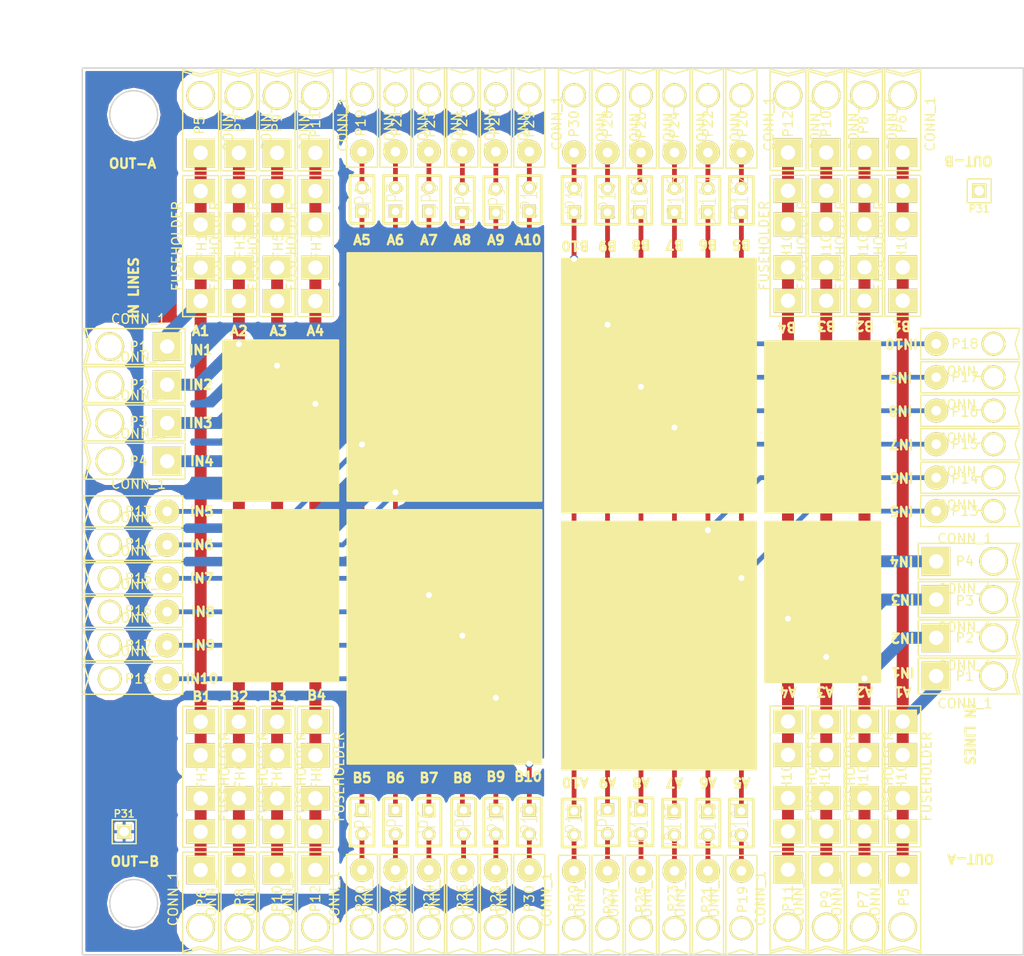
<source format=kicad_pcb>
(kicad_pcb (version 3) (host pcbnew "(2013-07-07 BZR 4022)-stable")

  (general
    (links 113)
    (no_connects 1)
    (area 180.946063 46.947 292.866751 149.860001)
    (thickness 1.6)
    (drawings 85)
    (tracks 172)
    (zones 0)
    (modules 102)
    (nets 62)
  )

  (page A4)
  (layers
    (15 F.Cu signal hide)
    (0 B.Cu signal hide)
    (16 B.Adhes user)
    (17 F.Adhes user)
    (18 B.Paste user)
    (19 F.Paste user)
    (20 B.SilkS user)
    (21 F.SilkS user)
    (22 B.Mask user)
    (23 F.Mask user)
    (24 Dwgs.User user)
    (25 Cmts.User user)
    (26 Eco1.User user)
    (27 Eco2.User user)
    (28 Edge.Cuts user)
  )

  (setup
    (last_trace_width 0.508)
    (user_trace_width 1.27)
    (trace_clearance 1.016)
    (zone_clearance 0.254)
    (zone_45_only yes)
    (trace_min 0.254)
    (segment_width 0.2)
    (edge_width 0.15)
    (via_size 0.889)
    (via_drill 0.635)
    (via_min_size 0.889)
    (via_min_drill 0.508)
    (uvia_size 0.508)
    (uvia_drill 0.127)
    (uvias_allowed no)
    (uvia_min_size 0.508)
    (uvia_min_drill 0.127)
    (pcb_text_width 0.3)
    (pcb_text_size 1 1)
    (mod_edge_width 0.15)
    (mod_text_size 1 1)
    (mod_text_width 0.15)
    (pad_size 3.048 3.048)
    (pad_drill 2.54)
    (pad_to_mask_clearance 0)
    (aux_axis_origin 0 0)
    (visible_elements 7FFEFFFF)
    (pcbplotparams
      (layerselection 284983297)
      (usegerberextensions true)
      (excludeedgelayer true)
      (linewidth 0.150000)
      (plotframeref false)
      (viasonmask false)
      (mode 1)
      (useauxorigin false)
      (hpglpennumber 1)
      (hpglpenspeed 20)
      (hpglpendiameter 15)
      (hpglpenoverlay 2)
      (psnegative false)
      (psa4output false)
      (plotreference true)
      (plotvalue true)
      (plotothertext true)
      (plotinvisibletext false)
      (padsonsilk false)
      (subtractmaskfromsilk false)
      (outputformat 1)
      (mirror false)
      (drillshape 0)
      (scaleselection 1)
      (outputdirectory gerber_x2))
  )

  (net 0 "")
  (net 1 F-000010)
  (net 2 F-000011)
  (net 3 F-000012)
  (net 4 F-000013)
  (net 5 F-000014)
  (net 6 F-000015)
  (net 7 F-000016)
  (net 8 F-000017)
  (net 9 F-000018)
  (net 10 F-000019)
  (net 11 F-00002)
  (net 12 F-000020)
  (net 13 F-000021)
  (net 14 F-000022)
  (net 15 F-000023)
  (net 16 F-000024)
  (net 17 F-000025)
  (net 18 F-000026)
  (net 19 F-000027)
  (net 20 F-000028)
  (net 21 F-000029)
  (net 22 F-00003)
  (net 23 F-000030)
  (net 24 F-000031)
  (net 25 F-00004)
  (net 26 F-00005)
  (net 27 F-00006)
  (net 28 F-00007)
  (net 29 F-00008)
  (net 30 F-00009)
  (net 31 GND)
  (net 32 N-000001)
  (net 33 N-0000010)
  (net 34 N-0000011)
  (net 35 N-0000012)
  (net 36 N-0000014)
  (net 37 N-0000015)
  (net 38 N-0000016)
  (net 39 N-0000017)
  (net 40 N-0000018)
  (net 41 N-0000019)
  (net 42 N-000002)
  (net 43 N-0000020)
  (net 44 N-0000021)
  (net 45 N-0000022)
  (net 46 N-0000023)
  (net 47 N-0000024)
  (net 48 N-0000025)
  (net 49 N-0000026)
  (net 50 N-0000027)
  (net 51 N-0000028)
  (net 52 N-0000029)
  (net 53 N-000003)
  (net 54 N-0000030)
  (net 55 N-0000031)
  (net 56 N-000004)
  (net 57 N-000005)
  (net 58 N-000006)
  (net 59 N-000007)
  (net 60 N-000008)
  (net 61 N-000009)

  (net_class Default ""
    (clearance 1.016)
    (trace_width 0.508)
    (via_dia 0.889)
    (via_drill 0.635)
    (uvia_dia 0.508)
    (uvia_drill 0.127)
    (add_net "")
    (add_net F-000010)
    (add_net F-000011)
    (add_net F-000012)
    (add_net F-000013)
    (add_net F-000014)
    (add_net F-000015)
    (add_net F-000016)
    (add_net F-000017)
    (add_net F-000018)
    (add_net F-000019)
    (add_net F-00002)
    (add_net F-000020)
    (add_net F-000021)
    (add_net F-000022)
    (add_net F-000023)
    (add_net F-000024)
    (add_net F-000025)
    (add_net F-000026)
    (add_net F-000027)
    (add_net F-000028)
    (add_net F-000029)
    (add_net F-00003)
    (add_net F-000030)
    (add_net F-000031)
    (add_net F-00004)
    (add_net F-00005)
    (add_net F-00006)
    (add_net F-00007)
    (add_net F-00008)
    (add_net F-00009)
    (add_net GND)
    (add_net N-000001)
    (add_net N-0000010)
    (add_net N-0000011)
    (add_net N-0000012)
    (add_net N-0000014)
    (add_net N-0000015)
    (add_net N-0000016)
    (add_net N-0000017)
    (add_net N-0000018)
    (add_net N-0000019)
    (add_net N-000002)
    (add_net N-0000020)
    (add_net N-0000021)
    (add_net N-0000022)
    (add_net N-0000023)
    (add_net N-0000024)
    (add_net N-0000025)
    (add_net N-0000026)
    (add_net N-0000027)
    (add_net N-0000028)
    (add_net N-0000029)
    (add_net N-000003)
    (add_net N-0000030)
    (add_net N-0000031)
    (add_net N-000004)
    (add_net N-000005)
    (add_net N-000006)
    (add_net N-000007)
    (add_net N-000008)
    (add_net N-000009)
  )

  (module FUSEHOLDER (layer F.Cu) (tedit 52EFBC55) (tstamp 52EA24E6)
    (at 204.724 72.898 90)
    (path /52EA0D5E)
    (fp_text reference FH1 (at 0 0.127 90) (layer F.SilkS)
      (effects (font (size 1 1) (thickness 0.15)))
    )
    (fp_text value FUSEHOLDER (at 0 -2.54 90) (layer F.SilkS)
      (effects (font (size 1 1) (thickness 0.15)))
    )
    (fp_line (start -7.493 -1.905) (end 7.493 -1.905) (layer F.SilkS) (width 0.15))
    (fp_line (start 7.493 -1.905) (end 7.493 1.905) (layer F.SilkS) (width 0.15))
    (fp_line (start 7.493 1.905) (end -7.493 1.905) (layer F.SilkS) (width 0.15))
    (fp_line (start -7.493 1.905) (end -7.493 -1.905) (layer F.SilkS) (width 0.15))
    (pad 1 thru_hole rect (at -5.842 0 90) (size 2.54 3.048) (drill 1.524)
      (layers *.Cu *.Mask F.SilkS)
      (net 45 N-0000022)
    )
    (pad 1 thru_hole rect (at -2.286 0 90) (size 2.54 3.048) (drill 1.524)
      (layers *.Cu *.Mask F.SilkS)
      (net 45 N-0000022)
    )
    (pad 2 thru_hole rect (at 2.286 0 90) (size 2.54 3.048) (drill 1.524)
      (layers *.Cu *.Mask F.SilkS)
      (net 47 N-0000024)
    )
    (pad 2 thru_hole rect (at 5.842 0 90) (size 2.54 3.048) (drill 1.524)
      (layers *.Cu *.Mask F.SilkS)
      (net 47 N-0000024)
    )
  )

  (module FUSEHOLDER (layer F.Cu) (tedit 52EFBB52) (tstamp 52EA24F2)
    (at 204.724 129.286 270)
    (path /52EA0D6D)
    (fp_text reference FH2 (at 0 -0.127 270) (layer F.SilkS)
      (effects (font (size 1 1) (thickness 0.15)))
    )
    (fp_text value FUSEHOLDER (at 0 -2.54 270) (layer F.SilkS)
      (effects (font (size 1 1) (thickness 0.15)))
    )
    (fp_line (start -7.493 -1.905) (end 7.493 -1.905) (layer F.SilkS) (width 0.15))
    (fp_line (start 7.493 -1.905) (end 7.493 1.905) (layer F.SilkS) (width 0.15))
    (fp_line (start 7.493 1.905) (end -7.493 1.905) (layer F.SilkS) (width 0.15))
    (fp_line (start -7.493 1.905) (end -7.493 -1.905) (layer F.SilkS) (width 0.15))
    (pad 1 thru_hole rect (at -5.842 0 270) (size 2.54 3.048) (drill 1.524)
      (layers *.Cu *.Mask F.SilkS)
      (net 45 N-0000022)
    )
    (pad 1 thru_hole rect (at -2.286 0 270) (size 2.54 3.048) (drill 1.524)
      (layers *.Cu *.Mask F.SilkS)
      (net 45 N-0000022)
    )
    (pad 2 thru_hole rect (at 2.286 0 270) (size 2.54 3.048) (drill 1.524)
      (layers *.Cu *.Mask F.SilkS)
      (net 46 N-0000023)
    )
    (pad 2 thru_hole rect (at 5.842 0 270) (size 2.54 3.048) (drill 1.524)
      (layers *.Cu *.Mask F.SilkS)
      (net 46 N-0000023)
    )
  )

  (module FUSEHOLDER (layer F.Cu) (tedit 52EFBC59) (tstamp 52EA24FE)
    (at 208.788 72.898 90)
    (path /52EA20ED)
    (fp_text reference FH3 (at 0.127 0.127 90) (layer F.SilkS)
      (effects (font (size 1 1) (thickness 0.15)))
    )
    (fp_text value FUSEHOLDER (at 0 -2.54 90) (layer F.SilkS)
      (effects (font (size 1 1) (thickness 0.15)))
    )
    (fp_line (start -7.493 -1.905) (end 7.493 -1.905) (layer F.SilkS) (width 0.15))
    (fp_line (start 7.493 -1.905) (end 7.493 1.905) (layer F.SilkS) (width 0.15))
    (fp_line (start 7.493 1.905) (end -7.493 1.905) (layer F.SilkS) (width 0.15))
    (fp_line (start -7.493 1.905) (end -7.493 -1.905) (layer F.SilkS) (width 0.15))
    (pad 1 thru_hole rect (at -5.842 0 90) (size 2.54 3.048) (drill 1.524)
      (layers *.Cu *.Mask F.SilkS)
      (net 41 N-0000019)
    )
    (pad 1 thru_hole rect (at -2.286 0 90) (size 2.54 3.048) (drill 1.524)
      (layers *.Cu *.Mask F.SilkS)
      (net 41 N-0000019)
    )
    (pad 2 thru_hole rect (at 2.286 0 90) (size 2.54 3.048) (drill 1.524)
      (layers *.Cu *.Mask F.SilkS)
      (net 44 N-0000021)
    )
    (pad 2 thru_hole rect (at 5.842 0 90) (size 2.54 3.048) (drill 1.524)
      (layers *.Cu *.Mask F.SilkS)
      (net 44 N-0000021)
    )
  )

  (module FUSEHOLDER (layer F.Cu) (tedit 52EFBB4F) (tstamp 52EA250A)
    (at 208.788 129.286 270)
    (path /52EA20F3)
    (fp_text reference FH4 (at -0.127 -0.127 270) (layer F.SilkS)
      (effects (font (size 1 1) (thickness 0.15)))
    )
    (fp_text value FUSEHOLDER (at 0 -2.54 270) (layer F.SilkS)
      (effects (font (size 1 1) (thickness 0.15)))
    )
    (fp_line (start -7.493 -1.905) (end 7.493 -1.905) (layer F.SilkS) (width 0.15))
    (fp_line (start 7.493 -1.905) (end 7.493 1.905) (layer F.SilkS) (width 0.15))
    (fp_line (start 7.493 1.905) (end -7.493 1.905) (layer F.SilkS) (width 0.15))
    (fp_line (start -7.493 1.905) (end -7.493 -1.905) (layer F.SilkS) (width 0.15))
    (pad 1 thru_hole rect (at -5.842 0 270) (size 2.54 3.048) (drill 1.524)
      (layers *.Cu *.Mask F.SilkS)
      (net 41 N-0000019)
    )
    (pad 1 thru_hole rect (at -2.286 0 270) (size 2.54 3.048) (drill 1.524)
      (layers *.Cu *.Mask F.SilkS)
      (net 41 N-0000019)
    )
    (pad 2 thru_hole rect (at 2.286 0 270) (size 2.54 3.048) (drill 1.524)
      (layers *.Cu *.Mask F.SilkS)
      (net 43 N-0000020)
    )
    (pad 2 thru_hole rect (at 5.842 0 270) (size 2.54 3.048) (drill 1.524)
      (layers *.Cu *.Mask F.SilkS)
      (net 43 N-0000020)
    )
  )

  (module FUSEHOLDER (layer F.Cu) (tedit 52EFBC5D) (tstamp 52EA2516)
    (at 212.852 72.898 90)
    (path /52EA2111)
    (fp_text reference FH5 (at 0 0.127 90) (layer F.SilkS)
      (effects (font (size 1 1) (thickness 0.15)))
    )
    (fp_text value FUSEHOLDER (at 0 -2.54 90) (layer F.SilkS)
      (effects (font (size 1 1) (thickness 0.15)))
    )
    (fp_line (start -7.493 -1.905) (end 7.493 -1.905) (layer F.SilkS) (width 0.15))
    (fp_line (start 7.493 -1.905) (end 7.493 1.905) (layer F.SilkS) (width 0.15))
    (fp_line (start 7.493 1.905) (end -7.493 1.905) (layer F.SilkS) (width 0.15))
    (fp_line (start -7.493 1.905) (end -7.493 -1.905) (layer F.SilkS) (width 0.15))
    (pad 1 thru_hole rect (at -5.842 0 90) (size 2.54 3.048) (drill 1.524)
      (layers *.Cu *.Mask F.SilkS)
      (net 52 N-0000029)
    )
    (pad 1 thru_hole rect (at -2.286 0 90) (size 2.54 3.048) (drill 1.524)
      (layers *.Cu *.Mask F.SilkS)
      (net 52 N-0000029)
    )
    (pad 2 thru_hole rect (at 2.286 0 90) (size 2.54 3.048) (drill 1.524)
      (layers *.Cu *.Mask F.SilkS)
      (net 55 N-0000031)
    )
    (pad 2 thru_hole rect (at 5.842 0 90) (size 2.54 3.048) (drill 1.524)
      (layers *.Cu *.Mask F.SilkS)
      (net 55 N-0000031)
    )
  )

  (module FUSEHOLDER (layer F.Cu) (tedit 52EFBB4B) (tstamp 52EA2522)
    (at 212.852 129.286 270)
    (path /52EA2117)
    (fp_text reference FH6 (at -0.127 0 270) (layer F.SilkS)
      (effects (font (size 1 1) (thickness 0.15)))
    )
    (fp_text value FUSEHOLDER (at 0 -2.54 270) (layer F.SilkS)
      (effects (font (size 1 1) (thickness 0.15)))
    )
    (fp_line (start -7.493 -1.905) (end 7.493 -1.905) (layer F.SilkS) (width 0.15))
    (fp_line (start 7.493 -1.905) (end 7.493 1.905) (layer F.SilkS) (width 0.15))
    (fp_line (start 7.493 1.905) (end -7.493 1.905) (layer F.SilkS) (width 0.15))
    (fp_line (start -7.493 1.905) (end -7.493 -1.905) (layer F.SilkS) (width 0.15))
    (pad 1 thru_hole rect (at -5.842 0 270) (size 2.54 3.048) (drill 1.524)
      (layers *.Cu *.Mask F.SilkS)
      (net 52 N-0000029)
    )
    (pad 1 thru_hole rect (at -2.286 0 270) (size 2.54 3.048) (drill 1.524)
      (layers *.Cu *.Mask F.SilkS)
      (net 52 N-0000029)
    )
    (pad 2 thru_hole rect (at 2.286 0 270) (size 2.54 3.048) (drill 1.524)
      (layers *.Cu *.Mask F.SilkS)
      (net 54 N-0000030)
    )
    (pad 2 thru_hole rect (at 5.842 0 270) (size 2.54 3.048) (drill 1.524)
      (layers *.Cu *.Mask F.SilkS)
      (net 54 N-0000030)
    )
  )

  (module FUSEHOLDER (layer F.Cu) (tedit 52EFBC61) (tstamp 52EA252E)
    (at 216.916 72.898 90)
    (path /52EA2135)
    (fp_text reference FH7 (at 0 0.127 90) (layer F.SilkS)
      (effects (font (size 1 1) (thickness 0.15)))
    )
    (fp_text value FUSEHOLDER (at 0 -2.54 90) (layer F.SilkS)
      (effects (font (size 1 1) (thickness 0.15)))
    )
    (fp_line (start -7.493 -1.905) (end 7.493 -1.905) (layer F.SilkS) (width 0.15))
    (fp_line (start 7.493 -1.905) (end 7.493 1.905) (layer F.SilkS) (width 0.15))
    (fp_line (start 7.493 1.905) (end -7.493 1.905) (layer F.SilkS) (width 0.15))
    (fp_line (start -7.493 1.905) (end -7.493 -1.905) (layer F.SilkS) (width 0.15))
    (pad 1 thru_hole rect (at -5.842 0 90) (size 2.54 3.048) (drill 1.524)
      (layers *.Cu *.Mask F.SilkS)
      (net 49 N-0000026)
    )
    (pad 1 thru_hole rect (at -2.286 0 90) (size 2.54 3.048) (drill 1.524)
      (layers *.Cu *.Mask F.SilkS)
      (net 49 N-0000026)
    )
    (pad 2 thru_hole rect (at 2.286 0 90) (size 2.54 3.048) (drill 1.524)
      (layers *.Cu *.Mask F.SilkS)
      (net 51 N-0000028)
    )
    (pad 2 thru_hole rect (at 5.842 0 90) (size 2.54 3.048) (drill 1.524)
      (layers *.Cu *.Mask F.SilkS)
      (net 51 N-0000028)
    )
  )

  (module FUSEHOLDER (layer F.Cu) (tedit 52EFBB46) (tstamp 52EA253A)
    (at 216.916 129.286 270)
    (path /52EA213B)
    (fp_text reference FH8 (at 0 -0.127 270) (layer F.SilkS)
      (effects (font (size 1 1) (thickness 0.15)))
    )
    (fp_text value FUSEHOLDER (at 0 -2.54 270) (layer F.SilkS)
      (effects (font (size 1 1) (thickness 0.15)))
    )
    (fp_line (start -7.493 -1.905) (end 7.493 -1.905) (layer F.SilkS) (width 0.15))
    (fp_line (start 7.493 -1.905) (end 7.493 1.905) (layer F.SilkS) (width 0.15))
    (fp_line (start 7.493 1.905) (end -7.493 1.905) (layer F.SilkS) (width 0.15))
    (fp_line (start -7.493 1.905) (end -7.493 -1.905) (layer F.SilkS) (width 0.15))
    (pad 1 thru_hole rect (at -5.842 0 270) (size 2.54 3.048) (drill 1.524)
      (layers *.Cu *.Mask F.SilkS)
      (net 49 N-0000026)
    )
    (pad 1 thru_hole rect (at -2.286 0 270) (size 2.54 3.048) (drill 1.524)
      (layers *.Cu *.Mask F.SilkS)
      (net 49 N-0000026)
    )
    (pad 2 thru_hole rect (at 2.286 0 270) (size 2.54 3.048) (drill 1.524)
      (layers *.Cu *.Mask F.SilkS)
      (net 50 N-0000027)
    )
    (pad 2 thru_hole rect (at 5.842 0 270) (size 2.54 3.048) (drill 1.524)
      (layers *.Cu *.Mask F.SilkS)
      (net 50 N-0000027)
    )
  )

  (module PIN_1_16AWG (layer F.Cu) (tedit 52EFBA40) (tstamp 52EA25BF)
    (at 198.12 83.566)
    (path /52EA0D7C)
    (fp_text reference P1 (at 0 0) (layer F.SilkS)
      (effects (font (size 1 1) (thickness 0.15)))
    )
    (fp_text value CONN_1 (at 0 -2.921) (layer F.SilkS)
      (effects (font (size 1 1) (thickness 0.15)))
    )
    (fp_line (start -5.08 0) (end -5.588 -1.905) (layer F.SilkS) (width 0.15))
    (fp_line (start -5.08 0) (end -5.588 1.905) (layer F.SilkS) (width 0.15))
    (fp_line (start -5.334 0) (end -5.842 1.905) (layer F.SilkS) (width 0.15))
    (fp_line (start -5.842 -1.905) (end -5.334 0) (layer F.SilkS) (width 0.15))
    (fp_line (start 4.953 -1.905) (end -5.842 -1.905) (layer F.SilkS) (width 0.15))
    (fp_line (start 4.953 -1.905) (end 4.953 1.905) (layer F.SilkS) (width 0.15))
    (fp_line (start 4.953 1.905) (end -5.842 1.905) (layer F.SilkS) (width 0.15))
    (pad 1 thru_hole rect (at 3.048 0) (size 3.048 3.048) (drill 1.524)
      (layers *.Cu *.Mask F.SilkS)
      (net 45 N-0000022)
    )
    (pad "" thru_hole circle (at -3.048 0) (size 3.048 3.048) (drill 2.54)
      (layers *.Cu *.Mask F.SilkS)
    )
  )

  (module PIN_1_16AWG (layer F.Cu) (tedit 52EFBA49) (tstamp 52EA25CC)
    (at 198.12 87.63)
    (path /52EA20F9)
    (fp_text reference P2 (at 0 0) (layer F.SilkS)
      (effects (font (size 1 1) (thickness 0.15)))
    )
    (fp_text value CONN_1 (at 0 -2.921) (layer F.SilkS)
      (effects (font (size 1 1) (thickness 0.15)))
    )
    (fp_line (start -5.08 0) (end -5.588 -1.905) (layer F.SilkS) (width 0.15))
    (fp_line (start -5.08 0) (end -5.588 1.905) (layer F.SilkS) (width 0.15))
    (fp_line (start -5.334 0) (end -5.842 1.905) (layer F.SilkS) (width 0.15))
    (fp_line (start -5.842 -1.905) (end -5.334 0) (layer F.SilkS) (width 0.15))
    (fp_line (start 4.953 -1.905) (end -5.842 -1.905) (layer F.SilkS) (width 0.15))
    (fp_line (start 4.953 -1.905) (end 4.953 1.905) (layer F.SilkS) (width 0.15))
    (fp_line (start 4.953 1.905) (end -5.842 1.905) (layer F.SilkS) (width 0.15))
    (pad 1 thru_hole rect (at 3.048 0) (size 3.048 3.048) (drill 1.524)
      (layers *.Cu *.Mask F.SilkS)
      (net 41 N-0000019)
    )
    (pad "" thru_hole circle (at -3.048 0) (size 3.048 3.048) (drill 2.54)
      (layers *.Cu *.Mask F.SilkS)
    )
  )

  (module PIN_1_16AWG (layer F.Cu) (tedit 52EFBB15) (tstamp 52EA25D9)
    (at 198.12 91.694)
    (path /52EA211D)
    (fp_text reference P3 (at 0 -0.127) (layer F.SilkS)
      (effects (font (size 1 1) (thickness 0.15)))
    )
    (fp_text value CONN_1 (at 0 -2.921) (layer F.SilkS)
      (effects (font (size 1 1) (thickness 0.15)))
    )
    (fp_line (start -5.08 0) (end -5.588 -1.905) (layer F.SilkS) (width 0.15))
    (fp_line (start -5.08 0) (end -5.588 1.905) (layer F.SilkS) (width 0.15))
    (fp_line (start -5.334 0) (end -5.842 1.905) (layer F.SilkS) (width 0.15))
    (fp_line (start -5.842 -1.905) (end -5.334 0) (layer F.SilkS) (width 0.15))
    (fp_line (start 4.953 -1.905) (end -5.842 -1.905) (layer F.SilkS) (width 0.15))
    (fp_line (start 4.953 -1.905) (end 4.953 1.905) (layer F.SilkS) (width 0.15))
    (fp_line (start 4.953 1.905) (end -5.842 1.905) (layer F.SilkS) (width 0.15))
    (pad 1 thru_hole rect (at 3.048 0) (size 3.048 3.048) (drill 1.524)
      (layers *.Cu *.Mask F.SilkS)
      (net 52 N-0000029)
    )
    (pad "" thru_hole circle (at -3.048 0) (size 3.048 3.048) (drill 2.54)
      (layers *.Cu *.Mask F.SilkS)
    )
  )

  (module PIN_1_16AWG (layer F.Cu) (tedit 52EFBB19) (tstamp 52EA25E6)
    (at 198.12 95.758)
    (path /52EA2141)
    (fp_text reference P4 (at 0 0) (layer F.SilkS)
      (effects (font (size 1 1) (thickness 0.15)))
    )
    (fp_text value CONN_1 (at 0 -2.921) (layer F.SilkS)
      (effects (font (size 1 1) (thickness 0.15)))
    )
    (fp_line (start -5.08 0) (end -5.588 -1.905) (layer F.SilkS) (width 0.15))
    (fp_line (start -5.08 0) (end -5.588 1.905) (layer F.SilkS) (width 0.15))
    (fp_line (start -5.334 0) (end -5.842 1.905) (layer F.SilkS) (width 0.15))
    (fp_line (start -5.842 -1.905) (end -5.334 0) (layer F.SilkS) (width 0.15))
    (fp_line (start 4.953 -1.905) (end -5.842 -1.905) (layer F.SilkS) (width 0.15))
    (fp_line (start 4.953 -1.905) (end 4.953 1.905) (layer F.SilkS) (width 0.15))
    (fp_line (start 4.953 1.905) (end -5.842 1.905) (layer F.SilkS) (width 0.15))
    (pad 1 thru_hole rect (at 3.048 0) (size 3.048 3.048) (drill 1.524)
      (layers *.Cu *.Mask F.SilkS)
      (net 49 N-0000026)
    )
    (pad "" thru_hole circle (at -3.048 0) (size 3.048 3.048) (drill 2.54)
      (layers *.Cu *.Mask F.SilkS)
    )
  )

  (module PIN_1_16AWG (layer F.Cu) (tedit 52EFBC48) (tstamp 52EA25F3)
    (at 204.724 59.944 270)
    (path /52EA0D8F)
    (fp_text reference P5 (at 0.127 0.127 270) (layer F.SilkS)
      (effects (font (size 1 1) (thickness 0.15)))
    )
    (fp_text value CONN_1 (at 0 -2.921 270) (layer F.SilkS)
      (effects (font (size 1 1) (thickness 0.15)))
    )
    (fp_line (start -5.08 0) (end -5.588 -1.905) (layer F.SilkS) (width 0.15))
    (fp_line (start -5.08 0) (end -5.588 1.905) (layer F.SilkS) (width 0.15))
    (fp_line (start -5.334 0) (end -5.842 1.905) (layer F.SilkS) (width 0.15))
    (fp_line (start -5.842 -1.905) (end -5.334 0) (layer F.SilkS) (width 0.15))
    (fp_line (start 4.953 -1.905) (end -5.842 -1.905) (layer F.SilkS) (width 0.15))
    (fp_line (start 4.953 -1.905) (end 4.953 1.905) (layer F.SilkS) (width 0.15))
    (fp_line (start 4.953 1.905) (end -5.842 1.905) (layer F.SilkS) (width 0.15))
    (pad 1 thru_hole rect (at 3.048 0 270) (size 3.048 3.048) (drill 1.524)
      (layers *.Cu *.Mask F.SilkS)
      (net 47 N-0000024)
    )
    (pad "" thru_hole circle (at -3.048 0 270) (size 3.048 3.048) (drill 2.54)
      (layers *.Cu *.Mask F.SilkS)
    )
  )

  (module PIN_1_16AWG (layer F.Cu) (tedit 52EFBB57) (tstamp 52EA2600)
    (at 204.724 142.24 90)
    (path /52EA0D89)
    (fp_text reference P6 (at 0 0.127 90) (layer F.SilkS)
      (effects (font (size 1 1) (thickness 0.15)))
    )
    (fp_text value CONN_1 (at 0 -2.921 90) (layer F.SilkS)
      (effects (font (size 1 1) (thickness 0.15)))
    )
    (fp_line (start -5.08 0) (end -5.588 -1.905) (layer F.SilkS) (width 0.15))
    (fp_line (start -5.08 0) (end -5.588 1.905) (layer F.SilkS) (width 0.15))
    (fp_line (start -5.334 0) (end -5.842 1.905) (layer F.SilkS) (width 0.15))
    (fp_line (start -5.842 -1.905) (end -5.334 0) (layer F.SilkS) (width 0.15))
    (fp_line (start 4.953 -1.905) (end -5.842 -1.905) (layer F.SilkS) (width 0.15))
    (fp_line (start 4.953 -1.905) (end 4.953 1.905) (layer F.SilkS) (width 0.15))
    (fp_line (start 4.953 1.905) (end -5.842 1.905) (layer F.SilkS) (width 0.15))
    (pad 1 thru_hole rect (at 3.048 0 90) (size 3.048 3.048) (drill 1.524)
      (layers *.Cu *.Mask F.SilkS)
      (net 46 N-0000023)
    )
    (pad "" thru_hole circle (at -3.048 0 90) (size 3.048 3.048) (drill 2.54)
      (layers *.Cu *.Mask F.SilkS)
    )
  )

  (module PIN_1_16AWG (layer F.Cu) (tedit 52EFBC45) (tstamp 52EA260D)
    (at 208.788 59.944 270)
    (path /52EA2105)
    (fp_text reference P7 (at -0.127 -0.127 270) (layer F.SilkS)
      (effects (font (size 1 1) (thickness 0.15)))
    )
    (fp_text value CONN_1 (at 0 -2.921 270) (layer F.SilkS)
      (effects (font (size 1 1) (thickness 0.15)))
    )
    (fp_line (start -5.08 0) (end -5.588 -1.905) (layer F.SilkS) (width 0.15))
    (fp_line (start -5.08 0) (end -5.588 1.905) (layer F.SilkS) (width 0.15))
    (fp_line (start -5.334 0) (end -5.842 1.905) (layer F.SilkS) (width 0.15))
    (fp_line (start -5.842 -1.905) (end -5.334 0) (layer F.SilkS) (width 0.15))
    (fp_line (start 4.953 -1.905) (end -5.842 -1.905) (layer F.SilkS) (width 0.15))
    (fp_line (start 4.953 -1.905) (end 4.953 1.905) (layer F.SilkS) (width 0.15))
    (fp_line (start 4.953 1.905) (end -5.842 1.905) (layer F.SilkS) (width 0.15))
    (pad 1 thru_hole rect (at 3.048 0 270) (size 3.048 3.048) (drill 1.524)
      (layers *.Cu *.Mask F.SilkS)
      (net 44 N-0000021)
    )
    (pad "" thru_hole circle (at -3.048 0 270) (size 3.048 3.048) (drill 2.54)
      (layers *.Cu *.Mask F.SilkS)
    )
  )

  (module PIN_1_16AWG (layer F.Cu) (tedit 52EFBB5C) (tstamp 52EA261A)
    (at 208.788 142.24 90)
    (path /52EA20FF)
    (fp_text reference P8 (at 0.127 0.127 90) (layer F.SilkS)
      (effects (font (size 1 1) (thickness 0.15)))
    )
    (fp_text value CONN_1 (at 0 -2.921 90) (layer F.SilkS)
      (effects (font (size 1 1) (thickness 0.15)))
    )
    (fp_line (start -5.08 0) (end -5.588 -1.905) (layer F.SilkS) (width 0.15))
    (fp_line (start -5.08 0) (end -5.588 1.905) (layer F.SilkS) (width 0.15))
    (fp_line (start -5.334 0) (end -5.842 1.905) (layer F.SilkS) (width 0.15))
    (fp_line (start -5.842 -1.905) (end -5.334 0) (layer F.SilkS) (width 0.15))
    (fp_line (start 4.953 -1.905) (end -5.842 -1.905) (layer F.SilkS) (width 0.15))
    (fp_line (start 4.953 -1.905) (end 4.953 1.905) (layer F.SilkS) (width 0.15))
    (fp_line (start 4.953 1.905) (end -5.842 1.905) (layer F.SilkS) (width 0.15))
    (pad 1 thru_hole rect (at 3.048 0 90) (size 3.048 3.048) (drill 1.524)
      (layers *.Cu *.Mask F.SilkS)
      (net 43 N-0000020)
    )
    (pad "" thru_hole circle (at -3.048 0 90) (size 3.048 3.048) (drill 2.54)
      (layers *.Cu *.Mask F.SilkS)
    )
  )

  (module PIN_1_16AWG (layer F.Cu) (tedit 52EFBC41) (tstamp 52EA2627)
    (at 212.852 59.944 270)
    (path /52EA2129)
    (fp_text reference P9 (at -0.127 0 270) (layer F.SilkS)
      (effects (font (size 1 1) (thickness 0.15)))
    )
    (fp_text value CONN_1 (at 0 -2.921 270) (layer F.SilkS)
      (effects (font (size 1 1) (thickness 0.15)))
    )
    (fp_line (start -5.08 0) (end -5.588 -1.905) (layer F.SilkS) (width 0.15))
    (fp_line (start -5.08 0) (end -5.588 1.905) (layer F.SilkS) (width 0.15))
    (fp_line (start -5.334 0) (end -5.842 1.905) (layer F.SilkS) (width 0.15))
    (fp_line (start -5.842 -1.905) (end -5.334 0) (layer F.SilkS) (width 0.15))
    (fp_line (start 4.953 -1.905) (end -5.842 -1.905) (layer F.SilkS) (width 0.15))
    (fp_line (start 4.953 -1.905) (end 4.953 1.905) (layer F.SilkS) (width 0.15))
    (fp_line (start 4.953 1.905) (end -5.842 1.905) (layer F.SilkS) (width 0.15))
    (pad 1 thru_hole rect (at 3.048 0 270) (size 3.048 3.048) (drill 1.524)
      (layers *.Cu *.Mask F.SilkS)
      (net 55 N-0000031)
    )
    (pad "" thru_hole circle (at -3.048 0 270) (size 3.048 3.048) (drill 2.54)
      (layers *.Cu *.Mask F.SilkS)
    )
  )

  (module PIN_1_16AWG (layer F.Cu) (tedit 52EFBB6A) (tstamp 52EA2634)
    (at 212.852 142.24 90)
    (path /52EA2123)
    (fp_text reference P10 (at 0 0 90) (layer F.SilkS)
      (effects (font (size 1 1) (thickness 0.15)))
    )
    (fp_text value CONN_1 (at 0 -2.921 90) (layer F.SilkS)
      (effects (font (size 1 1) (thickness 0.15)))
    )
    (fp_line (start -5.08 0) (end -5.588 -1.905) (layer F.SilkS) (width 0.15))
    (fp_line (start -5.08 0) (end -5.588 1.905) (layer F.SilkS) (width 0.15))
    (fp_line (start -5.334 0) (end -5.842 1.905) (layer F.SilkS) (width 0.15))
    (fp_line (start -5.842 -1.905) (end -5.334 0) (layer F.SilkS) (width 0.15))
    (fp_line (start 4.953 -1.905) (end -5.842 -1.905) (layer F.SilkS) (width 0.15))
    (fp_line (start 4.953 -1.905) (end 4.953 1.905) (layer F.SilkS) (width 0.15))
    (fp_line (start 4.953 1.905) (end -5.842 1.905) (layer F.SilkS) (width 0.15))
    (pad 1 thru_hole rect (at 3.048 0 90) (size 3.048 3.048) (drill 1.524)
      (layers *.Cu *.Mask F.SilkS)
      (net 54 N-0000030)
    )
    (pad "" thru_hole circle (at -3.048 0 90) (size 3.048 3.048) (drill 2.54)
      (layers *.Cu *.Mask F.SilkS)
    )
  )

  (module PIN_1_16AWG (layer F.Cu) (tedit 52EFBC3D) (tstamp 52EA2641)
    (at 216.916 59.944 270)
    (path /52EA214D)
    (fp_text reference P11 (at 0 0 270) (layer F.SilkS)
      (effects (font (size 1 1) (thickness 0.15)))
    )
    (fp_text value CONN_1 (at 0 -2.921 270) (layer F.SilkS)
      (effects (font (size 1 1) (thickness 0.15)))
    )
    (fp_line (start -5.08 0) (end -5.588 -1.905) (layer F.SilkS) (width 0.15))
    (fp_line (start -5.08 0) (end -5.588 1.905) (layer F.SilkS) (width 0.15))
    (fp_line (start -5.334 0) (end -5.842 1.905) (layer F.SilkS) (width 0.15))
    (fp_line (start -5.842 -1.905) (end -5.334 0) (layer F.SilkS) (width 0.15))
    (fp_line (start 4.953 -1.905) (end -5.842 -1.905) (layer F.SilkS) (width 0.15))
    (fp_line (start 4.953 -1.905) (end 4.953 1.905) (layer F.SilkS) (width 0.15))
    (fp_line (start 4.953 1.905) (end -5.842 1.905) (layer F.SilkS) (width 0.15))
    (pad 1 thru_hole rect (at 3.048 0 270) (size 3.048 3.048) (drill 1.524)
      (layers *.Cu *.Mask F.SilkS)
      (net 51 N-0000028)
    )
    (pad "" thru_hole circle (at -3.048 0 270) (size 3.048 3.048) (drill 2.54)
      (layers *.Cu *.Mask F.SilkS)
    )
  )

  (module PIN_1_16AWG (layer F.Cu) (tedit 52EFBB67) (tstamp 52EA264E)
    (at 216.916 142.24 90)
    (path /52EA2147)
    (fp_text reference P12 (at 0 0 90) (layer F.SilkS)
      (effects (font (size 1 1) (thickness 0.15)))
    )
    (fp_text value CONN_1 (at 0 -2.921 90) (layer F.SilkS)
      (effects (font (size 1 1) (thickness 0.15)))
    )
    (fp_line (start -5.08 0) (end -5.588 -1.905) (layer F.SilkS) (width 0.15))
    (fp_line (start -5.08 0) (end -5.588 1.905) (layer F.SilkS) (width 0.15))
    (fp_line (start -5.334 0) (end -5.842 1.905) (layer F.SilkS) (width 0.15))
    (fp_line (start -5.842 -1.905) (end -5.334 0) (layer F.SilkS) (width 0.15))
    (fp_line (start 4.953 -1.905) (end -5.842 -1.905) (layer F.SilkS) (width 0.15))
    (fp_line (start 4.953 -1.905) (end 4.953 1.905) (layer F.SilkS) (width 0.15))
    (fp_line (start 4.953 1.905) (end -5.842 1.905) (layer F.SilkS) (width 0.15))
    (pad 1 thru_hole rect (at 3.048 0 90) (size 3.048 3.048) (drill 1.524)
      (layers *.Cu *.Mask F.SilkS)
      (net 50 N-0000027)
    )
    (pad "" thru_hole circle (at -3.048 0 90) (size 3.048 3.048) (drill 2.54)
      (layers *.Cu *.Mask F.SilkS)
    )
  )

  (module PIN_1_20AWG (layer F.Cu) (tedit 52EFBB20) (tstamp 52EA2659)
    (at 198.12 101.092)
    (path /52EA2093)
    (fp_text reference P13 (at 0 0) (layer F.SilkS)
      (effects (font (size 1 1) (thickness 0.15)))
    )
    (fp_text value CONN_1 (at 0 -2.921) (layer F.SilkS)
      (effects (font (size 1 1) (thickness 0.15)))
    )
    (fp_line (start -5.334 0) (end -5.842 1.651) (layer F.SilkS) (width 0.15))
    (fp_line (start -5.842 -1.651) (end -5.334 0) (layer F.SilkS) (width 0.15))
    (fp_line (start 4.699 1.651) (end -5.842 1.651) (layer F.SilkS) (width 0.15))
    (fp_line (start 4.699 -1.651) (end -5.842 -1.651) (layer F.SilkS) (width 0.15))
    (fp_line (start 4.699 -1.651) (end 4.699 1.651) (layer F.SilkS) (width 0.15))
    (pad 1 thru_hole circle (at 3.048 0) (size 2.54 2.54) (drill 1.016)
      (layers *.Cu *.Mask F.SilkS)
      (net 48 N-0000025)
    )
    (pad "" thru_hole circle (at -3.048 0) (size 2.54 2.54) (drill 2.032)
      (layers *.Cu *.Mask F.SilkS)
    )
  )

  (module PIN_1_20AWG (layer F.Cu) (tedit 52EFBB24) (tstamp 52EA2664)
    (at 198.12 104.648)
    (path /52EA2159)
    (fp_text reference P14 (at 0 -0.127) (layer F.SilkS)
      (effects (font (size 1 1) (thickness 0.15)))
    )
    (fp_text value CONN_1 (at 0 -2.921) (layer F.SilkS)
      (effects (font (size 1 1) (thickness 0.15)))
    )
    (fp_line (start -5.334 0) (end -5.842 1.651) (layer F.SilkS) (width 0.15))
    (fp_line (start -5.842 -1.651) (end -5.334 0) (layer F.SilkS) (width 0.15))
    (fp_line (start 4.699 1.651) (end -5.842 1.651) (layer F.SilkS) (width 0.15))
    (fp_line (start 4.699 -1.651) (end -5.842 -1.651) (layer F.SilkS) (width 0.15))
    (fp_line (start 4.699 -1.651) (end 4.699 1.651) (layer F.SilkS) (width 0.15))
    (pad 1 thru_hole circle (at 3.048 0) (size 2.54 2.54) (drill 1.016)
      (layers *.Cu *.Mask F.SilkS)
      (net 58 N-000006)
    )
    (pad "" thru_hole circle (at -3.048 0) (size 2.54 2.54) (drill 2.032)
      (layers *.Cu *.Mask F.SilkS)
    )
  )

  (module PIN_1_20AWG (layer F.Cu) (tedit 52EFBB28) (tstamp 52EA266F)
    (at 198.12 108.204)
    (path /52EA217D)
    (fp_text reference P15 (at 0 0) (layer F.SilkS)
      (effects (font (size 1 1) (thickness 0.15)))
    )
    (fp_text value CONN_1 (at 0 -2.921) (layer F.SilkS)
      (effects (font (size 1 1) (thickness 0.15)))
    )
    (fp_line (start -5.334 0) (end -5.842 1.651) (layer F.SilkS) (width 0.15))
    (fp_line (start -5.842 -1.651) (end -5.334 0) (layer F.SilkS) (width 0.15))
    (fp_line (start 4.699 1.651) (end -5.842 1.651) (layer F.SilkS) (width 0.15))
    (fp_line (start 4.699 -1.651) (end -5.842 -1.651) (layer F.SilkS) (width 0.15))
    (fp_line (start 4.699 -1.651) (end 4.699 1.651) (layer F.SilkS) (width 0.15))
    (pad 1 thru_hole circle (at 3.048 0) (size 2.54 2.54) (drill 1.016)
      (layers *.Cu *.Mask F.SilkS)
      (net 59 N-000007)
    )
    (pad "" thru_hole circle (at -3.048 0) (size 2.54 2.54) (drill 2.032)
      (layers *.Cu *.Mask F.SilkS)
    )
  )

  (module PIN_1_20AWG (layer F.Cu) (tedit 52EFBB2E) (tstamp 52EA267A)
    (at 198.12 111.76)
    (path /52EA21A1)
    (fp_text reference P16 (at 0 -0.127) (layer F.SilkS)
      (effects (font (size 1 1) (thickness 0.15)))
    )
    (fp_text value CONN_1 (at 0 -2.921) (layer F.SilkS)
      (effects (font (size 1 1) (thickness 0.15)))
    )
    (fp_line (start -5.334 0) (end -5.842 1.651) (layer F.SilkS) (width 0.15))
    (fp_line (start -5.842 -1.651) (end -5.334 0) (layer F.SilkS) (width 0.15))
    (fp_line (start 4.699 1.651) (end -5.842 1.651) (layer F.SilkS) (width 0.15))
    (fp_line (start 4.699 -1.651) (end -5.842 -1.651) (layer F.SilkS) (width 0.15))
    (fp_line (start 4.699 -1.651) (end 4.699 1.651) (layer F.SilkS) (width 0.15))
    (pad 1 thru_hole circle (at 3.048 0) (size 2.54 2.54) (drill 1.016)
      (layers *.Cu *.Mask F.SilkS)
      (net 53 N-000003)
    )
    (pad "" thru_hole circle (at -3.048 0) (size 2.54 2.54) (drill 2.032)
      (layers *.Cu *.Mask F.SilkS)
    )
  )

  (module PIN_1_20AWG (layer F.Cu) (tedit 52EFBB31) (tstamp 52EA2685)
    (at 198.12 115.316)
    (path /52EA21C5)
    (fp_text reference P17 (at 0 0) (layer F.SilkS)
      (effects (font (size 1 1) (thickness 0.15)))
    )
    (fp_text value CONN_1 (at 0 -2.921) (layer F.SilkS)
      (effects (font (size 1 1) (thickness 0.15)))
    )
    (fp_line (start -5.334 0) (end -5.842 1.651) (layer F.SilkS) (width 0.15))
    (fp_line (start -5.842 -1.651) (end -5.334 0) (layer F.SilkS) (width 0.15))
    (fp_line (start 4.699 1.651) (end -5.842 1.651) (layer F.SilkS) (width 0.15))
    (fp_line (start 4.699 -1.651) (end -5.842 -1.651) (layer F.SilkS) (width 0.15))
    (fp_line (start 4.699 -1.651) (end 4.699 1.651) (layer F.SilkS) (width 0.15))
    (pad 1 thru_hole circle (at 3.048 0) (size 2.54 2.54) (drill 1.016)
      (layers *.Cu *.Mask F.SilkS)
      (net 38 N-0000016)
    )
    (pad "" thru_hole circle (at -3.048 0) (size 2.54 2.54) (drill 2.032)
      (layers *.Cu *.Mask F.SilkS)
    )
  )

  (module PIN_1_20AWG (layer F.Cu) (tedit 52EFBB34) (tstamp 52EA2690)
    (at 198.12 118.872)
    (path /52EA21E9)
    (fp_text reference P18 (at 0 0) (layer F.SilkS)
      (effects (font (size 1 1) (thickness 0.15)))
    )
    (fp_text value CONN_1 (at 0 -2.921) (layer F.SilkS)
      (effects (font (size 1 1) (thickness 0.15)))
    )
    (fp_line (start -5.334 0) (end -5.842 1.651) (layer F.SilkS) (width 0.15))
    (fp_line (start -5.842 -1.651) (end -5.334 0) (layer F.SilkS) (width 0.15))
    (fp_line (start 4.699 1.651) (end -5.842 1.651) (layer F.SilkS) (width 0.15))
    (fp_line (start 4.699 -1.651) (end -5.842 -1.651) (layer F.SilkS) (width 0.15))
    (fp_line (start 4.699 -1.651) (end 4.699 1.651) (layer F.SilkS) (width 0.15))
    (pad 1 thru_hole circle (at 3.048 0) (size 2.54 2.54) (drill 1.016)
      (layers *.Cu *.Mask F.SilkS)
      (net 35 N-0000012)
    )
    (pad "" thru_hole circle (at -3.048 0) (size 2.54 2.54) (drill 2.032)
      (layers *.Cu *.Mask F.SilkS)
    )
  )

  (module PIN_1_20AWG (layer F.Cu) (tedit 52EFBC35) (tstamp 52EA269B)
    (at 221.869 59.817 270)
    (path /52EA209F)
    (fp_text reference P19 (at 0 0.127 270) (layer F.SilkS)
      (effects (font (size 1 1) (thickness 0.15)))
    )
    (fp_text value CONN_1 (at 0 -2.921 270) (layer F.SilkS)
      (effects (font (size 1 1) (thickness 0.15)))
    )
    (fp_line (start -5.334 0) (end -5.842 1.651) (layer F.SilkS) (width 0.15))
    (fp_line (start -5.842 -1.651) (end -5.334 0) (layer F.SilkS) (width 0.15))
    (fp_line (start 4.699 1.651) (end -5.842 1.651) (layer F.SilkS) (width 0.15))
    (fp_line (start 4.699 -1.651) (end -5.842 -1.651) (layer F.SilkS) (width 0.15))
    (fp_line (start 4.699 -1.651) (end 4.699 1.651) (layer F.SilkS) (width 0.15))
    (pad 1 thru_hole circle (at 3.048 0 270) (size 2.54 2.54) (drill 1.016)
      (layers *.Cu *.Mask F.SilkS)
      (net 39 N-0000017)
    )
    (pad "" thru_hole circle (at -3.048 0 270) (size 2.54 2.54) (drill 2.032)
      (layers *.Cu *.Mask F.SilkS)
    )
  )

  (module PIN_1_20AWG (layer F.Cu) (tedit 52EFBB71) (tstamp 52EA26A6)
    (at 221.869 142.24 90)
    (path /52EA2099)
    (fp_text reference P20 (at 0 -0.127 90) (layer F.SilkS)
      (effects (font (size 1 1) (thickness 0.15)))
    )
    (fp_text value CONN_1 (at 0 -2.921 90) (layer F.SilkS)
      (effects (font (size 1 1) (thickness 0.15)))
    )
    (fp_line (start -5.334 0) (end -5.842 1.651) (layer F.SilkS) (width 0.15))
    (fp_line (start -5.842 -1.651) (end -5.334 0) (layer F.SilkS) (width 0.15))
    (fp_line (start 4.699 1.651) (end -5.842 1.651) (layer F.SilkS) (width 0.15))
    (fp_line (start 4.699 -1.651) (end -5.842 -1.651) (layer F.SilkS) (width 0.15))
    (fp_line (start 4.699 -1.651) (end 4.699 1.651) (layer F.SilkS) (width 0.15))
    (pad 1 thru_hole circle (at 3.048 0 90) (size 2.54 2.54) (drill 1.016)
      (layers *.Cu *.Mask F.SilkS)
      (net 40 N-0000018)
    )
    (pad "" thru_hole circle (at -3.048 0 90) (size 2.54 2.54) (drill 2.032)
      (layers *.Cu *.Mask F.SilkS)
    )
  )

  (module PIN_1_20AWG (layer F.Cu) (tedit 52EFBC32) (tstamp 52EA26B1)
    (at 225.425 59.817 270)
    (path /52EA2165)
    (fp_text reference P21 (at 0 -0.127 270) (layer F.SilkS)
      (effects (font (size 1 1) (thickness 0.15)))
    )
    (fp_text value CONN_1 (at 0 -2.921 270) (layer F.SilkS)
      (effects (font (size 1 1) (thickness 0.15)))
    )
    (fp_line (start -5.334 0) (end -5.842 1.651) (layer F.SilkS) (width 0.15))
    (fp_line (start -5.842 -1.651) (end -5.334 0) (layer F.SilkS) (width 0.15))
    (fp_line (start 4.699 1.651) (end -5.842 1.651) (layer F.SilkS) (width 0.15))
    (fp_line (start 4.699 -1.651) (end -5.842 -1.651) (layer F.SilkS) (width 0.15))
    (fp_line (start 4.699 -1.651) (end 4.699 1.651) (layer F.SilkS) (width 0.15))
    (pad 1 thru_hole circle (at 3.048 0 270) (size 2.54 2.54) (drill 1.016)
      (layers *.Cu *.Mask F.SilkS)
      (net 56 N-000004)
    )
    (pad "" thru_hole circle (at -3.048 0 270) (size 2.54 2.54) (drill 2.032)
      (layers *.Cu *.Mask F.SilkS)
    )
  )

  (module PIN_1_20AWG (layer F.Cu) (tedit 52EFBB76) (tstamp 52EA3205)
    (at 225.425 142.24 90)
    (path /52EA215F)
    (fp_text reference P22 (at 0 0 90) (layer F.SilkS)
      (effects (font (size 1 1) (thickness 0.15)))
    )
    (fp_text value CONN_1 (at 0 -2.921 90) (layer F.SilkS)
      (effects (font (size 1 1) (thickness 0.15)))
    )
    (fp_line (start -5.334 0) (end -5.842 1.651) (layer F.SilkS) (width 0.15))
    (fp_line (start -5.842 -1.651) (end -5.334 0) (layer F.SilkS) (width 0.15))
    (fp_line (start 4.699 1.651) (end -5.842 1.651) (layer F.SilkS) (width 0.15))
    (fp_line (start 4.699 -1.651) (end -5.842 -1.651) (layer F.SilkS) (width 0.15))
    (fp_line (start 4.699 -1.651) (end 4.699 1.651) (layer F.SilkS) (width 0.15))
    (pad 1 thru_hole circle (at 3.048 0 90) (size 2.54 2.54) (drill 1.016)
      (layers *.Cu *.Mask F.SilkS)
      (net 57 N-000005)
    )
    (pad "" thru_hole circle (at -3.048 0 90) (size 2.54 2.54) (drill 2.032)
      (layers *.Cu *.Mask F.SilkS)
    )
  )

  (module PIN_1_20AWG (layer F.Cu) (tedit 52EFBC2F) (tstamp 52EA26C7)
    (at 228.981 59.817 270)
    (path /52EA2189)
    (fp_text reference P23 (at 0.127 -0.127 270) (layer F.SilkS)
      (effects (font (size 1 1) (thickness 0.15)))
    )
    (fp_text value CONN_1 (at 0 -2.921 270) (layer F.SilkS)
      (effects (font (size 1 1) (thickness 0.15)))
    )
    (fp_line (start -5.334 0) (end -5.842 1.651) (layer F.SilkS) (width 0.15))
    (fp_line (start -5.842 -1.651) (end -5.334 0) (layer F.SilkS) (width 0.15))
    (fp_line (start 4.699 1.651) (end -5.842 1.651) (layer F.SilkS) (width 0.15))
    (fp_line (start 4.699 -1.651) (end -5.842 -1.651) (layer F.SilkS) (width 0.15))
    (fp_line (start 4.699 -1.651) (end 4.699 1.651) (layer F.SilkS) (width 0.15))
    (pad 1 thru_hole circle (at 3.048 0 270) (size 2.54 2.54) (drill 1.016)
      (layers *.Cu *.Mask F.SilkS)
      (net 61 N-000009)
    )
    (pad "" thru_hole circle (at -3.048 0 270) (size 2.54 2.54) (drill 2.032)
      (layers *.Cu *.Mask F.SilkS)
    )
  )

  (module PIN_1_20AWG (layer F.Cu) (tedit 52EFBB7B) (tstamp 52EA26D2)
    (at 228.981 142.24 90)
    (path /52EA2183)
    (fp_text reference P24 (at 0.127 0 90) (layer F.SilkS)
      (effects (font (size 1 1) (thickness 0.15)))
    )
    (fp_text value CONN_1 (at 0 -2.921 90) (layer F.SilkS)
      (effects (font (size 1 1) (thickness 0.15)))
    )
    (fp_line (start -5.334 0) (end -5.842 1.651) (layer F.SilkS) (width 0.15))
    (fp_line (start -5.842 -1.651) (end -5.334 0) (layer F.SilkS) (width 0.15))
    (fp_line (start 4.699 1.651) (end -5.842 1.651) (layer F.SilkS) (width 0.15))
    (fp_line (start 4.699 -1.651) (end -5.842 -1.651) (layer F.SilkS) (width 0.15))
    (fp_line (start 4.699 -1.651) (end 4.699 1.651) (layer F.SilkS) (width 0.15))
    (pad 1 thru_hole circle (at 3.048 0 90) (size 2.54 2.54) (drill 1.016)
      (layers *.Cu *.Mask F.SilkS)
      (net 60 N-000008)
    )
    (pad "" thru_hole circle (at -3.048 0 90) (size 2.54 2.54) (drill 2.032)
      (layers *.Cu *.Mask F.SilkS)
    )
  )

  (module PIN_1_20AWG (layer F.Cu) (tedit 52EFBC2B) (tstamp 52EA26DD)
    (at 232.537 59.817 270)
    (path /52EA21AD)
    (fp_text reference P25 (at 0 0 270) (layer F.SilkS)
      (effects (font (size 1 1) (thickness 0.15)))
    )
    (fp_text value CONN_1 (at 0 -2.921 270) (layer F.SilkS)
      (effects (font (size 1 1) (thickness 0.15)))
    )
    (fp_line (start -5.334 0) (end -5.842 1.651) (layer F.SilkS) (width 0.15))
    (fp_line (start -5.842 -1.651) (end -5.334 0) (layer F.SilkS) (width 0.15))
    (fp_line (start 4.699 1.651) (end -5.842 1.651) (layer F.SilkS) (width 0.15))
    (fp_line (start 4.699 -1.651) (end -5.842 -1.651) (layer F.SilkS) (width 0.15))
    (fp_line (start 4.699 -1.651) (end 4.699 1.651) (layer F.SilkS) (width 0.15))
    (pad 1 thru_hole circle (at 3.048 0 270) (size 2.54 2.54) (drill 1.016)
      (layers *.Cu *.Mask F.SilkS)
      (net 42 N-000002)
    )
    (pad "" thru_hole circle (at -3.048 0 270) (size 2.54 2.54) (drill 2.032)
      (layers *.Cu *.Mask F.SilkS)
    )
  )

  (module PIN_1_20AWG (layer F.Cu) (tedit 52EFBB7F) (tstamp 52EA26E8)
    (at 232.537 142.24 90)
    (path /52EA21A7)
    (fp_text reference P26 (at 0.127 0 90) (layer F.SilkS)
      (effects (font (size 1 1) (thickness 0.15)))
    )
    (fp_text value CONN_1 (at 0 -2.921 90) (layer F.SilkS)
      (effects (font (size 1 1) (thickness 0.15)))
    )
    (fp_line (start -5.334 0) (end -5.842 1.651) (layer F.SilkS) (width 0.15))
    (fp_line (start -5.842 -1.651) (end -5.334 0) (layer F.SilkS) (width 0.15))
    (fp_line (start 4.699 1.651) (end -5.842 1.651) (layer F.SilkS) (width 0.15))
    (fp_line (start 4.699 -1.651) (end -5.842 -1.651) (layer F.SilkS) (width 0.15))
    (fp_line (start 4.699 -1.651) (end 4.699 1.651) (layer F.SilkS) (width 0.15))
    (pad 1 thru_hole circle (at 3.048 0 90) (size 2.54 2.54) (drill 1.016)
      (layers *.Cu *.Mask F.SilkS)
      (net 32 N-000001)
    )
    (pad "" thru_hole circle (at -3.048 0 90) (size 2.54 2.54) (drill 2.032)
      (layers *.Cu *.Mask F.SilkS)
    )
  )

  (module PIN_1_20AWG (layer F.Cu) (tedit 52EFBC27) (tstamp 52EA26F3)
    (at 236.093 59.817 270)
    (path /52EA21D1)
    (fp_text reference P27 (at -0.127 0.127 270) (layer F.SilkS)
      (effects (font (size 1 1) (thickness 0.15)))
    )
    (fp_text value CONN_1 (at 0 -2.921 270) (layer F.SilkS)
      (effects (font (size 1 1) (thickness 0.15)))
    )
    (fp_line (start -5.334 0) (end -5.842 1.651) (layer F.SilkS) (width 0.15))
    (fp_line (start -5.842 -1.651) (end -5.334 0) (layer F.SilkS) (width 0.15))
    (fp_line (start 4.699 1.651) (end -5.842 1.651) (layer F.SilkS) (width 0.15))
    (fp_line (start 4.699 -1.651) (end -5.842 -1.651) (layer F.SilkS) (width 0.15))
    (fp_line (start 4.699 -1.651) (end 4.699 1.651) (layer F.SilkS) (width 0.15))
    (pad 1 thru_hole circle (at 3.048 0 270) (size 2.54 2.54) (drill 1.016)
      (layers *.Cu *.Mask F.SilkS)
      (net 37 N-0000015)
    )
    (pad "" thru_hole circle (at -3.048 0 270) (size 2.54 2.54) (drill 2.032)
      (layers *.Cu *.Mask F.SilkS)
    )
  )

  (module PIN_1_20AWG (layer F.Cu) (tedit 52EFBB84) (tstamp 52EA26FE)
    (at 236.093 142.24 90)
    (path /52EA21CB)
    (fp_text reference P28 (at 0 0 90) (layer F.SilkS)
      (effects (font (size 1 1) (thickness 0.15)))
    )
    (fp_text value CONN_1 (at 0 -2.921 90) (layer F.SilkS)
      (effects (font (size 1 1) (thickness 0.15)))
    )
    (fp_line (start -5.334 0) (end -5.842 1.651) (layer F.SilkS) (width 0.15))
    (fp_line (start -5.842 -1.651) (end -5.334 0) (layer F.SilkS) (width 0.15))
    (fp_line (start 4.699 1.651) (end -5.842 1.651) (layer F.SilkS) (width 0.15))
    (fp_line (start 4.699 -1.651) (end -5.842 -1.651) (layer F.SilkS) (width 0.15))
    (fp_line (start 4.699 -1.651) (end 4.699 1.651) (layer F.SilkS) (width 0.15))
    (pad 1 thru_hole circle (at 3.048 0 90) (size 2.54 2.54) (drill 1.016)
      (layers *.Cu *.Mask F.SilkS)
      (net 36 N-0000014)
    )
    (pad "" thru_hole circle (at -3.048 0 90) (size 2.54 2.54) (drill 2.032)
      (layers *.Cu *.Mask F.SilkS)
    )
  )

  (module PIN_1_20AWG (layer F.Cu) (tedit 52EFBC24) (tstamp 52EA2709)
    (at 239.649 59.817 270)
    (path /52EA21F5)
    (fp_text reference P29 (at 0.127 0 270) (layer F.SilkS)
      (effects (font (size 1 1) (thickness 0.15)))
    )
    (fp_text value CONN_1 (at 0 -2.921 270) (layer F.SilkS)
      (effects (font (size 1 1) (thickness 0.15)))
    )
    (fp_line (start -5.334 0) (end -5.842 1.651) (layer F.SilkS) (width 0.15))
    (fp_line (start -5.842 -1.651) (end -5.334 0) (layer F.SilkS) (width 0.15))
    (fp_line (start 4.699 1.651) (end -5.842 1.651) (layer F.SilkS) (width 0.15))
    (fp_line (start 4.699 -1.651) (end -5.842 -1.651) (layer F.SilkS) (width 0.15))
    (fp_line (start 4.699 -1.651) (end 4.699 1.651) (layer F.SilkS) (width 0.15))
    (pad 1 thru_hole circle (at 3.048 0 270) (size 2.54 2.54) (drill 1.016)
      (layers *.Cu *.Mask F.SilkS)
      (net 33 N-0000010)
    )
    (pad "" thru_hole circle (at -3.048 0 270) (size 2.54 2.54) (drill 2.032)
      (layers *.Cu *.Mask F.SilkS)
    )
  )

  (module PIN_1_20AWG (layer F.Cu) (tedit 52EFBB8B) (tstamp 52EA2714)
    (at 239.649 142.24 90)
    (path /52EA21EF)
    (fp_text reference P30 (at 0 0 90) (layer F.SilkS)
      (effects (font (size 1 1) (thickness 0.15)))
    )
    (fp_text value CONN_1 (at 0 -2.921 90) (layer F.SilkS)
      (effects (font (size 1 1) (thickness 0.15)))
    )
    (fp_line (start -5.334 0) (end -5.842 1.651) (layer F.SilkS) (width 0.15))
    (fp_line (start -5.842 -1.651) (end -5.334 0) (layer F.SilkS) (width 0.15))
    (fp_line (start 4.699 1.651) (end -5.842 1.651) (layer F.SilkS) (width 0.15))
    (fp_line (start 4.699 -1.651) (end -5.842 -1.651) (layer F.SilkS) (width 0.15))
    (fp_line (start 4.699 -1.651) (end 4.699 1.651) (layer F.SilkS) (width 0.15))
    (pad 1 thru_hole circle (at 3.048 0 90) (size 2.54 2.54) (drill 1.016)
      (layers *.Cu *.Mask F.SilkS)
      (net 34 N-0000011)
    )
    (pad "" thru_hole circle (at -3.048 0 90) (size 2.54 2.54) (drill 2.032)
      (layers *.Cu *.Mask F.SilkS)
    )
  )

  (module JUMPER-2 (layer F.Cu) (tedit 52EFBBFE) (tstamp 52EA3DDD)
    (at 221.869 67.945 90)
    (descr "Jumper 2 pins")
    (tags JUMPER)
    (path /52EA20AD)
    (fp_text reference JP1 (at 0 0.127 90) (layer F.SilkS)
      (effects (font (size 1.72974 1.08712) (thickness 0.1)))
    )
    (fp_text value JUMPER (at 0 -2.54 90) (layer F.SilkS) hide
      (effects (font (size 1.524 1.016) (thickness 0.3048)))
    )
    (fp_line (start -2.54 1.27) (end -2.54 -1.27) (layer F.SilkS) (width 0.3048))
    (fp_line (start -2.54 -1.27) (end 2.54 -1.27) (layer F.SilkS) (width 0.3048))
    (fp_line (start 2.54 -1.27) (end 2.54 1.27) (layer F.SilkS) (width 0.3048))
    (fp_line (start 2.54 1.27) (end -2.54 1.27) (layer F.SilkS) (width 0.3048))
    (pad 1 thru_hole rect (at -1.27 0 90) (size 1.397 1.397) (drill 0.8128)
      (layers *.Cu *.Mask F.SilkS)
      (net 48 N-0000025)
    )
    (pad 2 thru_hole circle (at 1.27 0 90) (size 1.397 1.397) (drill 0.8128)
      (layers *.Cu *.Mask F.SilkS)
      (net 39 N-0000017)
    )
    (model lib/3d/jumper-2.wrl
      (at (xyz 0 0 0))
      (scale (xyz 1 1 1))
      (rotate (xyz 0 0 0))
    )
  )

  (module JUMPER-2 (layer F.Cu) (tedit 52EFBBB2) (tstamp 52EA3DE6)
    (at 221.869 134.112 270)
    (descr "Jumper 2 pins")
    (tags JUMPER)
    (path /52EA20BA)
    (fp_text reference JP2 (at 0.127 -0.127 270) (layer F.SilkS)
      (effects (font (size 1.72974 1.08712) (thickness 0.1)))
    )
    (fp_text value JUMPER (at 0 -2.54 270) (layer F.SilkS) hide
      (effects (font (size 1.524 1.016) (thickness 0.3048)))
    )
    (fp_line (start -2.54 1.27) (end -2.54 -1.27) (layer F.SilkS) (width 0.3048))
    (fp_line (start -2.54 -1.27) (end 2.54 -1.27) (layer F.SilkS) (width 0.3048))
    (fp_line (start 2.54 -1.27) (end 2.54 1.27) (layer F.SilkS) (width 0.3048))
    (fp_line (start 2.54 1.27) (end -2.54 1.27) (layer F.SilkS) (width 0.3048))
    (pad 1 thru_hole rect (at -1.27 0 270) (size 1.397 1.397) (drill 0.8128)
      (layers *.Cu *.Mask F.SilkS)
      (net 48 N-0000025)
    )
    (pad 2 thru_hole circle (at 1.27 0 270) (size 1.397 1.397) (drill 0.8128)
      (layers *.Cu *.Mask F.SilkS)
      (net 40 N-0000018)
    )
    (model lib/3d/jumper-2.wrl
      (at (xyz 0 0 0))
      (scale (xyz 1 1 1))
      (rotate (xyz 0 0 0))
    )
  )

  (module JUMPER-2 (layer F.Cu) (tedit 52EFBBFA) (tstamp 52EA3DEF)
    (at 225.425 67.945 90)
    (descr "Jumper 2 pins")
    (tags JUMPER)
    (path /52EA2171)
    (fp_text reference JP3 (at 0.254 0 90) (layer F.SilkS)
      (effects (font (size 1.72974 1.08712) (thickness 0.1)))
    )
    (fp_text value JUMPER (at 0 -2.54 90) (layer F.SilkS) hide
      (effects (font (size 1.524 1.016) (thickness 0.3048)))
    )
    (fp_line (start -2.54 1.27) (end -2.54 -1.27) (layer F.SilkS) (width 0.3048))
    (fp_line (start -2.54 -1.27) (end 2.54 -1.27) (layer F.SilkS) (width 0.3048))
    (fp_line (start 2.54 -1.27) (end 2.54 1.27) (layer F.SilkS) (width 0.3048))
    (fp_line (start 2.54 1.27) (end -2.54 1.27) (layer F.SilkS) (width 0.3048))
    (pad 1 thru_hole rect (at -1.27 0 90) (size 1.397 1.397) (drill 0.8128)
      (layers *.Cu *.Mask F.SilkS)
      (net 58 N-000006)
    )
    (pad 2 thru_hole circle (at 1.27 0 90) (size 1.397 1.397) (drill 0.8128)
      (layers *.Cu *.Mask F.SilkS)
      (net 56 N-000004)
    )
    (model lib/3d/jumper-2.wrl
      (at (xyz 0 0 0))
      (scale (xyz 1 1 1))
      (rotate (xyz 0 0 0))
    )
  )

  (module JUMPER-2 (layer F.Cu) (tedit 52EFBBB7) (tstamp 52EA3DF8)
    (at 225.425 134.112 270)
    (descr "Jumper 2 pins")
    (tags JUMPER)
    (path /52EA2177)
    (fp_text reference JP4 (at 0 0 270) (layer F.SilkS)
      (effects (font (size 1.72974 1.08712) (thickness 0.1)))
    )
    (fp_text value JUMPER (at 0 -2.54 270) (layer F.SilkS) hide
      (effects (font (size 1.524 1.016) (thickness 0.3048)))
    )
    (fp_line (start -2.54 1.27) (end -2.54 -1.27) (layer F.SilkS) (width 0.3048))
    (fp_line (start -2.54 -1.27) (end 2.54 -1.27) (layer F.SilkS) (width 0.3048))
    (fp_line (start 2.54 -1.27) (end 2.54 1.27) (layer F.SilkS) (width 0.3048))
    (fp_line (start 2.54 1.27) (end -2.54 1.27) (layer F.SilkS) (width 0.3048))
    (pad 1 thru_hole rect (at -1.27 0 270) (size 1.397 1.397) (drill 0.8128)
      (layers *.Cu *.Mask F.SilkS)
      (net 58 N-000006)
    )
    (pad 2 thru_hole circle (at 1.27 0 270) (size 1.397 1.397) (drill 0.8128)
      (layers *.Cu *.Mask F.SilkS)
      (net 57 N-000005)
    )
    (model lib/3d/jumper-2.wrl
      (at (xyz 0 0 0))
      (scale (xyz 1 1 1))
      (rotate (xyz 0 0 0))
    )
  )

  (module JUMPER-2 (layer F.Cu) (tedit 52EFBBF6) (tstamp 52EA3E01)
    (at 228.981 67.945 90)
    (descr "Jumper 2 pins")
    (tags JUMPER)
    (path /52EA2195)
    (fp_text reference JP5 (at 0.254 0.127 90) (layer F.SilkS)
      (effects (font (size 1.72974 1.08712) (thickness 0.1)))
    )
    (fp_text value JUMPER (at 0 -2.54 90) (layer F.SilkS) hide
      (effects (font (size 1.524 1.016) (thickness 0.3048)))
    )
    (fp_line (start -2.54 1.27) (end -2.54 -1.27) (layer F.SilkS) (width 0.3048))
    (fp_line (start -2.54 -1.27) (end 2.54 -1.27) (layer F.SilkS) (width 0.3048))
    (fp_line (start 2.54 -1.27) (end 2.54 1.27) (layer F.SilkS) (width 0.3048))
    (fp_line (start 2.54 1.27) (end -2.54 1.27) (layer F.SilkS) (width 0.3048))
    (pad 1 thru_hole rect (at -1.27 0 90) (size 1.397 1.397) (drill 0.8128)
      (layers *.Cu *.Mask F.SilkS)
      (net 59 N-000007)
    )
    (pad 2 thru_hole circle (at 1.27 0 90) (size 1.397 1.397) (drill 0.8128)
      (layers *.Cu *.Mask F.SilkS)
      (net 61 N-000009)
    )
    (model lib/3d/jumper-2.wrl
      (at (xyz 0 0 0))
      (scale (xyz 1 1 1))
      (rotate (xyz 0 0 0))
    )
  )

  (module JUMPER-2 (layer F.Cu) (tedit 52EFBBBE) (tstamp 52EA3E0A)
    (at 228.981 134.112 270)
    (descr "Jumper 2 pins")
    (tags JUMPER)
    (path /52EA219B)
    (fp_text reference JP6 (at 0.127 0.127 270) (layer F.SilkS)
      (effects (font (size 1.72974 1.08712) (thickness 0.1)))
    )
    (fp_text value JUMPER (at 0 -2.54 270) (layer F.SilkS) hide
      (effects (font (size 1.524 1.016) (thickness 0.3048)))
    )
    (fp_line (start -2.54 1.27) (end -2.54 -1.27) (layer F.SilkS) (width 0.3048))
    (fp_line (start -2.54 -1.27) (end 2.54 -1.27) (layer F.SilkS) (width 0.3048))
    (fp_line (start 2.54 -1.27) (end 2.54 1.27) (layer F.SilkS) (width 0.3048))
    (fp_line (start 2.54 1.27) (end -2.54 1.27) (layer F.SilkS) (width 0.3048))
    (pad 1 thru_hole rect (at -1.27 0 270) (size 1.397 1.397) (drill 0.8128)
      (layers *.Cu *.Mask F.SilkS)
      (net 59 N-000007)
    )
    (pad 2 thru_hole circle (at 1.27 0 270) (size 1.397 1.397) (drill 0.8128)
      (layers *.Cu *.Mask F.SilkS)
      (net 60 N-000008)
    )
    (model lib/3d/jumper-2.wrl
      (at (xyz 0 0 0))
      (scale (xyz 1 1 1))
      (rotate (xyz 0 0 0))
    )
  )

  (module JUMPER-2 (layer F.Cu) (tedit 52EFBC14) (tstamp 52EA3E13)
    (at 232.537 68.072 90)
    (descr "Jumper 2 pins")
    (tags JUMPER)
    (path /52EA21B9)
    (fp_text reference JP7 (at 0.127 0.127 90) (layer F.SilkS)
      (effects (font (size 1.72974 1.08712) (thickness 0.1)))
    )
    (fp_text value JUMPER (at 0 -2.54 90) (layer F.SilkS) hide
      (effects (font (size 1.524 1.016) (thickness 0.3048)))
    )
    (fp_line (start -2.54 1.27) (end -2.54 -1.27) (layer F.SilkS) (width 0.3048))
    (fp_line (start -2.54 -1.27) (end 2.54 -1.27) (layer F.SilkS) (width 0.3048))
    (fp_line (start 2.54 -1.27) (end 2.54 1.27) (layer F.SilkS) (width 0.3048))
    (fp_line (start 2.54 1.27) (end -2.54 1.27) (layer F.SilkS) (width 0.3048))
    (pad 1 thru_hole rect (at -1.27 0 90) (size 1.397 1.397) (drill 0.8128)
      (layers *.Cu *.Mask F.SilkS)
      (net 53 N-000003)
    )
    (pad 2 thru_hole circle (at 1.27 0 90) (size 1.397 1.397) (drill 0.8128)
      (layers *.Cu *.Mask F.SilkS)
      (net 42 N-000002)
    )
    (model lib/3d/jumper-2.wrl
      (at (xyz 0 0 0))
      (scale (xyz 1 1 1))
      (rotate (xyz 0 0 0))
    )
  )

  (module JUMPER-2 (layer F.Cu) (tedit 52EFBBC2) (tstamp 52EA3E1C)
    (at 232.664 134.112 270)
    (descr "Jumper 2 pins")
    (tags JUMPER)
    (path /52EA21BF)
    (fp_text reference JP8 (at 0 0 270) (layer F.SilkS)
      (effects (font (size 1.72974 1.08712) (thickness 0.1)))
    )
    (fp_text value JUMPER (at 0 -2.54 270) (layer F.SilkS) hide
      (effects (font (size 1.524 1.016) (thickness 0.3048)))
    )
    (fp_line (start -2.54 1.27) (end -2.54 -1.27) (layer F.SilkS) (width 0.3048))
    (fp_line (start -2.54 -1.27) (end 2.54 -1.27) (layer F.SilkS) (width 0.3048))
    (fp_line (start 2.54 -1.27) (end 2.54 1.27) (layer F.SilkS) (width 0.3048))
    (fp_line (start 2.54 1.27) (end -2.54 1.27) (layer F.SilkS) (width 0.3048))
    (pad 1 thru_hole rect (at -1.27 0 270) (size 1.397 1.397) (drill 0.8128)
      (layers *.Cu *.Mask F.SilkS)
      (net 53 N-000003)
    )
    (pad 2 thru_hole circle (at 1.27 0 270) (size 1.397 1.397) (drill 0.8128)
      (layers *.Cu *.Mask F.SilkS)
      (net 32 N-000001)
    )
    (model lib/3d/jumper-2.wrl
      (at (xyz 0 0 0))
      (scale (xyz 1 1 1))
      (rotate (xyz 0 0 0))
    )
  )

  (module JUMPER-2 (layer F.Cu) (tedit 52EFBC11) (tstamp 52EA3E25)
    (at 236.093 68.072 90)
    (descr "Jumper 2 pins")
    (tags JUMPER)
    (path /52EA21DD)
    (fp_text reference JP9 (at 0 0.127 90) (layer F.SilkS)
      (effects (font (size 1.72974 1.08712) (thickness 0.1)))
    )
    (fp_text value JUMPER (at 0 -2.54 90) (layer F.SilkS) hide
      (effects (font (size 1.524 1.016) (thickness 0.3048)))
    )
    (fp_line (start -2.54 1.27) (end -2.54 -1.27) (layer F.SilkS) (width 0.3048))
    (fp_line (start -2.54 -1.27) (end 2.54 -1.27) (layer F.SilkS) (width 0.3048))
    (fp_line (start 2.54 -1.27) (end 2.54 1.27) (layer F.SilkS) (width 0.3048))
    (fp_line (start 2.54 1.27) (end -2.54 1.27) (layer F.SilkS) (width 0.3048))
    (pad 1 thru_hole rect (at -1.27 0 90) (size 1.397 1.397) (drill 0.8128)
      (layers *.Cu *.Mask F.SilkS)
      (net 38 N-0000016)
    )
    (pad 2 thru_hole circle (at 1.27 0 90) (size 1.397 1.397) (drill 0.8128)
      (layers *.Cu *.Mask F.SilkS)
      (net 37 N-0000015)
    )
    (model lib/3d/jumper-2.wrl
      (at (xyz 0 0 0))
      (scale (xyz 1 1 1))
      (rotate (xyz 0 0 0))
    )
  )

  (module JUMPER-2 (layer F.Cu) (tedit 52EFBBC6) (tstamp 52EA3E2E)
    (at 236.093 134.112 270)
    (descr "Jumper 2 pins")
    (tags JUMPER)
    (path /52EA21E3)
    (fp_text reference JP10 (at 0 0 270) (layer F.SilkS)
      (effects (font (size 1.72974 1.08712) (thickness 0.1)))
    )
    (fp_text value JUMPER (at 0 -2.54 270) (layer F.SilkS) hide
      (effects (font (size 1.524 1.016) (thickness 0.3048)))
    )
    (fp_line (start -2.54 1.27) (end -2.54 -1.27) (layer F.SilkS) (width 0.3048))
    (fp_line (start -2.54 -1.27) (end 2.54 -1.27) (layer F.SilkS) (width 0.3048))
    (fp_line (start 2.54 -1.27) (end 2.54 1.27) (layer F.SilkS) (width 0.3048))
    (fp_line (start 2.54 1.27) (end -2.54 1.27) (layer F.SilkS) (width 0.3048))
    (pad 1 thru_hole rect (at -1.27 0 270) (size 1.397 1.397) (drill 0.8128)
      (layers *.Cu *.Mask F.SilkS)
      (net 38 N-0000016)
    )
    (pad 2 thru_hole circle (at 1.27 0 270) (size 1.397 1.397) (drill 0.8128)
      (layers *.Cu *.Mask F.SilkS)
      (net 36 N-0000014)
    )
    (model lib/3d/jumper-2.wrl
      (at (xyz 0 0 0))
      (scale (xyz 1 1 1))
      (rotate (xyz 0 0 0))
    )
  )

  (module JUMPER-2 (layer F.Cu) (tedit 52EFBC0C) (tstamp 52EA3E37)
    (at 239.649 67.945 90)
    (descr "Jumper 2 pins")
    (tags JUMPER)
    (path /52EA2201)
    (fp_text reference JP11 (at 0 0 90) (layer F.SilkS)
      (effects (font (size 1.72974 1.08712) (thickness 0.1)))
    )
    (fp_text value JUMPER (at 0 -2.54 90) (layer F.SilkS) hide
      (effects (font (size 1.524 1.016) (thickness 0.3048)))
    )
    (fp_line (start -2.54 1.27) (end -2.54 -1.27) (layer F.SilkS) (width 0.3048))
    (fp_line (start -2.54 -1.27) (end 2.54 -1.27) (layer F.SilkS) (width 0.3048))
    (fp_line (start 2.54 -1.27) (end 2.54 1.27) (layer F.SilkS) (width 0.3048))
    (fp_line (start 2.54 1.27) (end -2.54 1.27) (layer F.SilkS) (width 0.3048))
    (pad 1 thru_hole rect (at -1.27 0 90) (size 1.397 1.397) (drill 0.8128)
      (layers *.Cu *.Mask F.SilkS)
      (net 35 N-0000012)
    )
    (pad 2 thru_hole circle (at 1.27 0 90) (size 1.397 1.397) (drill 0.8128)
      (layers *.Cu *.Mask F.SilkS)
      (net 33 N-0000010)
    )
    (model lib/3d/jumper-2.wrl
      (at (xyz 0 0 0))
      (scale (xyz 1 1 1))
      (rotate (xyz 0 0 0))
    )
  )

  (module JUMPER-2 (layer F.Cu) (tedit 52EFBBCC) (tstamp 52EA3E40)
    (at 239.649 134.112 270)
    (descr "Jumper 2 pins")
    (tags JUMPER)
    (path /52EA2207)
    (fp_text reference JP12 (at 0.127 0 270) (layer F.SilkS)
      (effects (font (size 1.72974 1.08712) (thickness 0.1)))
    )
    (fp_text value JUMPER (at 0 -2.54 270) (layer F.SilkS) hide
      (effects (font (size 1.524 1.016) (thickness 0.3048)))
    )
    (fp_line (start -2.54 1.27) (end -2.54 -1.27) (layer F.SilkS) (width 0.3048))
    (fp_line (start -2.54 -1.27) (end 2.54 -1.27) (layer F.SilkS) (width 0.3048))
    (fp_line (start 2.54 -1.27) (end 2.54 1.27) (layer F.SilkS) (width 0.3048))
    (fp_line (start 2.54 1.27) (end -2.54 1.27) (layer F.SilkS) (width 0.3048))
    (pad 1 thru_hole rect (at -1.27 0 270) (size 1.397 1.397) (drill 0.8128)
      (layers *.Cu *.Mask F.SilkS)
      (net 35 N-0000012)
    )
    (pad 2 thru_hole circle (at 1.27 0 270) (size 1.397 1.397) (drill 0.8128)
      (layers *.Cu *.Mask F.SilkS)
      (net 34 N-0000011)
    )
    (model lib/3d/jumper-2.wrl
      (at (xyz 0 0 0))
      (scale (xyz 1 1 1))
      (rotate (xyz 0 0 0))
    )
  )

  (module PIN_ARRAY_1 (layer F.Cu) (tedit 4E4E744E) (tstamp 52EA6433)
    (at 196.596 135.128)
    (descr "1 pin")
    (tags "CONN DEV")
    (path /52EA6321)
    (fp_text reference P31 (at 0 -1.905) (layer F.SilkS)
      (effects (font (size 0.762 0.762) (thickness 0.1524)))
    )
    (fp_text value CONN_1 (at 0 -1.905) (layer F.SilkS) hide
      (effects (font (size 0.762 0.762) (thickness 0.1524)))
    )
    (fp_line (start 1.27 1.27) (end -1.27 1.27) (layer F.SilkS) (width 0.1524))
    (fp_line (start -1.27 -1.27) (end 1.27 -1.27) (layer F.SilkS) (width 0.1524))
    (fp_line (start -1.27 1.27) (end -1.27 -1.27) (layer F.SilkS) (width 0.1524))
    (fp_line (start 1.27 -1.27) (end 1.27 1.27) (layer F.SilkS) (width 0.1524))
    (pad 1 thru_hole rect (at 0 0) (size 1.524 1.524) (drill 1.016)
      (layers *.Cu *.Mask F.SilkS)
      (net 31 GND)
    )
    (model pin_array\pin_1.wrl
      (at (xyz 0 0 0))
      (scale (xyz 1 1 1))
      (rotate (xyz 0 0 0))
    )
  )

  (module FUSEHOLDER (layer F.Cu) (tedit 52EFBC55) (tstamp 52EA24E6)
    (at 279.32975 129.25425 270)
    (path /52EA0D5E)
    (fp_text reference FH101 (at 0 0.127 270) (layer F.SilkS)
      (effects (font (size 1 1) (thickness 0.15)))
    )
    (fp_text value FUSEHOLDER (at 0 -2.54 270) (layer F.SilkS)
      (effects (font (size 1 1) (thickness 0.15)))
    )
    (fp_line (start -7.493 -1.905) (end 7.493 -1.905) (layer F.SilkS) (width 0.15))
    (fp_line (start 7.493 -1.905) (end 7.493 1.905) (layer F.SilkS) (width 0.15))
    (fp_line (start 7.493 1.905) (end -7.493 1.905) (layer F.SilkS) (width 0.15))
    (fp_line (start -7.493 1.905) (end -7.493 -1.905) (layer F.SilkS) (width 0.15))
    (pad 1 thru_hole rect (at -5.842 0 270) (size 2.54 3.048) (drill 1.524)
      (layers *.Cu *.Mask F.SilkS)
      (net 6 F-000015)
    )
    (pad 1 thru_hole rect (at -2.286 0 270) (size 2.54 3.048) (drill 1.524)
      (layers *.Cu *.Mask F.SilkS)
      (net 6 F-000015)
    )
    (pad 2 thru_hole rect (at 2.286 0 270) (size 2.54 3.048) (drill 1.524)
      (layers *.Cu *.Mask F.SilkS)
      (net 8 F-000017)
    )
    (pad 2 thru_hole rect (at 5.842 0 270) (size 2.54 3.048) (drill 1.524)
      (layers *.Cu *.Mask F.SilkS)
      (net 8 F-000017)
    )
  )

  (module FUSEHOLDER (layer F.Cu) (tedit 52EFBB52) (tstamp 52EA24F2)
    (at 279.32975 72.86625 90)
    (path /52EA0D6D)
    (fp_text reference FH102 (at 0 -0.127 90) (layer F.SilkS)
      (effects (font (size 1 1) (thickness 0.15)))
    )
    (fp_text value FUSEHOLDER (at 0 -2.54 90) (layer F.SilkS)
      (effects (font (size 1 1) (thickness 0.15)))
    )
    (fp_line (start -7.493 -1.905) (end 7.493 -1.905) (layer F.SilkS) (width 0.15))
    (fp_line (start 7.493 -1.905) (end 7.493 1.905) (layer F.SilkS) (width 0.15))
    (fp_line (start 7.493 1.905) (end -7.493 1.905) (layer F.SilkS) (width 0.15))
    (fp_line (start -7.493 1.905) (end -7.493 -1.905) (layer F.SilkS) (width 0.15))
    (pad 1 thru_hole rect (at -5.842 0 90) (size 2.54 3.048) (drill 1.524)
      (layers *.Cu *.Mask F.SilkS)
      (net 6 F-000015)
    )
    (pad 1 thru_hole rect (at -2.286 0 90) (size 2.54 3.048) (drill 1.524)
      (layers *.Cu *.Mask F.SilkS)
      (net 6 F-000015)
    )
    (pad 2 thru_hole rect (at 2.286 0 90) (size 2.54 3.048) (drill 1.524)
      (layers *.Cu *.Mask F.SilkS)
      (net 7 F-000016)
    )
    (pad 2 thru_hole rect (at 5.842 0 90) (size 2.54 3.048) (drill 1.524)
      (layers *.Cu *.Mask F.SilkS)
      (net 7 F-000016)
    )
  )

  (module FUSEHOLDER (layer F.Cu) (tedit 52EFBC59) (tstamp 52EA24FE)
    (at 275.26575 129.25425 270)
    (path /52EA20ED)
    (fp_text reference FH103 (at 0.127 0.127 270) (layer F.SilkS)
      (effects (font (size 1 1) (thickness 0.15)))
    )
    (fp_text value FUSEHOLDER (at 0 -2.54 270) (layer F.SilkS)
      (effects (font (size 1 1) (thickness 0.15)))
    )
    (fp_line (start -7.493 -1.905) (end 7.493 -1.905) (layer F.SilkS) (width 0.15))
    (fp_line (start 7.493 -1.905) (end 7.493 1.905) (layer F.SilkS) (width 0.15))
    (fp_line (start 7.493 1.905) (end -7.493 1.905) (layer F.SilkS) (width 0.15))
    (fp_line (start -7.493 1.905) (end -7.493 -1.905) (layer F.SilkS) (width 0.15))
    (pad 1 thru_hole rect (at -5.842 0 270) (size 2.54 3.048) (drill 1.524)
      (layers *.Cu *.Mask F.SilkS)
      (net 2 F-000011)
    )
    (pad 1 thru_hole rect (at -2.286 0 270) (size 2.54 3.048) (drill 1.524)
      (layers *.Cu *.Mask F.SilkS)
      (net 2 F-000011)
    )
    (pad 2 thru_hole rect (at 2.286 0 270) (size 2.54 3.048) (drill 1.524)
      (layers *.Cu *.Mask F.SilkS)
      (net 5 F-000014)
    )
    (pad 2 thru_hole rect (at 5.842 0 270) (size 2.54 3.048) (drill 1.524)
      (layers *.Cu *.Mask F.SilkS)
      (net 5 F-000014)
    )
  )

  (module FUSEHOLDER (layer F.Cu) (tedit 52EFBB4F) (tstamp 52EA250A)
    (at 275.26575 72.86625 90)
    (path /52EA20F3)
    (fp_text reference FH104 (at -0.127 -0.127 90) (layer F.SilkS)
      (effects (font (size 1 1) (thickness 0.15)))
    )
    (fp_text value FUSEHOLDER (at 0 -2.54 90) (layer F.SilkS)
      (effects (font (size 1 1) (thickness 0.15)))
    )
    (fp_line (start -7.493 -1.905) (end 7.493 -1.905) (layer F.SilkS) (width 0.15))
    (fp_line (start 7.493 -1.905) (end 7.493 1.905) (layer F.SilkS) (width 0.15))
    (fp_line (start 7.493 1.905) (end -7.493 1.905) (layer F.SilkS) (width 0.15))
    (fp_line (start -7.493 1.905) (end -7.493 -1.905) (layer F.SilkS) (width 0.15))
    (pad 1 thru_hole rect (at -5.842 0 90) (size 2.54 3.048) (drill 1.524)
      (layers *.Cu *.Mask F.SilkS)
      (net 2 F-000011)
    )
    (pad 1 thru_hole rect (at -2.286 0 90) (size 2.54 3.048) (drill 1.524)
      (layers *.Cu *.Mask F.SilkS)
      (net 2 F-000011)
    )
    (pad 2 thru_hole rect (at 2.286 0 90) (size 2.54 3.048) (drill 1.524)
      (layers *.Cu *.Mask F.SilkS)
      (net 4 F-000013)
    )
    (pad 2 thru_hole rect (at 5.842 0 90) (size 2.54 3.048) (drill 1.524)
      (layers *.Cu *.Mask F.SilkS)
      (net 4 F-000013)
    )
  )

  (module FUSEHOLDER (layer F.Cu) (tedit 52EFBC5D) (tstamp 52EA2516)
    (at 271.20175 129.25425 270)
    (path /52EA2111)
    (fp_text reference FH105 (at 0 0.127 270) (layer F.SilkS)
      (effects (font (size 1 1) (thickness 0.15)))
    )
    (fp_text value FUSEHOLDER (at 0 -2.54 270) (layer F.SilkS)
      (effects (font (size 1 1) (thickness 0.15)))
    )
    (fp_line (start -7.493 -1.905) (end 7.493 -1.905) (layer F.SilkS) (width 0.15))
    (fp_line (start 7.493 -1.905) (end 7.493 1.905) (layer F.SilkS) (width 0.15))
    (fp_line (start 7.493 1.905) (end -7.493 1.905) (layer F.SilkS) (width 0.15))
    (fp_line (start -7.493 1.905) (end -7.493 -1.905) (layer F.SilkS) (width 0.15))
    (pad 1 thru_hole rect (at -5.842 0 270) (size 2.54 3.048) (drill 1.524)
      (layers *.Cu *.Mask F.SilkS)
      (net 14 F-000022)
    )
    (pad 1 thru_hole rect (at -2.286 0 270) (size 2.54 3.048) (drill 1.524)
      (layers *.Cu *.Mask F.SilkS)
      (net 14 F-000022)
    )
    (pad 2 thru_hole rect (at 2.286 0 270) (size 2.54 3.048) (drill 1.524)
      (layers *.Cu *.Mask F.SilkS)
      (net 17 F-000025)
    )
    (pad 2 thru_hole rect (at 5.842 0 270) (size 2.54 3.048) (drill 1.524)
      (layers *.Cu *.Mask F.SilkS)
      (net 17 F-000025)
    )
  )

  (module FUSEHOLDER (layer F.Cu) (tedit 52EFBB4B) (tstamp 52EA2522)
    (at 271.20175 72.86625 90)
    (path /52EA2117)
    (fp_text reference FH106 (at -0.127 0 90) (layer F.SilkS)
      (effects (font (size 1 1) (thickness 0.15)))
    )
    (fp_text value FUSEHOLDER (at 0 -2.54 90) (layer F.SilkS)
      (effects (font (size 1 1) (thickness 0.15)))
    )
    (fp_line (start -7.493 -1.905) (end 7.493 -1.905) (layer F.SilkS) (width 0.15))
    (fp_line (start 7.493 -1.905) (end 7.493 1.905) (layer F.SilkS) (width 0.15))
    (fp_line (start 7.493 1.905) (end -7.493 1.905) (layer F.SilkS) (width 0.15))
    (fp_line (start -7.493 1.905) (end -7.493 -1.905) (layer F.SilkS) (width 0.15))
    (pad 1 thru_hole rect (at -5.842 0 90) (size 2.54 3.048) (drill 1.524)
      (layers *.Cu *.Mask F.SilkS)
      (net 14 F-000022)
    )
    (pad 1 thru_hole rect (at -2.286 0 90) (size 2.54 3.048) (drill 1.524)
      (layers *.Cu *.Mask F.SilkS)
      (net 14 F-000022)
    )
    (pad 2 thru_hole rect (at 2.286 0 90) (size 2.54 3.048) (drill 1.524)
      (layers *.Cu *.Mask F.SilkS)
      (net 16 F-000024)
    )
    (pad 2 thru_hole rect (at 5.842 0 90) (size 2.54 3.048) (drill 1.524)
      (layers *.Cu *.Mask F.SilkS)
      (net 16 F-000024)
    )
  )

  (module FUSEHOLDER (layer F.Cu) (tedit 52EFBC61) (tstamp 52EA252E)
    (at 267.13775 129.25425 270)
    (path /52EA2135)
    (fp_text reference FH107 (at 0 0.127 270) (layer F.SilkS)
      (effects (font (size 1 1) (thickness 0.15)))
    )
    (fp_text value FUSEHOLDER (at 0 -2.54 270) (layer F.SilkS)
      (effects (font (size 1 1) (thickness 0.15)))
    )
    (fp_line (start -7.493 -1.905) (end 7.493 -1.905) (layer F.SilkS) (width 0.15))
    (fp_line (start 7.493 -1.905) (end 7.493 1.905) (layer F.SilkS) (width 0.15))
    (fp_line (start 7.493 1.905) (end -7.493 1.905) (layer F.SilkS) (width 0.15))
    (fp_line (start -7.493 1.905) (end -7.493 -1.905) (layer F.SilkS) (width 0.15))
    (pad 1 thru_hole rect (at -5.842 0 270) (size 2.54 3.048) (drill 1.524)
      (layers *.Cu *.Mask F.SilkS)
      (net 10 F-000019)
    )
    (pad 1 thru_hole rect (at -2.286 0 270) (size 2.54 3.048) (drill 1.524)
      (layers *.Cu *.Mask F.SilkS)
      (net 10 F-000019)
    )
    (pad 2 thru_hole rect (at 2.286 0 270) (size 2.54 3.048) (drill 1.524)
      (layers *.Cu *.Mask F.SilkS)
      (net 13 F-000021)
    )
    (pad 2 thru_hole rect (at 5.842 0 270) (size 2.54 3.048) (drill 1.524)
      (layers *.Cu *.Mask F.SilkS)
      (net 13 F-000021)
    )
  )

  (module FUSEHOLDER (layer F.Cu) (tedit 52EFBB46) (tstamp 52EA253A)
    (at 267.13775 72.86625 90)
    (path /52EA213B)
    (fp_text reference FH108 (at 0 -0.127 90) (layer F.SilkS)
      (effects (font (size 1 1) (thickness 0.15)))
    )
    (fp_text value FUSEHOLDER (at 0 -2.54 90) (layer F.SilkS)
      (effects (font (size 1 1) (thickness 0.15)))
    )
    (fp_line (start -7.493 -1.905) (end 7.493 -1.905) (layer F.SilkS) (width 0.15))
    (fp_line (start 7.493 -1.905) (end 7.493 1.905) (layer F.SilkS) (width 0.15))
    (fp_line (start 7.493 1.905) (end -7.493 1.905) (layer F.SilkS) (width 0.15))
    (fp_line (start -7.493 1.905) (end -7.493 -1.905) (layer F.SilkS) (width 0.15))
    (pad 1 thru_hole rect (at -5.842 0 90) (size 2.54 3.048) (drill 1.524)
      (layers *.Cu *.Mask F.SilkS)
      (net 10 F-000019)
    )
    (pad 1 thru_hole rect (at -2.286 0 90) (size 2.54 3.048) (drill 1.524)
      (layers *.Cu *.Mask F.SilkS)
      (net 10 F-000019)
    )
    (pad 2 thru_hole rect (at 2.286 0 90) (size 2.54 3.048) (drill 1.524)
      (layers *.Cu *.Mask F.SilkS)
      (net 12 F-000020)
    )
    (pad 2 thru_hole rect (at 5.842 0 90) (size 2.54 3.048) (drill 1.524)
      (layers *.Cu *.Mask F.SilkS)
      (net 12 F-000020)
    )
  )

  (module PIN_1_16AWG (layer F.Cu) (tedit 52EFBA40) (tstamp 52EA25BF)
    (at 285.93375 118.58625 180)
    (path /52EA0D7C)
    (fp_text reference P1 (at 0 0 180) (layer F.SilkS)
      (effects (font (size 1 1) (thickness 0.15)))
    )
    (fp_text value CONN_1 (at 0 -2.921 180) (layer F.SilkS)
      (effects (font (size 1 1) (thickness 0.15)))
    )
    (fp_line (start -5.08 0) (end -5.588 -1.905) (layer F.SilkS) (width 0.15))
    (fp_line (start -5.08 0) (end -5.588 1.905) (layer F.SilkS) (width 0.15))
    (fp_line (start -5.334 0) (end -5.842 1.905) (layer F.SilkS) (width 0.15))
    (fp_line (start -5.842 -1.905) (end -5.334 0) (layer F.SilkS) (width 0.15))
    (fp_line (start 4.953 -1.905) (end -5.842 -1.905) (layer F.SilkS) (width 0.15))
    (fp_line (start 4.953 -1.905) (end 4.953 1.905) (layer F.SilkS) (width 0.15))
    (fp_line (start 4.953 1.905) (end -5.842 1.905) (layer F.SilkS) (width 0.15))
    (pad 1 thru_hole rect (at 3.048 0 180) (size 3.048 3.048) (drill 1.524)
      (layers *.Cu *.Mask F.SilkS)
      (net 6 F-000015)
    )
    (pad "" thru_hole circle (at -3.048 0 180) (size 3.048 3.048) (drill 2.54)
      (layers *.Cu *.Mask F.SilkS)
    )
  )

  (module PIN_1_16AWG (layer F.Cu) (tedit 52EFBA49) (tstamp 52EA25CC)
    (at 285.93375 114.52225 180)
    (path /52EA20F9)
    (fp_text reference P2 (at 0 0 180) (layer F.SilkS)
      (effects (font (size 1 1) (thickness 0.15)))
    )
    (fp_text value CONN_1 (at 0 -2.921 180) (layer F.SilkS)
      (effects (font (size 1 1) (thickness 0.15)))
    )
    (fp_line (start -5.08 0) (end -5.588 -1.905) (layer F.SilkS) (width 0.15))
    (fp_line (start -5.08 0) (end -5.588 1.905) (layer F.SilkS) (width 0.15))
    (fp_line (start -5.334 0) (end -5.842 1.905) (layer F.SilkS) (width 0.15))
    (fp_line (start -5.842 -1.905) (end -5.334 0) (layer F.SilkS) (width 0.15))
    (fp_line (start 4.953 -1.905) (end -5.842 -1.905) (layer F.SilkS) (width 0.15))
    (fp_line (start 4.953 -1.905) (end 4.953 1.905) (layer F.SilkS) (width 0.15))
    (fp_line (start 4.953 1.905) (end -5.842 1.905) (layer F.SilkS) (width 0.15))
    (pad 1 thru_hole rect (at 3.048 0 180) (size 3.048 3.048) (drill 1.524)
      (layers *.Cu *.Mask F.SilkS)
      (net 2 F-000011)
    )
    (pad "" thru_hole circle (at -3.048 0 180) (size 3.048 3.048) (drill 2.54)
      (layers *.Cu *.Mask F.SilkS)
    )
  )

  (module PIN_1_16AWG (layer F.Cu) (tedit 52EFBB15) (tstamp 52EA25D9)
    (at 285.93375 110.45825 180)
    (path /52EA211D)
    (fp_text reference P3 (at 0 -0.127 180) (layer F.SilkS)
      (effects (font (size 1 1) (thickness 0.15)))
    )
    (fp_text value CONN_1 (at 0 -2.921 180) (layer F.SilkS)
      (effects (font (size 1 1) (thickness 0.15)))
    )
    (fp_line (start -5.08 0) (end -5.588 -1.905) (layer F.SilkS) (width 0.15))
    (fp_line (start -5.08 0) (end -5.588 1.905) (layer F.SilkS) (width 0.15))
    (fp_line (start -5.334 0) (end -5.842 1.905) (layer F.SilkS) (width 0.15))
    (fp_line (start -5.842 -1.905) (end -5.334 0) (layer F.SilkS) (width 0.15))
    (fp_line (start 4.953 -1.905) (end -5.842 -1.905) (layer F.SilkS) (width 0.15))
    (fp_line (start 4.953 -1.905) (end 4.953 1.905) (layer F.SilkS) (width 0.15))
    (fp_line (start 4.953 1.905) (end -5.842 1.905) (layer F.SilkS) (width 0.15))
    (pad 1 thru_hole rect (at 3.048 0 180) (size 3.048 3.048) (drill 1.524)
      (layers *.Cu *.Mask F.SilkS)
      (net 14 F-000022)
    )
    (pad "" thru_hole circle (at -3.048 0 180) (size 3.048 3.048) (drill 2.54)
      (layers *.Cu *.Mask F.SilkS)
    )
  )

  (module PIN_1_16AWG (layer F.Cu) (tedit 52EFBB19) (tstamp 52EA25E6)
    (at 285.93375 106.39425 180)
    (path /52EA2141)
    (fp_text reference P4 (at 0 0 180) (layer F.SilkS)
      (effects (font (size 1 1) (thickness 0.15)))
    )
    (fp_text value CONN_1 (at 0 -2.921 180) (layer F.SilkS)
      (effects (font (size 1 1) (thickness 0.15)))
    )
    (fp_line (start -5.08 0) (end -5.588 -1.905) (layer F.SilkS) (width 0.15))
    (fp_line (start -5.08 0) (end -5.588 1.905) (layer F.SilkS) (width 0.15))
    (fp_line (start -5.334 0) (end -5.842 1.905) (layer F.SilkS) (width 0.15))
    (fp_line (start -5.842 -1.905) (end -5.334 0) (layer F.SilkS) (width 0.15))
    (fp_line (start 4.953 -1.905) (end -5.842 -1.905) (layer F.SilkS) (width 0.15))
    (fp_line (start 4.953 -1.905) (end 4.953 1.905) (layer F.SilkS) (width 0.15))
    (fp_line (start 4.953 1.905) (end -5.842 1.905) (layer F.SilkS) (width 0.15))
    (pad 1 thru_hole rect (at 3.048 0 180) (size 3.048 3.048) (drill 1.524)
      (layers *.Cu *.Mask F.SilkS)
      (net 10 F-000019)
    )
    (pad "" thru_hole circle (at -3.048 0 180) (size 3.048 3.048) (drill 2.54)
      (layers *.Cu *.Mask F.SilkS)
    )
  )

  (module PIN_1_16AWG (layer F.Cu) (tedit 52EFBC48) (tstamp 52EA25F3)
    (at 279.32975 142.20825 90)
    (path /52EA0D8F)
    (fp_text reference P5 (at 0.127 0.127 90) (layer F.SilkS)
      (effects (font (size 1 1) (thickness 0.15)))
    )
    (fp_text value CONN_1 (at 0 -2.921 90) (layer F.SilkS)
      (effects (font (size 1 1) (thickness 0.15)))
    )
    (fp_line (start -5.08 0) (end -5.588 -1.905) (layer F.SilkS) (width 0.15))
    (fp_line (start -5.08 0) (end -5.588 1.905) (layer F.SilkS) (width 0.15))
    (fp_line (start -5.334 0) (end -5.842 1.905) (layer F.SilkS) (width 0.15))
    (fp_line (start -5.842 -1.905) (end -5.334 0) (layer F.SilkS) (width 0.15))
    (fp_line (start 4.953 -1.905) (end -5.842 -1.905) (layer F.SilkS) (width 0.15))
    (fp_line (start 4.953 -1.905) (end 4.953 1.905) (layer F.SilkS) (width 0.15))
    (fp_line (start 4.953 1.905) (end -5.842 1.905) (layer F.SilkS) (width 0.15))
    (pad 1 thru_hole rect (at 3.048 0 90) (size 3.048 3.048) (drill 1.524)
      (layers *.Cu *.Mask F.SilkS)
      (net 8 F-000017)
    )
    (pad "" thru_hole circle (at -3.048 0 90) (size 3.048 3.048) (drill 2.54)
      (layers *.Cu *.Mask F.SilkS)
    )
  )

  (module PIN_1_16AWG (layer F.Cu) (tedit 52EFBB57) (tstamp 52EA2600)
    (at 279.32975 59.91225 270)
    (path /52EA0D89)
    (fp_text reference P6 (at 0 0.127 270) (layer F.SilkS)
      (effects (font (size 1 1) (thickness 0.15)))
    )
    (fp_text value CONN_1 (at 0 -2.921 270) (layer F.SilkS)
      (effects (font (size 1 1) (thickness 0.15)))
    )
    (fp_line (start -5.08 0) (end -5.588 -1.905) (layer F.SilkS) (width 0.15))
    (fp_line (start -5.08 0) (end -5.588 1.905) (layer F.SilkS) (width 0.15))
    (fp_line (start -5.334 0) (end -5.842 1.905) (layer F.SilkS) (width 0.15))
    (fp_line (start -5.842 -1.905) (end -5.334 0) (layer F.SilkS) (width 0.15))
    (fp_line (start 4.953 -1.905) (end -5.842 -1.905) (layer F.SilkS) (width 0.15))
    (fp_line (start 4.953 -1.905) (end 4.953 1.905) (layer F.SilkS) (width 0.15))
    (fp_line (start 4.953 1.905) (end -5.842 1.905) (layer F.SilkS) (width 0.15))
    (pad 1 thru_hole rect (at 3.048 0 270) (size 3.048 3.048) (drill 1.524)
      (layers *.Cu *.Mask F.SilkS)
      (net 7 F-000016)
    )
    (pad "" thru_hole circle (at -3.048 0 270) (size 3.048 3.048) (drill 2.54)
      (layers *.Cu *.Mask F.SilkS)
    )
  )

  (module PIN_1_16AWG (layer F.Cu) (tedit 52EFBC45) (tstamp 52EA260D)
    (at 275.26575 142.20825 90)
    (path /52EA2105)
    (fp_text reference P7 (at -0.127 -0.127 90) (layer F.SilkS)
      (effects (font (size 1 1) (thickness 0.15)))
    )
    (fp_text value CONN_1 (at 0 -2.921 90) (layer F.SilkS)
      (effects (font (size 1 1) (thickness 0.15)))
    )
    (fp_line (start -5.08 0) (end -5.588 -1.905) (layer F.SilkS) (width 0.15))
    (fp_line (start -5.08 0) (end -5.588 1.905) (layer F.SilkS) (width 0.15))
    (fp_line (start -5.334 0) (end -5.842 1.905) (layer F.SilkS) (width 0.15))
    (fp_line (start -5.842 -1.905) (end -5.334 0) (layer F.SilkS) (width 0.15))
    (fp_line (start 4.953 -1.905) (end -5.842 -1.905) (layer F.SilkS) (width 0.15))
    (fp_line (start 4.953 -1.905) (end 4.953 1.905) (layer F.SilkS) (width 0.15))
    (fp_line (start 4.953 1.905) (end -5.842 1.905) (layer F.SilkS) (width 0.15))
    (pad 1 thru_hole rect (at 3.048 0 90) (size 3.048 3.048) (drill 1.524)
      (layers *.Cu *.Mask F.SilkS)
      (net 5 F-000014)
    )
    (pad "" thru_hole circle (at -3.048 0 90) (size 3.048 3.048) (drill 2.54)
      (layers *.Cu *.Mask F.SilkS)
    )
  )

  (module PIN_1_16AWG (layer F.Cu) (tedit 52EFBB5C) (tstamp 52EA261A)
    (at 275.26575 59.91225 270)
    (path /52EA20FF)
    (fp_text reference P8 (at 0.127 0.127 270) (layer F.SilkS)
      (effects (font (size 1 1) (thickness 0.15)))
    )
    (fp_text value CONN_1 (at 0 -2.921 270) (layer F.SilkS)
      (effects (font (size 1 1) (thickness 0.15)))
    )
    (fp_line (start -5.08 0) (end -5.588 -1.905) (layer F.SilkS) (width 0.15))
    (fp_line (start -5.08 0) (end -5.588 1.905) (layer F.SilkS) (width 0.15))
    (fp_line (start -5.334 0) (end -5.842 1.905) (layer F.SilkS) (width 0.15))
    (fp_line (start -5.842 -1.905) (end -5.334 0) (layer F.SilkS) (width 0.15))
    (fp_line (start 4.953 -1.905) (end -5.842 -1.905) (layer F.SilkS) (width 0.15))
    (fp_line (start 4.953 -1.905) (end 4.953 1.905) (layer F.SilkS) (width 0.15))
    (fp_line (start 4.953 1.905) (end -5.842 1.905) (layer F.SilkS) (width 0.15))
    (pad 1 thru_hole rect (at 3.048 0 270) (size 3.048 3.048) (drill 1.524)
      (layers *.Cu *.Mask F.SilkS)
      (net 4 F-000013)
    )
    (pad "" thru_hole circle (at -3.048 0 270) (size 3.048 3.048) (drill 2.54)
      (layers *.Cu *.Mask F.SilkS)
    )
  )

  (module PIN_1_16AWG (layer F.Cu) (tedit 52EFBC41) (tstamp 52EA2627)
    (at 271.20175 142.20825 90)
    (path /52EA2129)
    (fp_text reference P9 (at -0.127 0 90) (layer F.SilkS)
      (effects (font (size 1 1) (thickness 0.15)))
    )
    (fp_text value CONN_1 (at 0 -2.921 90) (layer F.SilkS)
      (effects (font (size 1 1) (thickness 0.15)))
    )
    (fp_line (start -5.08 0) (end -5.588 -1.905) (layer F.SilkS) (width 0.15))
    (fp_line (start -5.08 0) (end -5.588 1.905) (layer F.SilkS) (width 0.15))
    (fp_line (start -5.334 0) (end -5.842 1.905) (layer F.SilkS) (width 0.15))
    (fp_line (start -5.842 -1.905) (end -5.334 0) (layer F.SilkS) (width 0.15))
    (fp_line (start 4.953 -1.905) (end -5.842 -1.905) (layer F.SilkS) (width 0.15))
    (fp_line (start 4.953 -1.905) (end 4.953 1.905) (layer F.SilkS) (width 0.15))
    (fp_line (start 4.953 1.905) (end -5.842 1.905) (layer F.SilkS) (width 0.15))
    (pad 1 thru_hole rect (at 3.048 0 90) (size 3.048 3.048) (drill 1.524)
      (layers *.Cu *.Mask F.SilkS)
      (net 17 F-000025)
    )
    (pad "" thru_hole circle (at -3.048 0 90) (size 3.048 3.048) (drill 2.54)
      (layers *.Cu *.Mask F.SilkS)
    )
  )

  (module PIN_1_16AWG (layer F.Cu) (tedit 52EFBB6A) (tstamp 52EA2634)
    (at 271.20175 59.91225 270)
    (path /52EA2123)
    (fp_text reference P10 (at 0 0 270) (layer F.SilkS)
      (effects (font (size 1 1) (thickness 0.15)))
    )
    (fp_text value CONN_1 (at 0 -2.921 270) (layer F.SilkS)
      (effects (font (size 1 1) (thickness 0.15)))
    )
    (fp_line (start -5.08 0) (end -5.588 -1.905) (layer F.SilkS) (width 0.15))
    (fp_line (start -5.08 0) (end -5.588 1.905) (layer F.SilkS) (width 0.15))
    (fp_line (start -5.334 0) (end -5.842 1.905) (layer F.SilkS) (width 0.15))
    (fp_line (start -5.842 -1.905) (end -5.334 0) (layer F.SilkS) (width 0.15))
    (fp_line (start 4.953 -1.905) (end -5.842 -1.905) (layer F.SilkS) (width 0.15))
    (fp_line (start 4.953 -1.905) (end 4.953 1.905) (layer F.SilkS) (width 0.15))
    (fp_line (start 4.953 1.905) (end -5.842 1.905) (layer F.SilkS) (width 0.15))
    (pad 1 thru_hole rect (at 3.048 0 270) (size 3.048 3.048) (drill 1.524)
      (layers *.Cu *.Mask F.SilkS)
      (net 16 F-000024)
    )
    (pad "" thru_hole circle (at -3.048 0 270) (size 3.048 3.048) (drill 2.54)
      (layers *.Cu *.Mask F.SilkS)
    )
  )

  (module PIN_1_16AWG (layer F.Cu) (tedit 52EFBC3D) (tstamp 52EA2641)
    (at 267.13775 142.20825 90)
    (path /52EA214D)
    (fp_text reference P11 (at 0 0 90) (layer F.SilkS)
      (effects (font (size 1 1) (thickness 0.15)))
    )
    (fp_text value CONN_1 (at 0 -2.921 90) (layer F.SilkS)
      (effects (font (size 1 1) (thickness 0.15)))
    )
    (fp_line (start -5.08 0) (end -5.588 -1.905) (layer F.SilkS) (width 0.15))
    (fp_line (start -5.08 0) (end -5.588 1.905) (layer F.SilkS) (width 0.15))
    (fp_line (start -5.334 0) (end -5.842 1.905) (layer F.SilkS) (width 0.15))
    (fp_line (start -5.842 -1.905) (end -5.334 0) (layer F.SilkS) (width 0.15))
    (fp_line (start 4.953 -1.905) (end -5.842 -1.905) (layer F.SilkS) (width 0.15))
    (fp_line (start 4.953 -1.905) (end 4.953 1.905) (layer F.SilkS) (width 0.15))
    (fp_line (start 4.953 1.905) (end -5.842 1.905) (layer F.SilkS) (width 0.15))
    (pad 1 thru_hole rect (at 3.048 0 90) (size 3.048 3.048) (drill 1.524)
      (layers *.Cu *.Mask F.SilkS)
      (net 13 F-000021)
    )
    (pad "" thru_hole circle (at -3.048 0 90) (size 3.048 3.048) (drill 2.54)
      (layers *.Cu *.Mask F.SilkS)
    )
  )

  (module PIN_1_16AWG (layer F.Cu) (tedit 52EFBB67) (tstamp 52EA264E)
    (at 267.13775 59.91225 270)
    (path /52EA2147)
    (fp_text reference P12 (at 0 0 270) (layer F.SilkS)
      (effects (font (size 1 1) (thickness 0.15)))
    )
    (fp_text value CONN_1 (at 0 -2.921 270) (layer F.SilkS)
      (effects (font (size 1 1) (thickness 0.15)))
    )
    (fp_line (start -5.08 0) (end -5.588 -1.905) (layer F.SilkS) (width 0.15))
    (fp_line (start -5.08 0) (end -5.588 1.905) (layer F.SilkS) (width 0.15))
    (fp_line (start -5.334 0) (end -5.842 1.905) (layer F.SilkS) (width 0.15))
    (fp_line (start -5.842 -1.905) (end -5.334 0) (layer F.SilkS) (width 0.15))
    (fp_line (start 4.953 -1.905) (end -5.842 -1.905) (layer F.SilkS) (width 0.15))
    (fp_line (start 4.953 -1.905) (end 4.953 1.905) (layer F.SilkS) (width 0.15))
    (fp_line (start 4.953 1.905) (end -5.842 1.905) (layer F.SilkS) (width 0.15))
    (pad 1 thru_hole rect (at 3.048 0 270) (size 3.048 3.048) (drill 1.524)
      (layers *.Cu *.Mask F.SilkS)
      (net 12 F-000020)
    )
    (pad "" thru_hole circle (at -3.048 0 270) (size 3.048 3.048) (drill 2.54)
      (layers *.Cu *.Mask F.SilkS)
    )
  )

  (module PIN_1_20AWG (layer F.Cu) (tedit 52EFBB20) (tstamp 52EA2659)
    (at 285.93375 101.06025 180)
    (path /52EA2093)
    (fp_text reference P13 (at 0 0 180) (layer F.SilkS)
      (effects (font (size 1 1) (thickness 0.15)))
    )
    (fp_text value CONN_1 (at 0 -2.921 180) (layer F.SilkS)
      (effects (font (size 1 1) (thickness 0.15)))
    )
    (fp_line (start -5.334 0) (end -5.842 1.651) (layer F.SilkS) (width 0.15))
    (fp_line (start -5.842 -1.651) (end -5.334 0) (layer F.SilkS) (width 0.15))
    (fp_line (start 4.699 1.651) (end -5.842 1.651) (layer F.SilkS) (width 0.15))
    (fp_line (start 4.699 -1.651) (end -5.842 -1.651) (layer F.SilkS) (width 0.15))
    (fp_line (start 4.699 -1.651) (end 4.699 1.651) (layer F.SilkS) (width 0.15))
    (pad 1 thru_hole circle (at 3.048 0 180) (size 2.54 2.54) (drill 1.016)
      (layers *.Cu *.Mask F.SilkS)
      (net 9 F-000018)
    )
    (pad "" thru_hole circle (at -3.048 0 180) (size 2.54 2.54) (drill 2.032)
      (layers *.Cu *.Mask F.SilkS)
    )
  )

  (module PIN_1_20AWG (layer F.Cu) (tedit 52EFBB24) (tstamp 52EA2664)
    (at 285.93375 97.50425 180)
    (path /52EA2159)
    (fp_text reference P14 (at 0 -0.127 180) (layer F.SilkS)
      (effects (font (size 1 1) (thickness 0.15)))
    )
    (fp_text value CONN_1 (at 0 -2.921 180) (layer F.SilkS)
      (effects (font (size 1 1) (thickness 0.15)))
    )
    (fp_line (start -5.334 0) (end -5.842 1.651) (layer F.SilkS) (width 0.15))
    (fp_line (start -5.842 -1.651) (end -5.334 0) (layer F.SilkS) (width 0.15))
    (fp_line (start 4.699 1.651) (end -5.842 1.651) (layer F.SilkS) (width 0.15))
    (fp_line (start 4.699 -1.651) (end -5.842 -1.651) (layer F.SilkS) (width 0.15))
    (fp_line (start 4.699 -1.651) (end 4.699 1.651) (layer F.SilkS) (width 0.15))
    (pad 1 thru_hole circle (at 3.048 0 180) (size 2.54 2.54) (drill 1.016)
      (layers *.Cu *.Mask F.SilkS)
      (net 20 F-000028)
    )
    (pad "" thru_hole circle (at -3.048 0 180) (size 2.54 2.54) (drill 2.032)
      (layers *.Cu *.Mask F.SilkS)
    )
  )

  (module PIN_1_20AWG (layer F.Cu) (tedit 52EFBB28) (tstamp 52EA266F)
    (at 285.93375 93.94825 180)
    (path /52EA217D)
    (fp_text reference P15 (at 0 0 180) (layer F.SilkS)
      (effects (font (size 1 1) (thickness 0.15)))
    )
    (fp_text value CONN_1 (at 0 -2.921 180) (layer F.SilkS)
      (effects (font (size 1 1) (thickness 0.15)))
    )
    (fp_line (start -5.334 0) (end -5.842 1.651) (layer F.SilkS) (width 0.15))
    (fp_line (start -5.842 -1.651) (end -5.334 0) (layer F.SilkS) (width 0.15))
    (fp_line (start 4.699 1.651) (end -5.842 1.651) (layer F.SilkS) (width 0.15))
    (fp_line (start 4.699 -1.651) (end -5.842 -1.651) (layer F.SilkS) (width 0.15))
    (fp_line (start 4.699 -1.651) (end 4.699 1.651) (layer F.SilkS) (width 0.15))
    (pad 1 thru_hole circle (at 3.048 0 180) (size 2.54 2.54) (drill 1.016)
      (layers *.Cu *.Mask F.SilkS)
      (net 21 F-000029)
    )
    (pad "" thru_hole circle (at -3.048 0 180) (size 2.54 2.54) (drill 2.032)
      (layers *.Cu *.Mask F.SilkS)
    )
  )

  (module PIN_1_20AWG (layer F.Cu) (tedit 52EFBB2E) (tstamp 52EA267A)
    (at 285.93375 90.39225 180)
    (path /52EA21A1)
    (fp_text reference P16 (at 0 -0.127 180) (layer F.SilkS)
      (effects (font (size 1 1) (thickness 0.15)))
    )
    (fp_text value CONN_1 (at 0 -2.921 180) (layer F.SilkS)
      (effects (font (size 1 1) (thickness 0.15)))
    )
    (fp_line (start -5.334 0) (end -5.842 1.651) (layer F.SilkS) (width 0.15))
    (fp_line (start -5.842 -1.651) (end -5.334 0) (layer F.SilkS) (width 0.15))
    (fp_line (start 4.699 1.651) (end -5.842 1.651) (layer F.SilkS) (width 0.15))
    (fp_line (start 4.699 -1.651) (end -5.842 -1.651) (layer F.SilkS) (width 0.15))
    (fp_line (start 4.699 -1.651) (end 4.699 1.651) (layer F.SilkS) (width 0.15))
    (pad 1 thru_hole circle (at 3.048 0 180) (size 2.54 2.54) (drill 1.016)
      (layers *.Cu *.Mask F.SilkS)
      (net 15 F-000023)
    )
    (pad "" thru_hole circle (at -3.048 0 180) (size 2.54 2.54) (drill 2.032)
      (layers *.Cu *.Mask F.SilkS)
    )
  )

  (module PIN_1_20AWG (layer F.Cu) (tedit 52EFBB31) (tstamp 52EA2685)
    (at 285.93375 86.83625 180)
    (path /52EA21C5)
    (fp_text reference P17 (at 0 0 180) (layer F.SilkS)
      (effects (font (size 1 1) (thickness 0.15)))
    )
    (fp_text value CONN_1 (at 0 -2.921 180) (layer F.SilkS)
      (effects (font (size 1 1) (thickness 0.15)))
    )
    (fp_line (start -5.334 0) (end -5.842 1.651) (layer F.SilkS) (width 0.15))
    (fp_line (start -5.842 -1.651) (end -5.334 0) (layer F.SilkS) (width 0.15))
    (fp_line (start 4.699 1.651) (end -5.842 1.651) (layer F.SilkS) (width 0.15))
    (fp_line (start 4.699 -1.651) (end -5.842 -1.651) (layer F.SilkS) (width 0.15))
    (fp_line (start 4.699 -1.651) (end 4.699 1.651) (layer F.SilkS) (width 0.15))
    (pad 1 thru_hole circle (at 3.048 0 180) (size 2.54 2.54) (drill 1.016)
      (layers *.Cu *.Mask F.SilkS)
      (net 29 F-00008)
    )
    (pad "" thru_hole circle (at -3.048 0 180) (size 2.54 2.54) (drill 2.032)
      (layers *.Cu *.Mask F.SilkS)
    )
  )

  (module PIN_1_20AWG (layer F.Cu) (tedit 52EFBB34) (tstamp 52EA2690)
    (at 285.93375 83.28025 180)
    (path /52EA21E9)
    (fp_text reference P18 (at 0 0 180) (layer F.SilkS)
      (effects (font (size 1 1) (thickness 0.15)))
    )
    (fp_text value CONN_1 (at 0 -2.921 180) (layer F.SilkS)
      (effects (font (size 1 1) (thickness 0.15)))
    )
    (fp_line (start -5.334 0) (end -5.842 1.651) (layer F.SilkS) (width 0.15))
    (fp_line (start -5.842 -1.651) (end -5.334 0) (layer F.SilkS) (width 0.15))
    (fp_line (start 4.699 1.651) (end -5.842 1.651) (layer F.SilkS) (width 0.15))
    (fp_line (start 4.699 -1.651) (end -5.842 -1.651) (layer F.SilkS) (width 0.15))
    (fp_line (start 4.699 -1.651) (end 4.699 1.651) (layer F.SilkS) (width 0.15))
    (pad 1 thru_hole circle (at 3.048 0 180) (size 2.54 2.54) (drill 1.016)
      (layers *.Cu *.Mask F.SilkS)
      (net 26 F-00005)
    )
    (pad "" thru_hole circle (at -3.048 0 180) (size 2.54 2.54) (drill 2.032)
      (layers *.Cu *.Mask F.SilkS)
    )
  )

  (module PIN_1_20AWG (layer F.Cu) (tedit 52EFBC35) (tstamp 52EA269B)
    (at 262.18475 142.33525 90)
    (path /52EA209F)
    (fp_text reference P19 (at 0 0.127 90) (layer F.SilkS)
      (effects (font (size 1 1) (thickness 0.15)))
    )
    (fp_text value CONN_1 (at 0 -2.921 90) (layer F.SilkS)
      (effects (font (size 1 1) (thickness 0.15)))
    )
    (fp_line (start -5.334 0) (end -5.842 1.651) (layer F.SilkS) (width 0.15))
    (fp_line (start -5.842 -1.651) (end -5.334 0) (layer F.SilkS) (width 0.15))
    (fp_line (start 4.699 1.651) (end -5.842 1.651) (layer F.SilkS) (width 0.15))
    (fp_line (start 4.699 -1.651) (end -5.842 -1.651) (layer F.SilkS) (width 0.15))
    (fp_line (start 4.699 -1.651) (end 4.699 1.651) (layer F.SilkS) (width 0.15))
    (pad 1 thru_hole circle (at 3.048 0 90) (size 2.54 2.54) (drill 1.016)
      (layers *.Cu *.Mask F.SilkS)
      (net 30 F-00009)
    )
    (pad "" thru_hole circle (at -3.048 0 90) (size 2.54 2.54) (drill 2.032)
      (layers *.Cu *.Mask F.SilkS)
    )
  )

  (module PIN_1_20AWG (layer F.Cu) (tedit 52EFBB71) (tstamp 52EA26A6)
    (at 262.18475 59.91225 270)
    (path /52EA2099)
    (fp_text reference P20 (at 0 -0.127 270) (layer F.SilkS)
      (effects (font (size 1 1) (thickness 0.15)))
    )
    (fp_text value CONN_1 (at 0 -2.921 270) (layer F.SilkS)
      (effects (font (size 1 1) (thickness 0.15)))
    )
    (fp_line (start -5.334 0) (end -5.842 1.651) (layer F.SilkS) (width 0.15))
    (fp_line (start -5.842 -1.651) (end -5.334 0) (layer F.SilkS) (width 0.15))
    (fp_line (start 4.699 1.651) (end -5.842 1.651) (layer F.SilkS) (width 0.15))
    (fp_line (start 4.699 -1.651) (end -5.842 -1.651) (layer F.SilkS) (width 0.15))
    (fp_line (start 4.699 -1.651) (end 4.699 1.651) (layer F.SilkS) (width 0.15))
    (pad 1 thru_hole circle (at 3.048 0 270) (size 2.54 2.54) (drill 1.016)
      (layers *.Cu *.Mask F.SilkS)
      (net 1 F-000010)
    )
    (pad "" thru_hole circle (at -3.048 0 270) (size 2.54 2.54) (drill 2.032)
      (layers *.Cu *.Mask F.SilkS)
    )
  )

  (module PIN_1_20AWG (layer F.Cu) (tedit 52EFBC32) (tstamp 52EA26B1)
    (at 258.62875 142.33525 90)
    (path /52EA2165)
    (fp_text reference P21 (at 0 -0.127 90) (layer F.SilkS)
      (effects (font (size 1 1) (thickness 0.15)))
    )
    (fp_text value CONN_1 (at 0 -2.921 90) (layer F.SilkS)
      (effects (font (size 1 1) (thickness 0.15)))
    )
    (fp_line (start -5.334 0) (end -5.842 1.651) (layer F.SilkS) (width 0.15))
    (fp_line (start -5.842 -1.651) (end -5.334 0) (layer F.SilkS) (width 0.15))
    (fp_line (start 4.699 1.651) (end -5.842 1.651) (layer F.SilkS) (width 0.15))
    (fp_line (start 4.699 -1.651) (end -5.842 -1.651) (layer F.SilkS) (width 0.15))
    (fp_line (start 4.699 -1.651) (end 4.699 1.651) (layer F.SilkS) (width 0.15))
    (pad 1 thru_hole circle (at 3.048 0 90) (size 2.54 2.54) (drill 1.016)
      (layers *.Cu *.Mask F.SilkS)
      (net 18 F-000026)
    )
    (pad "" thru_hole circle (at -3.048 0 90) (size 2.54 2.54) (drill 2.032)
      (layers *.Cu *.Mask F.SilkS)
    )
  )

  (module PIN_1_20AWG (layer F.Cu) (tedit 52EFBB76) (tstamp 52EA3205)
    (at 258.62875 59.91225 270)
    (path /52EA215F)
    (fp_text reference P22 (at 0 0 270) (layer F.SilkS)
      (effects (font (size 1 1) (thickness 0.15)))
    )
    (fp_text value CONN_1 (at 0 -2.921 270) (layer F.SilkS)
      (effects (font (size 1 1) (thickness 0.15)))
    )
    (fp_line (start -5.334 0) (end -5.842 1.651) (layer F.SilkS) (width 0.15))
    (fp_line (start -5.842 -1.651) (end -5.334 0) (layer F.SilkS) (width 0.15))
    (fp_line (start 4.699 1.651) (end -5.842 1.651) (layer F.SilkS) (width 0.15))
    (fp_line (start 4.699 -1.651) (end -5.842 -1.651) (layer F.SilkS) (width 0.15))
    (fp_line (start 4.699 -1.651) (end 4.699 1.651) (layer F.SilkS) (width 0.15))
    (pad 1 thru_hole circle (at 3.048 0 270) (size 2.54 2.54) (drill 1.016)
      (layers *.Cu *.Mask F.SilkS)
      (net 19 F-000027)
    )
    (pad "" thru_hole circle (at -3.048 0 270) (size 2.54 2.54) (drill 2.032)
      (layers *.Cu *.Mask F.SilkS)
    )
  )

  (module PIN_1_20AWG (layer F.Cu) (tedit 52EFBC2F) (tstamp 52EA26C7)
    (at 255.07275 142.33525 90)
    (path /52EA2189)
    (fp_text reference P23 (at 0.127 -0.127 90) (layer F.SilkS)
      (effects (font (size 1 1) (thickness 0.15)))
    )
    (fp_text value CONN_1 (at 0 -2.921 90) (layer F.SilkS)
      (effects (font (size 1 1) (thickness 0.15)))
    )
    (fp_line (start -5.334 0) (end -5.842 1.651) (layer F.SilkS) (width 0.15))
    (fp_line (start -5.842 -1.651) (end -5.334 0) (layer F.SilkS) (width 0.15))
    (fp_line (start 4.699 1.651) (end -5.842 1.651) (layer F.SilkS) (width 0.15))
    (fp_line (start 4.699 -1.651) (end -5.842 -1.651) (layer F.SilkS) (width 0.15))
    (fp_line (start 4.699 -1.651) (end 4.699 1.651) (layer F.SilkS) (width 0.15))
    (pad 1 thru_hole circle (at 3.048 0 90) (size 2.54 2.54) (drill 1.016)
      (layers *.Cu *.Mask F.SilkS)
      (net 24 F-000031)
    )
    (pad "" thru_hole circle (at -3.048 0 90) (size 2.54 2.54) (drill 2.032)
      (layers *.Cu *.Mask F.SilkS)
    )
  )

  (module PIN_1_20AWG (layer F.Cu) (tedit 52EFBB7B) (tstamp 52EA26D2)
    (at 255.07275 59.91225 270)
    (path /52EA2183)
    (fp_text reference P24 (at 0.127 0 270) (layer F.SilkS)
      (effects (font (size 1 1) (thickness 0.15)))
    )
    (fp_text value CONN_1 (at 0 -2.921 270) (layer F.SilkS)
      (effects (font (size 1 1) (thickness 0.15)))
    )
    (fp_line (start -5.334 0) (end -5.842 1.651) (layer F.SilkS) (width 0.15))
    (fp_line (start -5.842 -1.651) (end -5.334 0) (layer F.SilkS) (width 0.15))
    (fp_line (start 4.699 1.651) (end -5.842 1.651) (layer F.SilkS) (width 0.15))
    (fp_line (start 4.699 -1.651) (end -5.842 -1.651) (layer F.SilkS) (width 0.15))
    (fp_line (start 4.699 -1.651) (end 4.699 1.651) (layer F.SilkS) (width 0.15))
    (pad 1 thru_hole circle (at 3.048 0 270) (size 2.54 2.54) (drill 1.016)
      (layers *.Cu *.Mask F.SilkS)
      (net 23 F-000030)
    )
    (pad "" thru_hole circle (at -3.048 0 270) (size 2.54 2.54) (drill 2.032)
      (layers *.Cu *.Mask F.SilkS)
    )
  )

  (module PIN_1_20AWG (layer F.Cu) (tedit 52EFBC2B) (tstamp 52EA26DD)
    (at 251.51675 142.33525 90)
    (path /52EA21AD)
    (fp_text reference P25 (at 0 0 90) (layer F.SilkS)
      (effects (font (size 1 1) (thickness 0.15)))
    )
    (fp_text value CONN_1 (at 0 -2.921 90) (layer F.SilkS)
      (effects (font (size 1 1) (thickness 0.15)))
    )
    (fp_line (start -5.334 0) (end -5.842 1.651) (layer F.SilkS) (width 0.15))
    (fp_line (start -5.842 -1.651) (end -5.334 0) (layer F.SilkS) (width 0.15))
    (fp_line (start 4.699 1.651) (end -5.842 1.651) (layer F.SilkS) (width 0.15))
    (fp_line (start 4.699 -1.651) (end -5.842 -1.651) (layer F.SilkS) (width 0.15))
    (fp_line (start 4.699 -1.651) (end 4.699 1.651) (layer F.SilkS) (width 0.15))
    (pad 1 thru_hole circle (at 3.048 0 90) (size 2.54 2.54) (drill 1.016)
      (layers *.Cu *.Mask F.SilkS)
      (net 3 F-000012)
    )
    (pad "" thru_hole circle (at -3.048 0 90) (size 2.54 2.54) (drill 2.032)
      (layers *.Cu *.Mask F.SilkS)
    )
  )

  (module PIN_1_20AWG (layer F.Cu) (tedit 52EFBB7F) (tstamp 52EA26E8)
    (at 251.51675 59.91225 270)
    (path /52EA21A7)
    (fp_text reference P26 (at 0.127 0 270) (layer F.SilkS)
      (effects (font (size 1 1) (thickness 0.15)))
    )
    (fp_text value CONN_1 (at 0 -2.921 270) (layer F.SilkS)
      (effects (font (size 1 1) (thickness 0.15)))
    )
    (fp_line (start -5.334 0) (end -5.842 1.651) (layer F.SilkS) (width 0.15))
    (fp_line (start -5.842 -1.651) (end -5.334 0) (layer F.SilkS) (width 0.15))
    (fp_line (start 4.699 1.651) (end -5.842 1.651) (layer F.SilkS) (width 0.15))
    (fp_line (start 4.699 -1.651) (end -5.842 -1.651) (layer F.SilkS) (width 0.15))
    (fp_line (start 4.699 -1.651) (end 4.699 1.651) (layer F.SilkS) (width 0.15))
    (pad 1 thru_hole circle (at 3.048 0 270) (size 2.54 2.54) (drill 1.016)
      (layers *.Cu *.Mask F.SilkS)
      (net 11 F-00002)
    )
    (pad "" thru_hole circle (at -3.048 0 270) (size 2.54 2.54) (drill 2.032)
      (layers *.Cu *.Mask F.SilkS)
    )
  )

  (module PIN_1_20AWG (layer F.Cu) (tedit 52EFBC27) (tstamp 52EA26F3)
    (at 247.96075 142.33525 90)
    (path /52EA21D1)
    (fp_text reference P27 (at -0.127 0.127 90) (layer F.SilkS)
      (effects (font (size 1 1) (thickness 0.15)))
    )
    (fp_text value CONN_1 (at 0 -2.921 90) (layer F.SilkS)
      (effects (font (size 1 1) (thickness 0.15)))
    )
    (fp_line (start -5.334 0) (end -5.842 1.651) (layer F.SilkS) (width 0.15))
    (fp_line (start -5.842 -1.651) (end -5.334 0) (layer F.SilkS) (width 0.15))
    (fp_line (start 4.699 1.651) (end -5.842 1.651) (layer F.SilkS) (width 0.15))
    (fp_line (start 4.699 -1.651) (end -5.842 -1.651) (layer F.SilkS) (width 0.15))
    (fp_line (start 4.699 -1.651) (end 4.699 1.651) (layer F.SilkS) (width 0.15))
    (pad 1 thru_hole circle (at 3.048 0 90) (size 2.54 2.54) (drill 1.016)
      (layers *.Cu *.Mask F.SilkS)
      (net 28 F-00007)
    )
    (pad "" thru_hole circle (at -3.048 0 90) (size 2.54 2.54) (drill 2.032)
      (layers *.Cu *.Mask F.SilkS)
    )
  )

  (module PIN_1_20AWG (layer F.Cu) (tedit 52EFBB84) (tstamp 52EA26FE)
    (at 247.96075 59.91225 270)
    (path /52EA21CB)
    (fp_text reference P28 (at 0 0 270) (layer F.SilkS)
      (effects (font (size 1 1) (thickness 0.15)))
    )
    (fp_text value CONN_1 (at 0 -2.921 270) (layer F.SilkS)
      (effects (font (size 1 1) (thickness 0.15)))
    )
    (fp_line (start -5.334 0) (end -5.842 1.651) (layer F.SilkS) (width 0.15))
    (fp_line (start -5.842 -1.651) (end -5.334 0) (layer F.SilkS) (width 0.15))
    (fp_line (start 4.699 1.651) (end -5.842 1.651) (layer F.SilkS) (width 0.15))
    (fp_line (start 4.699 -1.651) (end -5.842 -1.651) (layer F.SilkS) (width 0.15))
    (fp_line (start 4.699 -1.651) (end 4.699 1.651) (layer F.SilkS) (width 0.15))
    (pad 1 thru_hole circle (at 3.048 0 270) (size 2.54 2.54) (drill 1.016)
      (layers *.Cu *.Mask F.SilkS)
      (net 27 F-00006)
    )
    (pad "" thru_hole circle (at -3.048 0 270) (size 2.54 2.54) (drill 2.032)
      (layers *.Cu *.Mask F.SilkS)
    )
  )

  (module PIN_1_20AWG (layer F.Cu) (tedit 52EFBC24) (tstamp 52EA2709)
    (at 244.40475 142.33525 90)
    (path /52EA21F5)
    (fp_text reference P29 (at 0.127 0 90) (layer F.SilkS)
      (effects (font (size 1 1) (thickness 0.15)))
    )
    (fp_text value CONN_1 (at 0 -2.921 90) (layer F.SilkS)
      (effects (font (size 1 1) (thickness 0.15)))
    )
    (fp_line (start -5.334 0) (end -5.842 1.651) (layer F.SilkS) (width 0.15))
    (fp_line (start -5.842 -1.651) (end -5.334 0) (layer F.SilkS) (width 0.15))
    (fp_line (start 4.699 1.651) (end -5.842 1.651) (layer F.SilkS) (width 0.15))
    (fp_line (start 4.699 -1.651) (end -5.842 -1.651) (layer F.SilkS) (width 0.15))
    (fp_line (start 4.699 -1.651) (end 4.699 1.651) (layer F.SilkS) (width 0.15))
    (pad 1 thru_hole circle (at 3.048 0 90) (size 2.54 2.54) (drill 1.016)
      (layers *.Cu *.Mask F.SilkS)
      (net 22 F-00003)
    )
    (pad "" thru_hole circle (at -3.048 0 90) (size 2.54 2.54) (drill 2.032)
      (layers *.Cu *.Mask F.SilkS)
    )
  )

  (module PIN_1_20AWG (layer F.Cu) (tedit 52EFBB8B) (tstamp 52EA2714)
    (at 244.40475 59.91225 270)
    (path /52EA21EF)
    (fp_text reference P30 (at 0 0 270) (layer F.SilkS)
      (effects (font (size 1 1) (thickness 0.15)))
    )
    (fp_text value CONN_1 (at 0 -2.921 270) (layer F.SilkS)
      (effects (font (size 1 1) (thickness 0.15)))
    )
    (fp_line (start -5.334 0) (end -5.842 1.651) (layer F.SilkS) (width 0.15))
    (fp_line (start -5.842 -1.651) (end -5.334 0) (layer F.SilkS) (width 0.15))
    (fp_line (start 4.699 1.651) (end -5.842 1.651) (layer F.SilkS) (width 0.15))
    (fp_line (start 4.699 -1.651) (end -5.842 -1.651) (layer F.SilkS) (width 0.15))
    (fp_line (start 4.699 -1.651) (end 4.699 1.651) (layer F.SilkS) (width 0.15))
    (pad 1 thru_hole circle (at 3.048 0 270) (size 2.54 2.54) (drill 1.016)
      (layers *.Cu *.Mask F.SilkS)
      (net 25 F-00004)
    )
    (pad "" thru_hole circle (at -3.048 0 270) (size 2.54 2.54) (drill 2.032)
      (layers *.Cu *.Mask F.SilkS)
    )
  )

  (module JUMPER-2 (layer F.Cu) (tedit 52EFBBFE) (tstamp 52EA3DDD)
    (at 262.18475 134.20725 270)
    (descr "Jumper 2 pins")
    (tags JUMPER)
    (path /52EA20AD)
    (fp_text reference JP101 (at 0 0.127 270) (layer F.SilkS)
      (effects (font (size 1.72974 1.08712) (thickness 0.1)))
    )
    (fp_text value JUMPER (at 0 -2.54 270) (layer F.SilkS) hide
      (effects (font (size 1.524 1.016) (thickness 0.3048)))
    )
    (fp_line (start -2.54 1.27) (end -2.54 -1.27) (layer F.SilkS) (width 0.3048))
    (fp_line (start -2.54 -1.27) (end 2.54 -1.27) (layer F.SilkS) (width 0.3048))
    (fp_line (start 2.54 -1.27) (end 2.54 1.27) (layer F.SilkS) (width 0.3048))
    (fp_line (start 2.54 1.27) (end -2.54 1.27) (layer F.SilkS) (width 0.3048))
    (pad 1 thru_hole rect (at -1.27 0 270) (size 1.397 1.397) (drill 0.8128)
      (layers *.Cu *.Mask F.SilkS)
      (net 9 F-000018)
    )
    (pad 2 thru_hole circle (at 1.27 0 270) (size 1.397 1.397) (drill 0.8128)
      (layers *.Cu *.Mask F.SilkS)
      (net 30 F-00009)
    )
    (model lib/3d/jumper-2.wrl
      (at (xyz 0 0 0))
      (scale (xyz 1 1 1))
      (rotate (xyz 0 0 0))
    )
  )

  (module JUMPER-2 (layer F.Cu) (tedit 52EFBBB2) (tstamp 52EA3DE6)
    (at 262.18475 68.04025 90)
    (descr "Jumper 2 pins")
    (tags JUMPER)
    (path /52EA20BA)
    (fp_text reference JP102 (at 0.127 -0.127 90) (layer F.SilkS)
      (effects (font (size 1.72974 1.08712) (thickness 0.1)))
    )
    (fp_text value JUMPER (at 0 -2.54 90) (layer F.SilkS) hide
      (effects (font (size 1.524 1.016) (thickness 0.3048)))
    )
    (fp_line (start -2.54 1.27) (end -2.54 -1.27) (layer F.SilkS) (width 0.3048))
    (fp_line (start -2.54 -1.27) (end 2.54 -1.27) (layer F.SilkS) (width 0.3048))
    (fp_line (start 2.54 -1.27) (end 2.54 1.27) (layer F.SilkS) (width 0.3048))
    (fp_line (start 2.54 1.27) (end -2.54 1.27) (layer F.SilkS) (width 0.3048))
    (pad 1 thru_hole rect (at -1.27 0 90) (size 1.397 1.397) (drill 0.8128)
      (layers *.Cu *.Mask F.SilkS)
      (net 9 F-000018)
    )
    (pad 2 thru_hole circle (at 1.27 0 90) (size 1.397 1.397) (drill 0.8128)
      (layers *.Cu *.Mask F.SilkS)
      (net 1 F-000010)
    )
    (model lib/3d/jumper-2.wrl
      (at (xyz 0 0 0))
      (scale (xyz 1 1 1))
      (rotate (xyz 0 0 0))
    )
  )

  (module JUMPER-2 (layer F.Cu) (tedit 52EFBBFA) (tstamp 52EA3DEF)
    (at 258.62875 134.20725 270)
    (descr "Jumper 2 pins")
    (tags JUMPER)
    (path /52EA2171)
    (fp_text reference JP103 (at 0.254 0 270) (layer F.SilkS)
      (effects (font (size 1.72974 1.08712) (thickness 0.1)))
    )
    (fp_text value JUMPER (at 0 -2.54 270) (layer F.SilkS) hide
      (effects (font (size 1.524 1.016) (thickness 0.3048)))
    )
    (fp_line (start -2.54 1.27) (end -2.54 -1.27) (layer F.SilkS) (width 0.3048))
    (fp_line (start -2.54 -1.27) (end 2.54 -1.27) (layer F.SilkS) (width 0.3048))
    (fp_line (start 2.54 -1.27) (end 2.54 1.27) (layer F.SilkS) (width 0.3048))
    (fp_line (start 2.54 1.27) (end -2.54 1.27) (layer F.SilkS) (width 0.3048))
    (pad 1 thru_hole rect (at -1.27 0 270) (size 1.397 1.397) (drill 0.8128)
      (layers *.Cu *.Mask F.SilkS)
      (net 20 F-000028)
    )
    (pad 2 thru_hole circle (at 1.27 0 270) (size 1.397 1.397) (drill 0.8128)
      (layers *.Cu *.Mask F.SilkS)
      (net 18 F-000026)
    )
    (model lib/3d/jumper-2.wrl
      (at (xyz 0 0 0))
      (scale (xyz 1 1 1))
      (rotate (xyz 0 0 0))
    )
  )

  (module JUMPER-2 (layer F.Cu) (tedit 52EFBBB7) (tstamp 52EA3DF8)
    (at 258.62875 68.04025 90)
    (descr "Jumper 2 pins")
    (tags JUMPER)
    (path /52EA2177)
    (fp_text reference JP104 (at 0 0 90) (layer F.SilkS)
      (effects (font (size 1.72974 1.08712) (thickness 0.1)))
    )
    (fp_text value JUMPER (at 0 -2.54 90) (layer F.SilkS) hide
      (effects (font (size 1.524 1.016) (thickness 0.3048)))
    )
    (fp_line (start -2.54 1.27) (end -2.54 -1.27) (layer F.SilkS) (width 0.3048))
    (fp_line (start -2.54 -1.27) (end 2.54 -1.27) (layer F.SilkS) (width 0.3048))
    (fp_line (start 2.54 -1.27) (end 2.54 1.27) (layer F.SilkS) (width 0.3048))
    (fp_line (start 2.54 1.27) (end -2.54 1.27) (layer F.SilkS) (width 0.3048))
    (pad 1 thru_hole rect (at -1.27 0 90) (size 1.397 1.397) (drill 0.8128)
      (layers *.Cu *.Mask F.SilkS)
      (net 20 F-000028)
    )
    (pad 2 thru_hole circle (at 1.27 0 90) (size 1.397 1.397) (drill 0.8128)
      (layers *.Cu *.Mask F.SilkS)
      (net 19 F-000027)
    )
    (model lib/3d/jumper-2.wrl
      (at (xyz 0 0 0))
      (scale (xyz 1 1 1))
      (rotate (xyz 0 0 0))
    )
  )

  (module JUMPER-2 (layer F.Cu) (tedit 52EFBBF6) (tstamp 52EA3E01)
    (at 255.07275 134.20725 270)
    (descr "Jumper 2 pins")
    (tags JUMPER)
    (path /52EA2195)
    (fp_text reference JP105 (at 0.254 0.127 270) (layer F.SilkS)
      (effects (font (size 1.72974 1.08712) (thickness 0.1)))
    )
    (fp_text value JUMPER (at 0 -2.54 270) (layer F.SilkS) hide
      (effects (font (size 1.524 1.016) (thickness 0.3048)))
    )
    (fp_line (start -2.54 1.27) (end -2.54 -1.27) (layer F.SilkS) (width 0.3048))
    (fp_line (start -2.54 -1.27) (end 2.54 -1.27) (layer F.SilkS) (width 0.3048))
    (fp_line (start 2.54 -1.27) (end 2.54 1.27) (layer F.SilkS) (width 0.3048))
    (fp_line (start 2.54 1.27) (end -2.54 1.27) (layer F.SilkS) (width 0.3048))
    (pad 1 thru_hole rect (at -1.27 0 270) (size 1.397 1.397) (drill 0.8128)
      (layers *.Cu *.Mask F.SilkS)
      (net 21 F-000029)
    )
    (pad 2 thru_hole circle (at 1.27 0 270) (size 1.397 1.397) (drill 0.8128)
      (layers *.Cu *.Mask F.SilkS)
      (net 24 F-000031)
    )
    (model lib/3d/jumper-2.wrl
      (at (xyz 0 0 0))
      (scale (xyz 1 1 1))
      (rotate (xyz 0 0 0))
    )
  )

  (module JUMPER-2 (layer F.Cu) (tedit 52EFBBBE) (tstamp 52EA3E0A)
    (at 255.07275 68.04025 90)
    (descr "Jumper 2 pins")
    (tags JUMPER)
    (path /52EA219B)
    (fp_text reference JP106 (at 0.127 0.127 90) (layer F.SilkS)
      (effects (font (size 1.72974 1.08712) (thickness 0.1)))
    )
    (fp_text value JUMPER (at 0 -2.54 90) (layer F.SilkS) hide
      (effects (font (size 1.524 1.016) (thickness 0.3048)))
    )
    (fp_line (start -2.54 1.27) (end -2.54 -1.27) (layer F.SilkS) (width 0.3048))
    (fp_line (start -2.54 -1.27) (end 2.54 -1.27) (layer F.SilkS) (width 0.3048))
    (fp_line (start 2.54 -1.27) (end 2.54 1.27) (layer F.SilkS) (width 0.3048))
    (fp_line (start 2.54 1.27) (end -2.54 1.27) (layer F.SilkS) (width 0.3048))
    (pad 1 thru_hole rect (at -1.27 0 90) (size 1.397 1.397) (drill 0.8128)
      (layers *.Cu *.Mask F.SilkS)
      (net 21 F-000029)
    )
    (pad 2 thru_hole circle (at 1.27 0 90) (size 1.397 1.397) (drill 0.8128)
      (layers *.Cu *.Mask F.SilkS)
      (net 23 F-000030)
    )
    (model lib/3d/jumper-2.wrl
      (at (xyz 0 0 0))
      (scale (xyz 1 1 1))
      (rotate (xyz 0 0 0))
    )
  )

  (module JUMPER-2 (layer F.Cu) (tedit 52EFBC14) (tstamp 52EA3E13)
    (at 251.51675 134.08025 270)
    (descr "Jumper 2 pins")
    (tags JUMPER)
    (path /52EA21B9)
    (fp_text reference JP107 (at 0.127 0.127 270) (layer F.SilkS)
      (effects (font (size 1.72974 1.08712) (thickness 0.1)))
    )
    (fp_text value JUMPER (at 0 -2.54 270) (layer F.SilkS) hide
      (effects (font (size 1.524 1.016) (thickness 0.3048)))
    )
    (fp_line (start -2.54 1.27) (end -2.54 -1.27) (layer F.SilkS) (width 0.3048))
    (fp_line (start -2.54 -1.27) (end 2.54 -1.27) (layer F.SilkS) (width 0.3048))
    (fp_line (start 2.54 -1.27) (end 2.54 1.27) (layer F.SilkS) (width 0.3048))
    (fp_line (start 2.54 1.27) (end -2.54 1.27) (layer F.SilkS) (width 0.3048))
    (pad 1 thru_hole rect (at -1.27 0 270) (size 1.397 1.397) (drill 0.8128)
      (layers *.Cu *.Mask F.SilkS)
      (net 15 F-000023)
    )
    (pad 2 thru_hole circle (at 1.27 0 270) (size 1.397 1.397) (drill 0.8128)
      (layers *.Cu *.Mask F.SilkS)
      (net 3 F-000012)
    )
    (model lib/3d/jumper-2.wrl
      (at (xyz 0 0 0))
      (scale (xyz 1 1 1))
      (rotate (xyz 0 0 0))
    )
  )

  (module JUMPER-2 (layer F.Cu) (tedit 52EFBBC2) (tstamp 52EA3E1C)
    (at 251.38975 68.04025 90)
    (descr "Jumper 2 pins")
    (tags JUMPER)
    (path /52EA21BF)
    (fp_text reference JP108 (at 0 0 90) (layer F.SilkS)
      (effects (font (size 1.72974 1.08712) (thickness 0.1)))
    )
    (fp_text value JUMPER (at 0 -2.54 90) (layer F.SilkS) hide
      (effects (font (size 1.524 1.016) (thickness 0.3048)))
    )
    (fp_line (start -2.54 1.27) (end -2.54 -1.27) (layer F.SilkS) (width 0.3048))
    (fp_line (start -2.54 -1.27) (end 2.54 -1.27) (layer F.SilkS) (width 0.3048))
    (fp_line (start 2.54 -1.27) (end 2.54 1.27) (layer F.SilkS) (width 0.3048))
    (fp_line (start 2.54 1.27) (end -2.54 1.27) (layer F.SilkS) (width 0.3048))
    (pad 1 thru_hole rect (at -1.27 0 90) (size 1.397 1.397) (drill 0.8128)
      (layers *.Cu *.Mask F.SilkS)
      (net 15 F-000023)
    )
    (pad 2 thru_hole circle (at 1.27 0 90) (size 1.397 1.397) (drill 0.8128)
      (layers *.Cu *.Mask F.SilkS)
      (net 11 F-00002)
    )
    (model lib/3d/jumper-2.wrl
      (at (xyz 0 0 0))
      (scale (xyz 1 1 1))
      (rotate (xyz 0 0 0))
    )
  )

  (module JUMPER-2 (layer F.Cu) (tedit 52EFBC11) (tstamp 52EA3E25)
    (at 247.96075 134.08025 270)
    (descr "Jumper 2 pins")
    (tags JUMPER)
    (path /52EA21DD)
    (fp_text reference JP9 (at 0 0.127 270) (layer F.SilkS)
      (effects (font (size 1.72974 1.08712) (thickness 0.1)))
    )
    (fp_text value JUMPER (at 0 -2.54 270) (layer F.SilkS) hide
      (effects (font (size 1.524 1.016) (thickness 0.3048)))
    )
    (fp_line (start -2.54 1.27) (end -2.54 -1.27) (layer F.SilkS) (width 0.3048))
    (fp_line (start -2.54 -1.27) (end 2.54 -1.27) (layer F.SilkS) (width 0.3048))
    (fp_line (start 2.54 -1.27) (end 2.54 1.27) (layer F.SilkS) (width 0.3048))
    (fp_line (start 2.54 1.27) (end -2.54 1.27) (layer F.SilkS) (width 0.3048))
    (pad 1 thru_hole rect (at -1.27 0 270) (size 1.397 1.397) (drill 0.8128)
      (layers *.Cu *.Mask F.SilkS)
      (net 29 F-00008)
    )
    (pad 2 thru_hole circle (at 1.27 0 270) (size 1.397 1.397) (drill 0.8128)
      (layers *.Cu *.Mask F.SilkS)
      (net 28 F-00007)
    )
    (model lib/3d/jumper-2.wrl
      (at (xyz 0 0 0))
      (scale (xyz 1 1 1))
      (rotate (xyz 0 0 0))
    )
  )

  (module JUMPER-2 (layer F.Cu) (tedit 52EFBBC6) (tstamp 52EA3E2E)
    (at 247.96075 68.04025 90)
    (descr "Jumper 2 pins")
    (tags JUMPER)
    (path /52EA21E3)
    (fp_text reference JP10 (at 0 0 90) (layer F.SilkS)
      (effects (font (size 1.72974 1.08712) (thickness 0.1)))
    )
    (fp_text value JUMPER (at 0 -2.54 90) (layer F.SilkS) hide
      (effects (font (size 1.524 1.016) (thickness 0.3048)))
    )
    (fp_line (start -2.54 1.27) (end -2.54 -1.27) (layer F.SilkS) (width 0.3048))
    (fp_line (start -2.54 -1.27) (end 2.54 -1.27) (layer F.SilkS) (width 0.3048))
    (fp_line (start 2.54 -1.27) (end 2.54 1.27) (layer F.SilkS) (width 0.3048))
    (fp_line (start 2.54 1.27) (end -2.54 1.27) (layer F.SilkS) (width 0.3048))
    (pad 1 thru_hole rect (at -1.27 0 90) (size 1.397 1.397) (drill 0.8128)
      (layers *.Cu *.Mask F.SilkS)
      (net 29 F-00008)
    )
    (pad 2 thru_hole circle (at 1.27 0 90) (size 1.397 1.397) (drill 0.8128)
      (layers *.Cu *.Mask F.SilkS)
      (net 27 F-00006)
    )
    (model lib/3d/jumper-2.wrl
      (at (xyz 0 0 0))
      (scale (xyz 1 1 1))
      (rotate (xyz 0 0 0))
    )
  )

  (module JUMPER-2 (layer F.Cu) (tedit 52EFBC0C) (tstamp 52EA3E37)
    (at 244.40475 134.20725 270)
    (descr "Jumper 2 pins")
    (tags JUMPER)
    (path /52EA2201)
    (fp_text reference JP11 (at 0 0 270) (layer F.SilkS)
      (effects (font (size 1.72974 1.08712) (thickness 0.1)))
    )
    (fp_text value JUMPER (at 0 -2.54 270) (layer F.SilkS) hide
      (effects (font (size 1.524 1.016) (thickness 0.3048)))
    )
    (fp_line (start -2.54 1.27) (end -2.54 -1.27) (layer F.SilkS) (width 0.3048))
    (fp_line (start -2.54 -1.27) (end 2.54 -1.27) (layer F.SilkS) (width 0.3048))
    (fp_line (start 2.54 -1.27) (end 2.54 1.27) (layer F.SilkS) (width 0.3048))
    (fp_line (start 2.54 1.27) (end -2.54 1.27) (layer F.SilkS) (width 0.3048))
    (pad 1 thru_hole rect (at -1.27 0 270) (size 1.397 1.397) (drill 0.8128)
      (layers *.Cu *.Mask F.SilkS)
      (net 26 F-00005)
    )
    (pad 2 thru_hole circle (at 1.27 0 270) (size 1.397 1.397) (drill 0.8128)
      (layers *.Cu *.Mask F.SilkS)
      (net 22 F-00003)
    )
    (model lib/3d/jumper-2.wrl
      (at (xyz 0 0 0))
      (scale (xyz 1 1 1))
      (rotate (xyz 0 0 0))
    )
  )

  (module JUMPER-2 (layer F.Cu) (tedit 52EFBBCC) (tstamp 52EA3E40)
    (at 244.40475 68.04025 90)
    (descr "Jumper 2 pins")
    (tags JUMPER)
    (path /52EA2207)
    (fp_text reference JP12 (at 0.127 0 90) (layer F.SilkS)
      (effects (font (size 1.72974 1.08712) (thickness 0.1)))
    )
    (fp_text value JUMPER (at 0 -2.54 90) (layer F.SilkS) hide
      (effects (font (size 1.524 1.016) (thickness 0.3048)))
    )
    (fp_line (start -2.54 1.27) (end -2.54 -1.27) (layer F.SilkS) (width 0.3048))
    (fp_line (start -2.54 -1.27) (end 2.54 -1.27) (layer F.SilkS) (width 0.3048))
    (fp_line (start 2.54 -1.27) (end 2.54 1.27) (layer F.SilkS) (width 0.3048))
    (fp_line (start 2.54 1.27) (end -2.54 1.27) (layer F.SilkS) (width 0.3048))
    (pad 1 thru_hole rect (at -1.27 0 90) (size 1.397 1.397) (drill 0.8128)
      (layers *.Cu *.Mask F.SilkS)
      (net 26 F-00005)
    )
    (pad 2 thru_hole circle (at 1.27 0 90) (size 1.397 1.397) (drill 0.8128)
      (layers *.Cu *.Mask F.SilkS)
      (net 25 F-00004)
    )
    (model lib/3d/jumper-2.wrl
      (at (xyz 0 0 0))
      (scale (xyz 1 1 1))
      (rotate (xyz 0 0 0))
    )
  )

  (module PIN_ARRAY_1 (layer F.Cu) (tedit 4E4E744E) (tstamp 52EA6433)
    (at 287.45775 67.02425 180)
    (descr "1 pin")
    (tags "CONN DEV")
    (path /52EA6321)
    (fp_text reference P31 (at 0 -1.905 180) (layer F.SilkS)
      (effects (font (size 0.762 0.762) (thickness 0.1524)))
    )
    (fp_text value CONN_1 (at 0 -1.905 180) (layer F.SilkS) hide
      (effects (font (size 0.762 0.762) (thickness 0.1524)))
    )
    (fp_line (start 1.27 1.27) (end -1.27 1.27) (layer F.SilkS) (width 0.1524))
    (fp_line (start -1.27 -1.27) (end 1.27 -1.27) (layer F.SilkS) (width 0.1524))
    (fp_line (start -1.27 1.27) (end -1.27 -1.27) (layer F.SilkS) (width 0.1524))
    (fp_line (start 1.27 -1.27) (end 1.27 1.27) (layer F.SilkS) (width 0.1524))
    (pad 1 thru_hole rect (at 0 0 180) (size 1.524 1.524) (drill 1.016)
      (layers *.Cu *.Mask F.SilkS)
      (net 31 GND)
    )
    (model pin_array\pin_1.wrl
      (at (xyz 0 0 0))
      (scale (xyz 1 1 1))
      (rotate (xyz 0 0 0))
    )
  )

  (gr_line (start 239.776 100.457) (end 239.776 100.584) (angle 90) (layer Dwgs.User) (width 0.2))
  (gr_line (start 207.899 100.457) (end 239.776 100.457) (angle 90) (layer Dwgs.User) (width 0.2))
  (gr_line (start 207.01 82.804) (end 207.137 82.804) (angle 90) (layer Dwgs.User) (width 0.2))
  (gr_line (start 207.01 119.253) (end 207.01 82.804) (angle 90) (layer Dwgs.User) (width 0.2))
  (gr_line (start 219.456 119.253) (end 207.01 119.253) (angle 90) (layer Dwgs.User) (width 0.2))
  (gr_line (start 219.456 82.804) (end 219.456 119.253) (angle 90) (layer Dwgs.User) (width 0.2))
  (gr_line (start 207.01 82.804) (end 219.456 82.804) (angle 90) (layer Dwgs.User) (width 0.2))
  (gr_line (start 220.218 128.016) (end 220.218 73.533) (angle 90) (layer Dwgs.User) (width 0.2))
  (gr_line (start 241.046 128.016) (end 220.218 128.016) (angle 90) (layer Dwgs.User) (width 0.2))
  (gr_line (start 241.046 73.533) (end 241.046 128.016) (angle 90) (layer Dwgs.User) (width 0.2))
  (gr_line (start 220.218 73.533) (end 241.046 73.533) (angle 90) (layer Dwgs.User) (width 0.2))
  (gr_text IN10 (at 204.851 118.872) (layer F.SilkS)
    (effects (font (size 1 1) (thickness 0.25)))
  )
  (gr_text IN9 (at 204.978 115.316) (layer F.SilkS)
    (effects (font (size 1 1) (thickness 0.25)))
  )
  (gr_text IN8 (at 204.978 111.76) (layer F.SilkS)
    (effects (font (size 1 1) (thickness 0.25)))
  )
  (gr_text IN7 (at 204.851 108.204) (layer F.SilkS)
    (effects (font (size 1 1) (thickness 0.25)))
  )
  (gr_text IN6 (at 204.851 104.648) (layer F.SilkS)
    (effects (font (size 1 1) (thickness 0.25)))
  )
  (gr_text IN5 (at 204.851 101.092) (layer F.SilkS)
    (effects (font (size 1 1) (thickness 0.25)))
  )
  (gr_text IN4 (at 204.851 95.758) (layer F.SilkS)
    (effects (font (size 1 1) (thickness 0.25)))
  )
  (gr_text IN3 (at 204.724 91.694) (layer F.SilkS)
    (effects (font (size 1 1) (thickness 0.25)))
  )
  (gr_text IN2 (at 204.724 87.63) (layer F.SilkS)
    (effects (font (size 1 1) (thickness 0.25)))
  )
  (gr_text IN1 (at 204.724 83.947) (layer F.SilkS)
    (effects (font (size 1 1) (thickness 0.25)))
  )
  (gr_text B10 (at 239.522 129.286) (layer F.SilkS)
    (effects (font (size 1 1) (thickness 0.25)))
  )
  (gr_text B9 (at 236.093 129.286) (layer F.SilkS)
    (effects (font (size 1 1) (thickness 0.25)))
  )
  (gr_text B8 (at 232.537 129.413) (layer F.SilkS)
    (effects (font (size 1 1) (thickness 0.25)))
  )
  (gr_text B7 (at 228.981 129.413) (layer F.SilkS)
    (effects (font (size 1 1) (thickness 0.25)))
  )
  (gr_text B6 (at 225.425 129.413) (layer F.SilkS)
    (effects (font (size 1 1) (thickness 0.25)))
  )
  (gr_text B5 (at 221.869 129.413) (layer F.SilkS)
    (effects (font (size 1 1) (thickness 0.25)))
  )
  (gr_text B4 (at 217.043 120.65) (layer F.SilkS)
    (effects (font (size 1 1) (thickness 0.25)))
  )
  (gr_text B3 (at 212.852 120.777) (layer F.SilkS)
    (effects (font (size 1 1) (thickness 0.25)))
  )
  (gr_text B2 (at 208.788 120.777) (layer F.SilkS)
    (effects (font (size 1 1) (thickness 0.25)))
  )
  (gr_text B1 (at 204.851 120.777) (layer F.SilkS)
    (effects (font (size 1 1) (thickness 0.25)))
  )
  (gr_text A10 (at 239.522 72.263) (layer F.SilkS)
    (effects (font (size 1 1) (thickness 0.25)))
  )
  (gr_text A9 (at 236.093 72.263) (layer F.SilkS)
    (effects (font (size 1 1) (thickness 0.25)))
  )
  (gr_text A8 (at 232.537 72.263) (layer F.SilkS)
    (effects (font (size 1 1) (thickness 0.25)))
  )
  (gr_text A7 (at 228.981 72.263) (layer F.SilkS)
    (effects (font (size 1 1) (thickness 0.25)))
  )
  (gr_text A6 (at 225.425 72.263) (layer F.SilkS)
    (effects (font (size 1 1) (thickness 0.25)))
  )
  (gr_text A5 (at 221.869 72.263) (layer F.SilkS)
    (effects (font (size 1 1) (thickness 0.25)))
  )
  (gr_text A4 (at 216.916 81.915) (layer F.SilkS)
    (effects (font (size 1 1) (thickness 0.25)))
  )
  (gr_text A3 (at 212.979 81.915) (layer F.SilkS)
    (effects (font (size 1 1) (thickness 0.25)))
  )
  (gr_text A2 (at 208.788 81.915) (layer F.SilkS)
    (effects (font (size 1 1) (thickness 0.25)))
  )
  (gr_text A1 (at 204.724 81.915) (layer F.SilkS)
    (effects (font (size 1 1) (thickness 0.25)))
  )
  (gr_text OUT-B (at 197.739 138.303) (layer F.SilkS)
    (effects (font (size 1 1) (thickness 0.25)))
  )
  (gr_text OUT-A (at 197.485 64.135) (layer F.SilkS)
    (effects (font (size 1 1) (thickness 0.25)))
  )
  (gr_text "IN LINES" (at 197.612 77.343 90) (layer F.SilkS)
    (effects (font (size 1 1) (thickness 0.25)))
  )
  (gr_circle (center 197.612 142.748) (end 200.152 142.748) (layer Edge.Cuts) (width 0.15))
  (gr_circle (center 197.612 58.928) (end 200.152 58.928) (layer Edge.Cuts) (width 0.15))
  (dimension 94.234086 (width 0.25) (layer Dwgs.User)
    (gr_text "94,234 мм" (at 185.118682 101.100364 270.077218) (layer Dwgs.User)
      (effects (font (size 1 1) (thickness 0.25)))
    )
    (feature1 (pts (xy 191.389 148.209) (xy 184.182183 148.218712)))
    (feature2 (pts (xy 191.262 53.975) (xy 184.055183 53.984712)))
    (crossbar (pts (xy 186.055181 53.982017) (xy 186.182181 148.216017)))
    (arrow1a (pts (xy 186.182181 148.216017) (xy 185.594243 147.090305)))
    (arrow1b (pts (xy 186.182181 148.216017) (xy 186.767083 147.088724)))
    (arrow2a (pts (xy 186.055181 53.982017) (xy 185.470279 55.10931)))
    (arrow2b (pts (xy 186.055181 53.982017) (xy 186.643119 55.107729)))
  )
  (gr_line (start 192.151 148.209) (end 192.151 53.975) (angle 90) (layer Edge.Cuts) (width 0.15))
  (gr_line (start 292.151 53.975) (end 292.151 148.209) (angle 90) (layer Edge.Cuts) (width 0.15))
  (gr_line (start 192.151 53.975) (end 292.151 53.975) (angle 90) (layer Edge.Cuts) (width 0.15))
  (gr_line (start 292.151 148.209) (end 192.151 148.209) (angle 90) (layer Edge.Cuts) (width 0.15))
  (dimension 49.403 (width 0.25) (layer Dwgs.User)
    (gr_text "49,403 мм" (at 216.8525 48.022) (layer Dwgs.User)
      (effects (font (size 1 1) (thickness 0.25)))
    )
    (feature1 (pts (xy 241.554 52.832) (xy 241.554 47.022)))
    (feature2 (pts (xy 192.151 52.832) (xy 192.151 47.022)))
    (crossbar (pts (xy 192.151 49.022) (xy 241.554 49.022)))
    (arrow1a (pts (xy 241.554 49.022) (xy 240.427496 49.608421)))
    (arrow1b (pts (xy 241.554 49.022) (xy 240.427496 48.435579)))
    (arrow2a (pts (xy 192.151 49.022) (xy 193.277504 49.608421)))
    (arrow2b (pts (xy 192.151 49.022) (xy 193.277504 48.435579)))
  )
  (gr_text IN10 (at 279.20275 83.28025 180) (layer F.SilkS)
    (effects (font (size 1 1) (thickness 0.25)))
  )
  (gr_text IN9 (at 279.07575 86.83625 180) (layer F.SilkS)
    (effects (font (size 1 1) (thickness 0.25)))
  )
  (gr_text IN8 (at 279.07575 90.39225 180) (layer F.SilkS)
    (effects (font (size 1 1) (thickness 0.25)))
  )
  (gr_text IN7 (at 279.20275 93.94825 180) (layer F.SilkS)
    (effects (font (size 1 1) (thickness 0.25)))
  )
  (gr_text IN6 (at 279.20275 97.50425 180) (layer F.SilkS)
    (effects (font (size 1 1) (thickness 0.25)))
  )
  (gr_text IN5 (at 279.20275 101.06025 180) (layer F.SilkS)
    (effects (font (size 1 1) (thickness 0.25)))
  )
  (gr_text IN4 (at 279.20275 106.39425 180) (layer F.SilkS)
    (effects (font (size 1 1) (thickness 0.25)))
  )
  (gr_text IN3 (at 279.32975 110.45825 180) (layer F.SilkS)
    (effects (font (size 1 1) (thickness 0.25)))
  )
  (gr_text IN2 (at 279.32975 114.52225 180) (layer F.SilkS)
    (effects (font (size 1 1) (thickness 0.25)))
  )
  (gr_text IN1 (at 279.32975 118.20525 180) (layer F.SilkS)
    (effects (font (size 1 1) (thickness 0.25)))
  )
  (gr_text B10 (at 244.53175 72.86625 180) (layer F.SilkS)
    (effects (font (size 1 1) (thickness 0.25)))
  )
  (gr_text B9 (at 247.96075 72.86625 180) (layer F.SilkS)
    (effects (font (size 1 1) (thickness 0.25)))
  )
  (gr_text B8 (at 251.51675 72.73925 180) (layer F.SilkS)
    (effects (font (size 1 1) (thickness 0.25)))
  )
  (gr_text B7 (at 255.07275 72.73925 180) (layer F.SilkS)
    (effects (font (size 1 1) (thickness 0.25)))
  )
  (gr_text B6 (at 258.62875 72.73925 180) (layer F.SilkS)
    (effects (font (size 1 1) (thickness 0.25)))
  )
  (gr_text B5 (at 262.18475 72.73925 180) (layer F.SilkS)
    (effects (font (size 1 1) (thickness 0.25)))
  )
  (gr_text B4 (at 267.01075 81.50225 180) (layer F.SilkS)
    (effects (font (size 1 1) (thickness 0.25)))
  )
  (gr_text B3 (at 271.20175 81.37525 180) (layer F.SilkS)
    (effects (font (size 1 1) (thickness 0.25)))
  )
  (gr_text B2 (at 275.26575 81.37525 180) (layer F.SilkS)
    (effects (font (size 1 1) (thickness 0.25)))
  )
  (gr_text B1 (at 279.20275 81.37525 180) (layer F.SilkS)
    (effects (font (size 1 1) (thickness 0.25)))
  )
  (gr_text A10 (at 244.53175 129.88925 180) (layer F.SilkS)
    (effects (font (size 1 1) (thickness 0.25)))
  )
  (gr_text A9 (at 247.96075 129.88925 180) (layer F.SilkS)
    (effects (font (size 1 1) (thickness 0.25)))
  )
  (gr_text A8 (at 251.51675 129.88925 180) (layer F.SilkS)
    (effects (font (size 1 1) (thickness 0.25)))
  )
  (gr_text A7 (at 255.07275 129.88925 180) (layer F.SilkS)
    (effects (font (size 1 1) (thickness 0.25)))
  )
  (gr_text A6 (at 258.62875 129.88925 180) (layer F.SilkS)
    (effects (font (size 1 1) (thickness 0.25)))
  )
  (gr_text A5 (at 262.18475 129.88925 180) (layer F.SilkS)
    (effects (font (size 1 1) (thickness 0.25)))
  )
  (gr_text A4 (at 267.13775 120.23725 180) (layer F.SilkS)
    (effects (font (size 1 1) (thickness 0.25)))
  )
  (gr_text A3 (at 271.07475 120.23725 180) (layer F.SilkS)
    (effects (font (size 1 1) (thickness 0.25)))
  )
  (gr_text A2 (at 275.26575 120.23725 180) (layer F.SilkS)
    (effects (font (size 1 1) (thickness 0.25)))
  )
  (gr_text A1 (at 279.32975 120.23725 180) (layer F.SilkS)
    (effects (font (size 1 1) (thickness 0.25)))
  )
  (gr_text OUT-B (at 286.31475 63.84925 180) (layer F.SilkS)
    (effects (font (size 1 1) (thickness 0.25)))
  )
  (gr_text OUT-A (at 286.56875 138.01725 180) (layer F.SilkS)
    (effects (font (size 1 1) (thickness 0.25)))
  )
  (gr_text "IN LINES" (at 286.44175 124.80925 270) (layer F.SilkS)
    (effects (font (size 1 1) (thickness 0.25)))
  )

  (segment (start 262.18475 66.77025) (end 262.18475 62.96025) (width 0.508) (layer F.Cu) (net 1))
  (segment (start 282.88575 114.52225) (end 279.58375 114.52225) (width 1.27) (layer B.Cu) (net 2))
  (segment (start 279.58375 114.52225) (end 275.26575 118.84025) (width 1.27) (layer B.Cu) (net 2) (tstamp 52EA3FA2))
  (segment (start 275.26575 123.41225) (end 275.26575 118.84025) (width 1.27) (layer F.Cu) (net 2))
  (segment (start 275.26575 118.84025) (end 275.26575 78.70825) (width 1.27) (layer F.Cu) (net 2) (tstamp 52EA403A))
  (segment (start 275.26575 78.70825) (end 275.26575 75.15225) (width 1.27) (layer F.Cu) (net 2))
  (segment (start 275.26575 126.96825) (end 275.26575 123.41225) (width 1.27) (layer F.Cu) (net 2))
  (via (at 275.26575 118.84025) (size 0.889) (layers F.Cu B.Cu) (net 2))
  (segment (start 251.51675 139.28725) (end 251.51675 135.35025) (width 0.508) (layer F.Cu) (net 3))
  (segment (start 275.26575 67.02425) (end 275.26575 62.96025) (width 1.27) (layer F.Cu) (net 4))
  (segment (start 275.26575 70.58025) (end 275.26575 67.02425) (width 1.27) (layer F.Cu) (net 4))
  (segment (start 275.26575 135.09625) (end 275.26575 131.54025) (width 1.27) (layer F.Cu) (net 5))
  (segment (start 275.26575 139.16025) (end 275.26575 135.09625) (width 1.27) (layer F.Cu) (net 5))
  (segment (start 279.32975 123.41225) (end 279.32975 78.70825) (width 1.27) (layer F.Cu) (net 6))
  (segment (start 279.32975 78.70825) (end 279.32975 75.15225) (width 1.27) (layer F.Cu) (net 6))
  (segment (start 279.32975 126.96825) (end 279.32975 123.41225) (width 1.27) (layer F.Cu) (net 6))
  (segment (start 282.88575 118.58625) (end 282.88575 119.85625) (width 1.27) (layer B.Cu) (net 6))
  (segment (start 282.88575 119.85625) (end 279.32975 123.41225) (width 1.27) (layer B.Cu) (net 6) (tstamp 52EA3F9D))
  (segment (start 279.32975 67.02425) (end 279.32975 62.96025) (width 1.27) (layer F.Cu) (net 7))
  (segment (start 279.32975 70.58025) (end 279.32975 67.02425) (width 1.27) (layer F.Cu) (net 7))
  (segment (start 279.32975 131.54025) (end 279.32975 135.09625) (width 1.27) (layer F.Cu) (net 8))
  (segment (start 279.32975 139.16025) (end 279.32975 135.09625) (width 1.27) (layer F.Cu) (net 8))
  (segment (start 282.88575 101.06025) (end 269.29675 101.06025) (width 0.508) (layer B.Cu) (net 9))
  (segment (start 269.29675 101.06025) (end 262.18475 108.17225) (width 0.508) (layer B.Cu) (net 9) (tstamp 52EA4137))
  (segment (start 262.18475 132.93725) (end 262.18475 108.17225) (width 0.508) (layer F.Cu) (net 9))
  (segment (start 262.18475 108.17225) (end 262.18475 69.31025) (width 0.508) (layer F.Cu) (net 9) (tstamp 52EA4140))
  (via (at 262.18475 108.17225) (size 0.889) (layers F.Cu B.Cu) (net 9))
  (segment (start 282.88575 106.39425) (end 273.23375 106.39425) (width 1.27) (layer B.Cu) (net 10))
  (segment (start 273.23375 106.39425) (end 267.13775 112.49025) (width 1.27) (layer B.Cu) (net 10) (tstamp 52EA4084))
  (segment (start 267.13775 123.41225) (end 267.13775 112.49025) (width 1.27) (layer F.Cu) (net 10))
  (segment (start 267.13775 112.49025) (end 267.13775 78.70825) (width 1.27) (layer F.Cu) (net 10) (tstamp 52EA4090))
  (segment (start 267.13775 78.70825) (end 267.13775 75.15225) (width 1.27) (layer F.Cu) (net 10))
  (segment (start 267.13775 126.96825) (end 267.13775 123.41225) (width 1.27) (layer F.Cu) (net 10))
  (via (at 267.13775 112.49025) (size 0.889) (layers F.Cu B.Cu) (net 10))
  (segment (start 251.38975 66.77025) (end 251.38975 63.08725) (width 0.508) (layer F.Cu) (net 11))
  (segment (start 251.38975 63.08725) (end 251.51675 62.96025) (width 0.508) (layer F.Cu) (net 11) (tstamp 52EA4012))
  (segment (start 267.13775 67.02425) (end 267.13775 62.96025) (width 1.27) (layer F.Cu) (net 12))
  (segment (start 267.13775 70.58025) (end 267.13775 67.02425) (width 1.27) (layer F.Cu) (net 12))
  (segment (start 267.13775 135.09625) (end 267.13775 131.54025) (width 1.27) (layer F.Cu) (net 13))
  (segment (start 267.13775 139.16025) (end 267.13775 135.09625) (width 1.27) (layer F.Cu) (net 13))
  (segment (start 282.88575 110.45825) (end 277.29775 110.45825) (width 1.27) (layer B.Cu) (net 14))
  (segment (start 277.29775 110.45825) (end 271.20175 116.55425) (width 1.27) (layer B.Cu) (net 14) (tstamp 52EA4063))
  (segment (start 271.20175 123.41225) (end 271.20175 116.55425) (width 1.27) (layer F.Cu) (net 14))
  (segment (start 271.20175 116.55425) (end 271.20175 78.70825) (width 1.27) (layer F.Cu) (net 14) (tstamp 52EA4079))
  (segment (start 271.20175 78.70825) (end 271.20175 75.15225) (width 1.27) (layer F.Cu) (net 14))
  (segment (start 271.20175 126.96825) (end 271.20175 123.41225) (width 1.27) (layer F.Cu) (net 14))
  (via (at 271.20175 116.55425) (size 0.889) (layers F.Cu B.Cu) (net 14))
  (segment (start 282.88575 90.39225) (end 254.05675 90.39225) (width 0.508) (layer B.Cu) (net 15))
  (segment (start 254.05675 90.39225) (end 251.51675 87.85225) (width 0.508) (layer B.Cu) (net 15) (tstamp 52EA4109))
  (segment (start 251.51675 132.81025) (end 251.51675 87.85225) (width 0.508) (layer F.Cu) (net 15))
  (segment (start 251.51675 87.85225) (end 251.51675 69.43725) (width 0.508) (layer F.Cu) (net 15) (tstamp 52EA4116))
  (segment (start 251.51675 69.43725) (end 251.38975 69.31025) (width 0.508) (layer F.Cu) (net 15) (tstamp 52EA3F68))
  (via (at 251.51675 87.85225) (size 0.889) (layers F.Cu B.Cu) (net 15))
  (segment (start 271.20175 67.02425) (end 271.20175 62.96025) (width 1.27) (layer F.Cu) (net 16))
  (segment (start 271.20175 70.58025) (end 271.20175 67.02425) (width 1.27) (layer F.Cu) (net 16))
  (segment (start 271.20175 135.09625) (end 271.20175 131.54025) (width 1.27) (layer F.Cu) (net 17))
  (segment (start 271.20175 139.16025) (end 271.20175 135.09625) (width 1.27) (layer F.Cu) (net 17))
  (segment (start 258.62875 139.28725) (end 258.62875 135.47725) (width 0.508) (layer F.Cu) (net 18))
  (segment (start 258.62875 66.77025) (end 258.62875 62.96025) (width 0.508) (layer F.Cu) (net 19))
  (segment (start 282.88575 97.50425) (end 264.21675 97.50425) (width 0.508) (layer B.Cu) (net 20))
  (segment (start 264.21675 97.50425) (end 258.62875 103.09225) (width 0.508) (layer B.Cu) (net 20) (tstamp 52EA4129))
  (segment (start 258.62875 132.93725) (end 258.62875 103.09225) (width 0.508) (layer F.Cu) (net 20))
  (segment (start 258.62875 103.09225) (end 258.62875 69.31025) (width 0.508) (layer F.Cu) (net 20) (tstamp 52EA4135))
  (via (at 258.62875 103.09225) (size 0.889) (layers F.Cu B.Cu) (net 20))
  (segment (start 282.88575 93.94825) (end 256.85075 93.94825) (width 0.508) (layer B.Cu) (net 21))
  (segment (start 256.85075 93.94825) (end 255.07275 92.17025) (width 0.508) (layer B.Cu) (net 21) (tstamp 52EA4118))
  (segment (start 255.07275 132.93725) (end 255.07275 92.17025) (width 0.508) (layer F.Cu) (net 21))
  (segment (start 255.07275 92.17025) (end 255.07275 69.31025) (width 0.508) (layer F.Cu) (net 21) (tstamp 52EA4122))
  (via (at 255.07275 92.17025) (size 0.889) (layers F.Cu B.Cu) (net 21))
  (segment (start 244.40475 139.28725) (end 244.40475 135.47725) (width 0.508) (layer F.Cu) (net 22))
  (segment (start 255.07275 66.77025) (end 255.07275 62.96025) (width 0.508) (layer F.Cu) (net 23))
  (segment (start 255.07275 139.28725) (end 255.07275 135.47725) (width 0.508) (layer F.Cu) (net 24))
  (segment (start 244.40475 66.77025) (end 244.40475 62.96025) (width 0.508) (layer F.Cu) (net 25))
  (segment (start 282.88575 83.28025) (end 253.42175 83.28025) (width 0.508) (layer B.Cu) (net 26))
  (segment (start 253.42175 83.28025) (end 244.40475 74.26325) (width 0.508) (layer B.Cu) (net 26) (tstamp 52EA40D2))
  (segment (start 244.40475 132.93725) (end 244.40475 74.26325) (width 0.508) (layer F.Cu) (net 26))
  (segment (start 244.40475 74.26325) (end 244.40475 69.31025) (width 0.508) (layer F.Cu) (net 26) (tstamp 52EA40E6))
  (via (at 244.40475 74.26325) (size 0.889) (layers F.Cu B.Cu) (net 26))
  (segment (start 247.96075 66.77025) (end 247.96075 62.96025) (width 0.508) (layer F.Cu) (net 27))
  (segment (start 247.96075 139.28725) (end 247.96075 135.35025) (width 0.508) (layer F.Cu) (net 28))
  (segment (start 282.88575 86.83625) (end 253.54875 86.83625) (width 0.508) (layer B.Cu) (net 29))
  (segment (start 253.54875 86.83625) (end 247.96075 81.24825) (width 0.508) (layer B.Cu) (net 29) (tstamp 52EA40EB))
  (segment (start 247.96075 132.81025) (end 247.96075 81.24825) (width 0.508) (layer F.Cu) (net 29))
  (segment (start 247.96075 81.24825) (end 247.96075 69.31025) (width 0.508) (layer F.Cu) (net 29) (tstamp 52EA4102))
  (via (at 247.96075 81.24825) (size 0.889) (layers F.Cu B.Cu) (net 29))
  (segment (start 262.18475 135.47725) (end 262.18475 139.28725) (width 0.508) (layer F.Cu) (net 30))
  (segment (start 232.664 135.382) (end 232.664 139.065) (width 0.508) (layer F.Cu) (net 32))
  (segment (start 232.664 139.065) (end 232.537 139.192) (width 0.508) (layer F.Cu) (net 32) (tstamp 52EA4012))
  (segment (start 239.649 62.865) (end 239.649 66.675) (width 0.508) (layer F.Cu) (net 33))
  (segment (start 239.649 135.382) (end 239.649 139.192) (width 0.508) (layer F.Cu) (net 34))
  (segment (start 201.168 118.872) (end 230.632 118.872) (width 0.508) (layer B.Cu) (net 35))
  (via (at 239.649 127.889) (size 0.889) (layers F.Cu B.Cu) (net 35))
  (segment (start 230.632 118.872) (end 239.649 127.889) (width 0.508) (layer B.Cu) (net 35) (tstamp 52EA40D2))
  (segment (start 239.649 69.215) (end 239.649 127.889) (width 0.508) (layer F.Cu) (net 35))
  (segment (start 239.649 127.889) (end 239.649 132.842) (width 0.508) (layer F.Cu) (net 35) (tstamp 52EA40E6))
  (segment (start 236.093 135.382) (end 236.093 139.192) (width 0.508) (layer F.Cu) (net 36))
  (segment (start 236.093 62.865) (end 236.093 66.802) (width 0.508) (layer F.Cu) (net 37))
  (segment (start 201.168 115.316) (end 230.505 115.316) (width 0.508) (layer B.Cu) (net 38))
  (via (at 236.093 120.904) (size 0.889) (layers F.Cu B.Cu) (net 38))
  (segment (start 230.505 115.316) (end 236.093 120.904) (width 0.508) (layer B.Cu) (net 38) (tstamp 52EA40EB))
  (segment (start 236.093 69.342) (end 236.093 120.904) (width 0.508) (layer F.Cu) (net 38))
  (segment (start 236.093 120.904) (end 236.093 132.842) (width 0.508) (layer F.Cu) (net 38) (tstamp 52EA4102))
  (segment (start 221.869 66.675) (end 221.869 62.865) (width 0.508) (layer F.Cu) (net 39))
  (segment (start 221.869 135.382) (end 221.869 139.192) (width 0.508) (layer F.Cu) (net 40))
  (segment (start 201.168 87.63) (end 204.47 87.63) (width 1.27) (layer B.Cu) (net 41))
  (via (at 208.788 83.312) (size 0.889) (layers F.Cu B.Cu) (net 41))
  (segment (start 204.47 87.63) (end 208.788 83.312) (width 1.27) (layer B.Cu) (net 41) (tstamp 52EA3FA2))
  (segment (start 208.788 78.74) (end 208.788 83.312) (width 1.27) (layer F.Cu) (net 41))
  (segment (start 208.788 83.312) (end 208.788 123.444) (width 1.27) (layer F.Cu) (net 41) (tstamp 52EA403A))
  (segment (start 208.788 123.444) (end 208.788 127) (width 1.27) (layer F.Cu) (net 41))
  (segment (start 208.788 75.184) (end 208.788 78.74) (width 1.27) (layer F.Cu) (net 41))
  (segment (start 232.537 62.865) (end 232.537 66.802) (width 0.508) (layer F.Cu) (net 42))
  (segment (start 208.788 135.128) (end 208.788 139.192) (width 1.27) (layer F.Cu) (net 43))
  (segment (start 208.788 131.572) (end 208.788 135.128) (width 1.27) (layer F.Cu) (net 43))
  (segment (start 208.788 67.056) (end 208.788 70.612) (width 1.27) (layer F.Cu) (net 44))
  (segment (start 208.788 62.992) (end 208.788 67.056) (width 1.27) (layer F.Cu) (net 44))
  (segment (start 201.168 83.566) (end 201.168 82.296) (width 1.27) (layer B.Cu) (net 45))
  (segment (start 201.168 82.296) (end 204.724 78.74) (width 1.27) (layer B.Cu) (net 45) (tstamp 52EA3F9D))
  (segment (start 204.724 78.74) (end 204.724 123.444) (width 1.27) (layer F.Cu) (net 45))
  (segment (start 204.724 123.444) (end 204.724 127) (width 1.27) (layer F.Cu) (net 45))
  (segment (start 204.724 75.184) (end 204.724 78.74) (width 1.27) (layer F.Cu) (net 45))
  (segment (start 204.724 135.128) (end 204.724 139.192) (width 1.27) (layer F.Cu) (net 46))
  (segment (start 204.724 131.572) (end 204.724 135.128) (width 1.27) (layer F.Cu) (net 46))
  (segment (start 204.724 70.612) (end 204.724 67.056) (width 1.27) (layer F.Cu) (net 47))
  (segment (start 204.724 62.992) (end 204.724 67.056) (width 1.27) (layer F.Cu) (net 47))
  (segment (start 201.168 101.092) (end 214.757 101.092) (width 0.508) (layer B.Cu) (net 48))
  (via (at 221.869 93.98) (size 0.889) (layers F.Cu B.Cu) (net 48))
  (segment (start 214.757 101.092) (end 221.869 93.98) (width 0.508) (layer B.Cu) (net 48) (tstamp 52EA4137))
  (segment (start 221.869 69.215) (end 221.869 93.98) (width 0.508) (layer F.Cu) (net 48))
  (segment (start 221.869 93.98) (end 221.869 132.842) (width 0.508) (layer F.Cu) (net 48) (tstamp 52EA4140))
  (segment (start 201.168 95.758) (end 210.82 95.758) (width 1.27) (layer B.Cu) (net 49))
  (via (at 216.916 89.662) (size 0.889) (layers F.Cu B.Cu) (net 49))
  (segment (start 210.82 95.758) (end 216.916 89.662) (width 1.27) (layer B.Cu) (net 49) (tstamp 52EA4084))
  (segment (start 216.916 78.74) (end 216.916 89.662) (width 1.27) (layer F.Cu) (net 49))
  (segment (start 216.916 89.662) (end 216.916 123.444) (width 1.27) (layer F.Cu) (net 49) (tstamp 52EA4090))
  (segment (start 216.916 123.444) (end 216.916 127) (width 1.27) (layer F.Cu) (net 49))
  (segment (start 216.916 75.184) (end 216.916 78.74) (width 1.27) (layer F.Cu) (net 49))
  (segment (start 216.916 135.128) (end 216.916 139.192) (width 1.27) (layer F.Cu) (net 50))
  (segment (start 216.916 131.572) (end 216.916 135.128) (width 1.27) (layer F.Cu) (net 50))
  (segment (start 216.916 67.056) (end 216.916 70.612) (width 1.27) (layer F.Cu) (net 51))
  (segment (start 216.916 62.992) (end 216.916 67.056) (width 1.27) (layer F.Cu) (net 51))
  (segment (start 201.168 91.694) (end 206.756 91.694) (width 1.27) (layer B.Cu) (net 52))
  (via (at 212.852 85.598) (size 0.889) (layers F.Cu B.Cu) (net 52))
  (segment (start 206.756 91.694) (end 212.852 85.598) (width 1.27) (layer B.Cu) (net 52) (tstamp 52EA4063))
  (segment (start 212.852 78.74) (end 212.852 85.598) (width 1.27) (layer F.Cu) (net 52))
  (segment (start 212.852 85.598) (end 212.852 123.444) (width 1.27) (layer F.Cu) (net 52) (tstamp 52EA4079))
  (segment (start 212.852 123.444) (end 212.852 127) (width 1.27) (layer F.Cu) (net 52))
  (segment (start 212.852 75.184) (end 212.852 78.74) (width 1.27) (layer F.Cu) (net 52))
  (segment (start 201.168 111.76) (end 229.997 111.76) (width 0.508) (layer B.Cu) (net 53))
  (via (at 232.537 114.3) (size 0.889) (layers F.Cu B.Cu) (net 53))
  (segment (start 229.997 111.76) (end 232.537 114.3) (width 0.508) (layer B.Cu) (net 53) (tstamp 52EA4109))
  (segment (start 232.537 69.342) (end 232.537 114.3) (width 0.508) (layer F.Cu) (net 53))
  (segment (start 232.537 114.3) (end 232.537 132.715) (width 0.508) (layer F.Cu) (net 53) (tstamp 52EA4116))
  (segment (start 232.537 132.715) (end 232.664 132.842) (width 0.508) (layer F.Cu) (net 53) (tstamp 52EA3F68))
  (segment (start 212.852 135.128) (end 212.852 139.192) (width 1.27) (layer F.Cu) (net 54))
  (segment (start 212.852 131.572) (end 212.852 135.128) (width 1.27) (layer F.Cu) (net 54))
  (segment (start 212.852 67.056) (end 212.852 70.612) (width 1.27) (layer F.Cu) (net 55))
  (segment (start 212.852 62.992) (end 212.852 67.056) (width 1.27) (layer F.Cu) (net 55))
  (segment (start 225.425 62.865) (end 225.425 66.675) (width 0.508) (layer F.Cu) (net 56))
  (segment (start 225.425 135.382) (end 225.425 139.192) (width 0.508) (layer F.Cu) (net 57))
  (segment (start 201.168 104.648) (end 219.837 104.648) (width 0.508) (layer B.Cu) (net 58))
  (via (at 225.425 99.06) (size 0.889) (layers F.Cu B.Cu) (net 58))
  (segment (start 219.837 104.648) (end 225.425 99.06) (width 0.508) (layer B.Cu) (net 58) (tstamp 52EA4129))
  (segment (start 225.425 69.215) (end 225.425 99.06) (width 0.508) (layer F.Cu) (net 58))
  (segment (start 225.425 99.06) (end 225.425 132.842) (width 0.508) (layer F.Cu) (net 58) (tstamp 52EA4135))
  (segment (start 201.168 108.204) (end 227.203 108.204) (width 0.508) (layer B.Cu) (net 59))
  (via (at 228.981 109.982) (size 0.889) (layers F.Cu B.Cu) (net 59))
  (segment (start 227.203 108.204) (end 228.981 109.982) (width 0.508) (layer B.Cu) (net 59) (tstamp 52EA4118))
  (segment (start 228.981 69.215) (end 228.981 109.982) (width 0.508) (layer F.Cu) (net 59))
  (segment (start 228.981 109.982) (end 228.981 132.842) (width 0.508) (layer F.Cu) (net 59) (tstamp 52EA4122))
  (segment (start 228.981 135.382) (end 228.981 139.192) (width 0.508) (layer F.Cu) (net 60))
  (segment (start 228.981 62.865) (end 228.981 66.675) (width 0.508) (layer F.Cu) (net 61))

  (zone (net 31) (net_name GND) (layer F.Cu) (tstamp 52EA41E6) (hatch edge 0.508)
    (connect_pads (clearance 0.254))
    (min_thickness 0.254)
    (fill (arc_segments 16) (thermal_gap 0.3) (thermal_bridge_width 0.3))
    (polygon
      (pts
        (xy 191.516 53.34) (xy 191.516 148.844) (xy 242.316 148.844) (xy 242.316 53.34)
      )
    )
    (filled_polygon
      (pts
        (xy 241.098 143.324052) (xy 241.017639 143.243551) (xy 240.131081 142.87542) (xy 239.17113 142.874583) (xy 238.283931 143.241166)
        (xy 237.870874 143.653501) (xy 237.461639 143.243551) (xy 236.575081 142.87542) (xy 235.61513 142.874583) (xy 234.727931 143.241166)
        (xy 234.314874 143.653501) (xy 233.905639 143.243551) (xy 233.019081 142.87542) (xy 232.05913 142.874583) (xy 231.171931 143.241166)
        (xy 230.758874 143.653501) (xy 230.349639 143.243551) (xy 229.463081 142.87542) (xy 228.50313 142.874583) (xy 227.615931 143.241166)
        (xy 227.202874 143.653501) (xy 226.793639 143.243551) (xy 225.907081 142.87542) (xy 224.94713 142.874583) (xy 224.059931 143.241166)
        (xy 223.646874 143.653501) (xy 223.237639 143.243551) (xy 222.351081 142.87542) (xy 221.39113 142.874583) (xy 220.503931 143.241166)
        (xy 219.824551 143.919361) (xy 219.529643 144.629577) (xy 219.178291 143.779239) (xy 218.428707 143.028345) (xy 217.448827 142.621464)
        (xy 216.387828 142.620538) (xy 215.407239 143.025709) (xy 214.883744 143.548289) (xy 214.364707 143.028345) (xy 213.384827 142.621464)
        (xy 212.323828 142.620538) (xy 211.343239 143.025709) (xy 210.819744 143.548289) (xy 210.300707 143.028345) (xy 209.320827 142.621464)
        (xy 208.259828 142.620538) (xy 207.279239 143.025709) (xy 206.755744 143.548289) (xy 206.236707 143.028345) (xy 205.256827 142.621464)
        (xy 204.195828 142.620538) (xy 203.215239 143.025709) (xy 202.464345 143.775293) (xy 202.057464 144.755173) (xy 202.056538 145.816172)
        (xy 202.461709 146.796761) (xy 203.211293 147.547655) (xy 203.705819 147.753) (xy 200.608 147.753) (xy 200.608 142.748)
        (xy 200.379943 141.60148) (xy 199.730492 140.629508) (xy 198.75852 139.980057) (xy 197.785 139.786411) (xy 197.785 135.974936)
        (xy 197.785 135.805065) (xy 197.785 135.25775) (xy 197.785 134.99825) (xy 197.785 134.450935) (xy 197.785 134.281064)
        (xy 197.719993 134.124124) (xy 197.599876 134.004007) (xy 197.485417 133.956596) (xy 197.485417 118.39413) (xy 197.118834 117.506931)
        (xy 196.706498 117.093874) (xy 197.116449 116.684639) (xy 197.48458 115.798081) (xy 197.485417 114.83813) (xy 197.118834 113.950931)
        (xy 196.706498 113.537874) (xy 197.116449 113.128639) (xy 197.48458 112.242081) (xy 197.485417 111.28213) (xy 197.118834 110.394931)
        (xy 196.706498 109.981874) (xy 197.116449 109.572639) (xy 197.48458 108.686081) (xy 197.485417 107.72613) (xy 197.118834 106.838931)
        (xy 196.706498 106.425874) (xy 197.116449 106.016639) (xy 197.48458 105.130081) (xy 197.485417 104.17013) (xy 197.118834 103.282931)
        (xy 196.706498 102.869874) (xy 197.116449 102.460639) (xy 197.48458 101.574081) (xy 197.485417 100.61413) (xy 197.118834 99.726931)
        (xy 196.440639 99.047551) (xy 195.554081 98.67942) (xy 194.59413 98.678583) (xy 193.706931 99.045166) (xy 193.027551 99.723361)
        (xy 192.65942 100.609919) (xy 192.658583 101.56987) (xy 193.025166 102.457069) (xy 193.437501 102.870125) (xy 193.027551 103.279361)
        (xy 192.65942 104.165919) (xy 192.658583 105.12587) (xy 193.025166 106.013069) (xy 193.437501 106.426125) (xy 193.027551 106.835361)
        (xy 192.65942 107.721919) (xy 192.658583 108.68187) (xy 193.025166 109.569069) (xy 193.437501 109.982125) (xy 193.027551 110.391361)
        (xy 192.65942 111.277919) (xy 192.658583 112.23787) (xy 193.025166 113.125069) (xy 193.437501 113.538125) (xy 193.027551 113.947361)
        (xy 192.65942 114.833919) (xy 192.658583 115.79387) (xy 193.025166 116.681069) (xy 193.437501 117.094125) (xy 193.027551 117.503361)
        (xy 192.65942 118.389919) (xy 192.658583 119.34987) (xy 193.025166 120.237069) (xy 193.703361 120.916449) (xy 194.589919 121.28458)
        (xy 195.54987 121.285417) (xy 196.437069 120.918834) (xy 197.116449 120.240639) (xy 197.48458 119.354081) (xy 197.485417 118.39413)
        (xy 197.485417 133.956596) (xy 197.442935 133.939) (xy 196.72575 133.939) (xy 196.619 134.04575) (xy 196.619 135.105)
        (xy 197.67825 135.105) (xy 197.785 134.99825) (xy 197.785 135.25775) (xy 197.67825 135.151) (xy 196.619 135.151)
        (xy 196.619 136.21025) (xy 196.72575 136.317) (xy 197.442935 136.317) (xy 197.599876 136.251993) (xy 197.719993 136.131876)
        (xy 197.785 135.974936) (xy 197.785 139.786411) (xy 197.612 139.752) (xy 196.573 139.958669) (xy 196.573 136.21025)
        (xy 196.573 135.151) (xy 196.573 135.105) (xy 196.573 134.04575) (xy 196.46625 133.939) (xy 195.749065 133.939)
        (xy 195.592124 134.004007) (xy 195.472007 134.124124) (xy 195.407 134.281064) (xy 195.407 134.450935) (xy 195.407 134.99825)
        (xy 195.51375 135.105) (xy 196.573 135.105) (xy 196.573 135.151) (xy 195.51375 135.151) (xy 195.407 135.25775)
        (xy 195.407 135.805065) (xy 195.407 135.974936) (xy 195.472007 136.131876) (xy 195.592124 136.251993) (xy 195.749065 136.317)
        (xy 196.46625 136.317) (xy 196.573 136.21025) (xy 196.573 139.958669) (xy 196.46548 139.980057) (xy 195.493508 140.629508)
        (xy 194.844057 141.60148) (xy 194.616 142.748) (xy 194.844057 143.89452) (xy 195.493508 144.866492) (xy 196.46548 145.515943)
        (xy 197.612 145.744) (xy 198.75852 145.515943) (xy 199.730492 144.866492) (xy 200.379943 143.89452) (xy 200.608 142.748)
        (xy 200.608 147.753) (xy 192.607 147.753) (xy 192.607 96.776167) (xy 192.809709 97.266761) (xy 193.559293 98.017655)
        (xy 194.539173 98.424536) (xy 195.600172 98.425462) (xy 196.580761 98.020291) (xy 197.331655 97.270707) (xy 197.738536 96.290827)
        (xy 197.739462 95.229828) (xy 197.334291 94.249239) (xy 196.81171 93.725744) (xy 197.331655 93.206707) (xy 197.738536 92.226827)
        (xy 197.739462 91.165828) (xy 197.334291 90.185239) (xy 196.81171 89.661744) (xy 197.331655 89.142707) (xy 197.738536 88.162827)
        (xy 197.739462 87.101828) (xy 197.334291 86.121239) (xy 196.81171 85.597744) (xy 197.331655 85.078707) (xy 197.738536 84.098827)
        (xy 197.739462 83.037828) (xy 197.334291 82.057239) (xy 196.584707 81.306345) (xy 195.604827 80.899464) (xy 194.543828 80.898538)
        (xy 193.563239 81.303709) (xy 192.812345 82.053293) (xy 192.607 82.547819) (xy 192.607 54.431) (xy 203.705832 54.431)
        (xy 203.215239 54.633709) (xy 202.464345 55.383293) (xy 202.057464 56.363173) (xy 202.056538 57.424172) (xy 202.461709 58.404761)
        (xy 203.211293 59.155655) (xy 204.191173 59.562536) (xy 205.252172 59.563462) (xy 206.232761 59.158291) (xy 206.756255 58.63571)
        (xy 207.275293 59.155655) (xy 208.255173 59.562536) (xy 209.316172 59.563462) (xy 210.296761 59.158291) (xy 210.820255 58.63571)
        (xy 211.339293 59.155655) (xy 212.319173 59.562536) (xy 213.380172 59.563462) (xy 214.360761 59.158291) (xy 214.884255 58.63571)
        (xy 215.403293 59.155655) (xy 216.383173 59.562536) (xy 217.444172 59.563462) (xy 218.424761 59.158291) (xy 219.175655 58.408707)
        (xy 219.556587 57.491318) (xy 219.822166 58.134069) (xy 220.500361 58.813449) (xy 221.386919 59.18158) (xy 222.34687 59.182417)
        (xy 223.234069 58.815834) (xy 223.647125 58.403498) (xy 224.056361 58.813449) (xy 224.942919 59.18158) (xy 225.90287 59.182417)
        (xy 226.790069 58.815834) (xy 227.203125 58.403498) (xy 227.612361 58.813449) (xy 228.498919 59.18158) (xy 229.45887 59.182417)
        (xy 230.346069 58.815834) (xy 230.759125 58.403498) (xy 231.168361 58.813449) (xy 232.054919 59.18158) (xy 233.01487 59.182417)
        (xy 233.902069 58.815834) (xy 234.315125 58.403498) (xy 234.724361 58.813449) (xy 235.610919 59.18158) (xy 236.57087 59.182417)
        (xy 237.458069 58.815834) (xy 237.871125 58.403498) (xy 238.280361 58.813449) (xy 239.166919 59.18158) (xy 240.12687 59.182417)
        (xy 241.014069 58.815834) (xy 241.098 58.732049) (xy 241.098 60.901052) (xy 241.017639 60.820551) (xy 240.131081 60.45242)
        (xy 239.17113 60.451583) (xy 238.283931 60.818166) (xy 237.870874 61.230501) (xy 237.461639 60.820551) (xy 236.575081 60.45242)
        (xy 235.61513 60.451583) (xy 234.727931 60.818166) (xy 234.314874 61.230501) (xy 233.905639 60.820551) (xy 233.019081 60.45242)
        (xy 232.05913 60.451583) (xy 231.171931 60.818166) (xy 230.758874 61.230501) (xy 230.349639 60.820551) (xy 229.463081 60.45242)
        (xy 228.50313 60.451583) (xy 227.615931 60.818166) (xy 227.202874 61.230501) (xy 226.793639 60.820551) (xy 225.907081 60.45242)
        (xy 224.94713 60.451583) (xy 224.059931 60.818166) (xy 223.646874 61.230501) (xy 223.237639 60.820551) (xy 222.351081 60.45242)
        (xy 221.39113 60.451583) (xy 220.503931 60.818166) (xy 219.824551 61.496361) (xy 219.583 62.07808) (xy 219.583 61.240643)
        (xy 219.408989 60.820542) (xy 219.087457 60.499011) (xy 218.667357 60.325) (xy 218.212643 60.325) (xy 215.164643 60.325)
        (xy 214.883999 60.441245) (xy 214.603357 60.325) (xy 214.148643 60.325) (xy 211.100643 60.325) (xy 210.819999 60.441245)
        (xy 210.539357 60.325) (xy 210.084643 60.325) (xy 207.036643 60.325) (xy 206.755999 60.441245) (xy 206.475357 60.325)
        (xy 206.020643 60.325) (xy 202.972643 60.325) (xy 202.552542 60.499011) (xy 202.231011 60.820543) (xy 202.057 61.240643)
        (xy 202.057 61.695357) (xy 202.057 64.743357) (xy 202.22585 65.151) (xy 202.057 65.558643) (xy 202.057 66.013357)
        (xy 202.057 68.553357) (xy 202.173245 68.834) (xy 202.057 69.114643) (xy 202.057 69.569357) (xy 202.057 72.109357)
        (xy 202.231011 72.529458) (xy 202.552543 72.850989) (xy 202.666037 72.897999) (xy 202.552542 72.945011) (xy 202.231011 73.266543)
        (xy 202.057 73.686643) (xy 202.057 74.141357) (xy 202.057 76.681357) (xy 202.173245 76.962) (xy 202.057 77.242643)
        (xy 202.057 77.697357) (xy 202.057 80.237357) (xy 202.231011 80.657458) (xy 202.472553 80.899) (xy 202.464643 80.899)
        (xy 200.608 80.899) (xy 200.608 58.928) (xy 200.379943 57.78148) (xy 199.730492 56.809508) (xy 198.75852 56.160057)
        (xy 197.612 55.932) (xy 196.46548 56.160057) (xy 195.493508 56.809508) (xy 194.844057 57.78148) (xy 194.616 58.928)
        (xy 194.844057 60.07452) (xy 195.493508 61.046492) (xy 196.46548 61.695943) (xy 197.612 61.924) (xy 198.75852 61.695943)
        (xy 199.730492 61.046492) (xy 200.379943 60.07452) (xy 200.608 58.928) (xy 200.608 80.899) (xy 199.416643 80.899)
        (xy 198.996542 81.073011) (xy 198.675011 81.394543) (xy 198.501 81.814643) (xy 198.501 82.269357) (xy 198.501 85.317357)
        (xy 198.617245 85.598) (xy 198.501 85.878643) (xy 198.501 86.333357) (xy 198.501 89.381357) (xy 198.617245 89.662)
        (xy 198.501 89.942643) (xy 198.501 90.397357) (xy 198.501 93.445357) (xy 198.617245 93.726) (xy 198.501 94.006643)
        (xy 198.501 94.461357) (xy 198.501 97.509357) (xy 198.675011 97.929458) (xy 198.996543 98.250989) (xy 199.416643 98.425)
        (xy 199.871357 98.425) (xy 202.919357 98.425) (xy 202.946 98.413964) (xy 202.946 99.457627) (xy 202.536639 99.047551)
        (xy 201.650081 98.67942) (xy 200.69013 98.678583) (xy 199.802931 99.045166) (xy 199.123551 99.723361) (xy 198.75542 100.609919)
        (xy 198.754583 101.56987) (xy 199.121166 102.457069) (xy 199.533501 102.870125) (xy 199.123551 103.279361) (xy 198.75542 104.165919)
        (xy 198.754583 105.12587) (xy 199.121166 106.013069) (xy 199.533501 106.426125) (xy 199.123551 106.835361) (xy 198.75542 107.721919)
        (xy 198.754583 108.68187) (xy 199.121166 109.569069) (xy 199.533501 109.982125) (xy 199.123551 110.391361) (xy 198.75542 111.277919)
        (xy 198.754583 112.23787) (xy 199.121166 113.125069) (xy 199.533501 113.538125) (xy 199.123551 113.947361) (xy 198.75542 114.833919)
        (xy 198.754583 115.79387) (xy 199.121166 116.681069) (xy 199.533501 117.094125) (xy 199.123551 117.503361) (xy 198.75542 118.389919)
        (xy 198.754583 119.34987) (xy 199.121166 120.237069) (xy 199.799361 120.916449) (xy 200.685919 121.28458) (xy 201.64587 121.285417)
        (xy 202.533069 120.918834) (xy 202.946 120.506623) (xy 202.946 121.042035) (xy 202.552542 121.205011) (xy 202.231011 121.526543)
        (xy 202.057 121.946643) (xy 202.057 122.401357) (xy 202.057 124.941357) (xy 202.173245 125.222) (xy 202.057 125.502643)
        (xy 202.057 125.957357) (xy 202.057 128.497357) (xy 202.231011 128.917458) (xy 202.552543 129.238989) (xy 202.666037 129.285999)
        (xy 202.552542 129.333011) (xy 202.231011 129.654543) (xy 202.057 130.074643) (xy 202.057 130.529357) (xy 202.057 133.069357)
        (xy 202.173245 133.35) (xy 202.057 133.630643) (xy 202.057 134.085357) (xy 202.057 136.625357) (xy 202.22585 137.033)
        (xy 202.057 137.440643) (xy 202.057 137.895357) (xy 202.057 140.943357) (xy 202.231011 141.363458) (xy 202.552543 141.684989)
        (xy 202.972643 141.859) (xy 203.427357 141.859) (xy 206.475357 141.859) (xy 206.756 141.742754) (xy 207.036643 141.859)
        (xy 207.491357 141.859) (xy 210.539357 141.859) (xy 210.82 141.742754) (xy 211.100643 141.859) (xy 211.555357 141.859)
        (xy 214.603357 141.859) (xy 214.884 141.742754) (xy 215.164643 141.859) (xy 215.619357 141.859) (xy 218.667357 141.859)
        (xy 219.087458 141.684989) (xy 219.408989 141.363457) (xy 219.583 140.943357) (xy 219.583 140.488643) (xy 219.583 139.978242)
        (xy 219.822166 140.557069) (xy 220.500361 141.236449) (xy 221.386919 141.60458) (xy 222.34687 141.605417) (xy 223.234069 141.238834)
        (xy 223.647125 140.826498) (xy 224.056361 141.236449) (xy 224.942919 141.60458) (xy 225.90287 141.605417) (xy 226.790069 141.238834)
        (xy 227.203125 140.826498) (xy 227.612361 141.236449) (xy 228.498919 141.60458) (xy 229.45887 141.605417) (xy 230.346069 141.238834)
        (xy 230.759125 140.826498) (xy 231.168361 141.236449) (xy 232.054919 141.60458) (xy 233.01487 141.605417) (xy 233.902069 141.238834)
        (xy 234.315125 140.826498) (xy 234.724361 141.236449) (xy 235.610919 141.60458) (xy 236.57087 141.605417) (xy 237.458069 141.238834)
        (xy 237.871125 140.826498) (xy 238.280361 141.236449) (xy 239.166919 141.60458) (xy 240.12687 141.605417) (xy 241.014069 141.238834)
        (xy 241.098 141.155049) (xy 241.098 143.324052)
      )
    )
  )
  (zone (net 31) (net_name GND) (layer B.Cu) (tstamp 52EA41F9) (hatch edge 0.508)
    (connect_pads (clearance 0.254))
    (min_thickness 0.254)
    (fill (arc_segments 16) (thermal_gap 0.3) (thermal_bridge_width 0.3))
    (polygon
      (pts
        (xy 190.5 52.324) (xy 190.5 149.86) (xy 243.332 149.86) (xy 243.332 52.324)
      )
    )
    (filled_polygon
      (pts
        (xy 241.098 143.324052) (xy 241.017639 143.243551) (xy 240.131081 142.87542) (xy 239.17113 142.874583) (xy 238.283931 143.241166)
        (xy 237.870874 143.653501) (xy 237.461639 143.243551) (xy 236.575081 142.87542) (xy 235.61513 142.874583) (xy 234.727931 143.241166)
        (xy 234.314874 143.653501) (xy 233.905639 143.243551) (xy 233.019081 142.87542) (xy 232.05913 142.874583) (xy 231.171931 143.241166)
        (xy 230.758874 143.653501) (xy 230.349639 143.243551) (xy 229.463081 142.87542) (xy 228.50313 142.874583) (xy 227.615931 143.241166)
        (xy 227.202874 143.653501) (xy 226.793639 143.243551) (xy 225.907081 142.87542) (xy 224.94713 142.874583) (xy 224.059931 143.241166)
        (xy 223.646874 143.653501) (xy 223.237639 143.243551) (xy 222.351081 142.87542) (xy 221.39113 142.874583) (xy 220.503931 143.241166)
        (xy 219.824551 143.919361) (xy 219.529643 144.629577) (xy 219.178291 143.779239) (xy 218.428707 143.028345) (xy 217.448827 142.621464)
        (xy 216.387828 142.620538) (xy 215.407239 143.025709) (xy 214.883744 143.548289) (xy 214.364707 143.028345) (xy 213.384827 142.621464)
        (xy 212.323828 142.620538) (xy 211.343239 143.025709) (xy 210.819744 143.548289) (xy 210.300707 143.028345) (xy 209.320827 142.621464)
        (xy 208.259828 142.620538) (xy 207.279239 143.025709) (xy 206.755744 143.548289) (xy 206.236707 143.028345) (xy 205.256827 142.621464)
        (xy 204.195828 142.620538) (xy 203.215239 143.025709) (xy 202.464345 143.775293) (xy 202.057464 144.755173) (xy 202.056538 145.816172)
        (xy 202.461709 146.796761) (xy 203.211293 147.547655) (xy 203.705819 147.753) (xy 200.608 147.753) (xy 200.608 142.748)
        (xy 200.379943 141.60148) (xy 199.730492 140.629508) (xy 198.75852 139.980057) (xy 197.785 139.786411) (xy 197.785 135.974936)
        (xy 197.785 135.805065) (xy 197.785 135.25775) (xy 197.785 134.99825) (xy 197.785 134.450935) (xy 197.785 134.281064)
        (xy 197.719993 134.124124) (xy 197.599876 134.004007) (xy 197.485417 133.956596) (xy 197.485417 118.39413) (xy 197.118834 117.506931)
        (xy 196.706498 117.093874) (xy 197.116449 116.684639) (xy 197.48458 115.798081) (xy 197.485417 114.83813) (xy 197.118834 113.950931)
        (xy 196.706498 113.537874) (xy 197.116449 113.128639) (xy 197.48458 112.242081) (xy 197.485417 111.28213) (xy 197.118834 110.394931)
        (xy 196.706498 109.981874) (xy 197.116449 109.572639) (xy 197.48458 108.686081) (xy 197.485417 107.72613) (xy 197.118834 106.838931)
        (xy 196.706498 106.425874) (xy 197.116449 106.016639) (xy 197.48458 105.130081) (xy 197.485417 104.17013) (xy 197.118834 103.282931)
        (xy 196.706498 102.869874) (xy 197.116449 102.460639) (xy 197.48458 101.574081) (xy 197.485417 100.61413) (xy 197.118834 99.726931)
        (xy 196.440639 99.047551) (xy 195.554081 98.67942) (xy 194.59413 98.678583) (xy 193.706931 99.045166) (xy 193.027551 99.723361)
        (xy 192.65942 100.609919) (xy 192.658583 101.56987) (xy 193.025166 102.457069) (xy 193.437501 102.870125) (xy 193.027551 103.279361)
        (xy 192.65942 104.165919) (xy 192.658583 105.12587) (xy 193.025166 106.013069) (xy 193.437501 106.426125) (xy 193.027551 106.835361)
        (xy 192.65942 107.721919) (xy 192.658583 108.68187) (xy 193.025166 109.569069) (xy 193.437501 109.982125) (xy 193.027551 110.391361)
        (xy 192.65942 111.277919) (xy 192.658583 112.23787) (xy 193.025166 113.125069) (xy 193.437501 113.538125) (xy 193.027551 113.947361)
        (xy 192.65942 114.833919) (xy 192.658583 115.79387) (xy 193.025166 116.681069) (xy 193.437501 117.094125) (xy 193.027551 117.503361)
        (xy 192.65942 118.389919) (xy 192.658583 119.34987) (xy 193.025166 120.237069) (xy 193.703361 120.916449) (xy 194.589919 121.28458)
        (xy 195.54987 121.285417) (xy 196.437069 120.918834) (xy 197.116449 120.240639) (xy 197.48458 119.354081) (xy 197.485417 118.39413)
        (xy 197.485417 133.956596) (xy 197.442935 133.939) (xy 196.72575 133.939) (xy 196.619 134.04575) (xy 196.619 135.105)
        (xy 197.67825 135.105) (xy 197.785 134.99825) (xy 197.785 135.25775) (xy 197.67825 135.151) (xy 196.619 135.151)
        (xy 196.619 136.21025) (xy 196.72575 136.317) (xy 197.442935 136.317) (xy 197.599876 136.251993) (xy 197.719993 136.131876)
        (xy 197.785 135.974936) (xy 197.785 139.786411) (xy 197.612 139.752) (xy 196.573 139.958669) (xy 196.573 136.21025)
        (xy 196.573 135.151) (xy 196.573 135.105) (xy 196.573 134.04575) (xy 196.46625 133.939) (xy 195.749065 133.939)
        (xy 195.592124 134.004007) (xy 195.472007 134.124124) (xy 195.407 134.281064) (xy 195.407 134.450935) (xy 195.407 134.99825)
        (xy 195.51375 135.105) (xy 196.573 135.105) (xy 196.573 135.151) (xy 195.51375 135.151) (xy 195.407 135.25775)
        (xy 195.407 135.805065) (xy 195.407 135.974936) (xy 195.472007 136.131876) (xy 195.592124 136.251993) (xy 195.749065 136.317)
        (xy 196.46625 136.317) (xy 196.573 136.21025) (xy 196.573 139.958669) (xy 196.46548 139.980057) (xy 195.493508 140.629508)
        (xy 194.844057 141.60148) (xy 194.616 142.748) (xy 194.844057 143.89452) (xy 195.493508 144.866492) (xy 196.46548 145.515943)
        (xy 197.612 145.744) (xy 198.75852 145.515943) (xy 199.730492 144.866492) (xy 200.379943 143.89452) (xy 200.608 142.748)
        (xy 200.608 147.753) (xy 192.607 147.753) (xy 192.607 96.776167) (xy 192.809709 97.266761) (xy 193.559293 98.017655)
        (xy 194.539173 98.424536) (xy 195.600172 98.425462) (xy 196.580761 98.020291) (xy 197.331655 97.270707) (xy 197.738536 96.290827)
        (xy 197.739462 95.229828) (xy 197.334291 94.249239) (xy 196.81171 93.725744) (xy 197.331655 93.206707) (xy 197.738536 92.226827)
        (xy 197.739462 91.165828) (xy 197.334291 90.185239) (xy 196.81171 89.661744) (xy 197.331655 89.142707) (xy 197.738536 88.162827)
        (xy 197.739462 87.101828) (xy 197.334291 86.121239) (xy 196.81171 85.597744) (xy 197.331655 85.078707) (xy 197.738536 84.098827)
        (xy 197.739462 83.037828) (xy 197.334291 82.057239) (xy 196.584707 81.306345) (xy 195.604827 80.899464) (xy 194.543828 80.898538)
        (xy 193.563239 81.303709) (xy 192.812345 82.053293) (xy 192.607 82.547819) (xy 192.607 54.431) (xy 203.705832 54.431)
        (xy 203.215239 54.633709) (xy 202.464345 55.383293) (xy 202.057464 56.363173) (xy 202.056538 57.424172) (xy 202.461709 58.404761)
        (xy 203.211293 59.155655) (xy 204.191173 59.562536) (xy 205.252172 59.563462) (xy 206.232761 59.158291) (xy 206.756255 58.63571)
        (xy 207.275293 59.155655) (xy 208.255173 59.562536) (xy 209.316172 59.563462) (xy 210.296761 59.158291) (xy 210.820255 58.63571)
        (xy 211.339293 59.155655) (xy 212.319173 59.562536) (xy 213.380172 59.563462) (xy 214.360761 59.158291) (xy 214.884255 58.63571)
        (xy 215.403293 59.155655) (xy 216.383173 59.562536) (xy 217.444172 59.563462) (xy 218.424761 59.158291) (xy 219.175655 58.408707)
        (xy 219.556587 57.491318) (xy 219.822166 58.134069) (xy 220.500361 58.813449) (xy 221.386919 59.18158) (xy 222.34687 59.182417)
        (xy 223.234069 58.815834) (xy 223.647125 58.403498) (xy 224.056361 58.813449) (xy 224.942919 59.18158) (xy 225.90287 59.182417)
        (xy 226.790069 58.815834) (xy 227.203125 58.403498) (xy 227.612361 58.813449) (xy 228.498919 59.18158) (xy 229.45887 59.182417)
        (xy 230.346069 58.815834) (xy 230.759125 58.403498) (xy 231.168361 58.813449) (xy 232.054919 59.18158) (xy 233.01487 59.182417)
        (xy 233.902069 58.815834) (xy 234.315125 58.403498) (xy 234.724361 58.813449) (xy 235.610919 59.18158) (xy 236.57087 59.182417)
        (xy 237.458069 58.815834) (xy 237.871125 58.403498) (xy 238.280361 58.813449) (xy 239.166919 59.18158) (xy 240.12687 59.182417)
        (xy 241.014069 58.815834) (xy 241.098 58.732049) (xy 241.098 60.901052) (xy 241.017639 60.820551) (xy 240.131081 60.45242)
        (xy 239.17113 60.451583) (xy 238.283931 60.818166) (xy 237.870874 61.230501) (xy 237.461639 60.820551) (xy 236.575081 60.45242)
        (xy 235.61513 60.451583) (xy 234.727931 60.818166) (xy 234.314874 61.230501) (xy 233.905639 60.820551) (xy 233.019081 60.45242)
        (xy 232.05913 60.451583) (xy 231.171931 60.818166) (xy 230.758874 61.230501) (xy 230.349639 60.820551) (xy 229.463081 60.45242)
        (xy 228.50313 60.451583) (xy 227.615931 60.818166) (xy 227.202874 61.230501) (xy 226.793639 60.820551) (xy 225.907081 60.45242)
        (xy 224.94713 60.451583) (xy 224.059931 60.818166) (xy 223.646874 61.230501) (xy 223.237639 60.820551) (xy 222.351081 60.45242)
        (xy 221.39113 60.451583) (xy 220.503931 60.818166) (xy 219.824551 61.496361) (xy 219.583 62.07808) (xy 219.583 61.240643)
        (xy 219.408989 60.820542) (xy 219.087457 60.499011) (xy 218.667357 60.325) (xy 218.212643 60.325) (xy 215.164643 60.325)
        (xy 214.883999 60.441245) (xy 214.603357 60.325) (xy 214.148643 60.325) (xy 211.100643 60.325) (xy 210.819999 60.441245)
        (xy 210.539357 60.325) (xy 210.084643 60.325) (xy 207.036643 60.325) (xy 206.755999 60.441245) (xy 206.475357 60.325)
        (xy 206.020643 60.325) (xy 202.972643 60.325) (xy 202.552542 60.499011) (xy 202.231011 60.820543) (xy 202.057 61.240643)
        (xy 202.057 61.695357) (xy 202.057 64.743357) (xy 202.22585 65.151) (xy 202.057 65.558643) (xy 202.057 66.013357)
        (xy 202.057 68.553357) (xy 202.173245 68.834) (xy 202.057 69.114643) (xy 202.057 69.569357) (xy 202.057 72.109357)
        (xy 202.231011 72.529458) (xy 202.552543 72.850989) (xy 202.666037 72.897999) (xy 202.552542 72.945011) (xy 202.231011 73.266543)
        (xy 202.057 73.686643) (xy 202.057 74.141357) (xy 202.057 76.681357) (xy 202.173245 76.962) (xy 202.057 77.242643)
        (xy 202.057 77.697357) (xy 202.057 78.892528) (xy 200.608 80.341528) (xy 200.608 58.928) (xy 200.379943 57.78148)
        (xy 199.730492 56.809508) (xy 198.75852 56.160057) (xy 197.612 55.932) (xy 196.46548 56.160057) (xy 195.493508 56.809508)
        (xy 194.844057 57.78148) (xy 194.616 58.928) (xy 194.844057 60.07452) (xy 195.493508 61.046492) (xy 196.46548 61.695943)
        (xy 197.612 61.924) (xy 198.75852 61.695943) (xy 199.730492 61.046492) (xy 200.379943 60.07452) (xy 200.608 58.928)
        (xy 200.608 80.341528) (xy 200.050528 80.899) (xy 199.416643 80.899) (xy 198.996542 81.073011) (xy 198.675011 81.394543)
        (xy 198.501 81.814643) (xy 198.501 82.269357) (xy 198.501 85.317357) (xy 198.617245 85.598) (xy 198.501 85.878643)
        (xy 198.501 86.333357) (xy 198.501 89.381357) (xy 198.617245 89.662) (xy 198.501 89.942643) (xy 198.501 90.397357)
        (xy 198.501 93.445357) (xy 198.617245 93.726) (xy 198.501 94.006643) (xy 198.501 94.461357) (xy 198.501 97.509357)
        (xy 198.675011 97.929458) (xy 198.996543 98.250989) (xy 199.416643 98.425) (xy 199.871357 98.425) (xy 202.919357 98.425)
        (xy 203.339458 98.250989) (xy 203.660989 97.929457) (xy 203.823964 97.536) (xy 210.82 97.536) (xy 211.500411 97.400658)
        (xy 212.077236 97.015236) (xy 218.173236 90.919236) (xy 218.558658 90.342411) (xy 218.694 89.662) (xy 218.558658 88.981589)
        (xy 218.173236 88.404764) (xy 217.596411 88.019342) (xy 216.916 87.884) (xy 216.235589 88.019342) (xy 215.658764 88.404764)
        (xy 210.083528 93.98) (xy 203.823964 93.98) (xy 203.718754 93.725999) (xy 203.823964 93.472) (xy 206.756 93.472)
        (xy 207.436411 93.336658) (xy 208.013236 92.951236) (xy 214.109236 86.855236) (xy 214.494658 86.278411) (xy 214.63 85.598)
        (xy 214.494658 84.917589) (xy 214.109236 84.340764) (xy 213.532411 83.955342) (xy 212.852 83.82) (xy 212.171589 83.955342)
        (xy 211.594764 84.340764) (xy 206.019528 89.916) (xy 203.823964 89.916) (xy 203.718754 89.661999) (xy 203.823964 89.408)
        (xy 204.47 89.408) (xy 205.150411 89.272658) (xy 205.727236 88.887236) (xy 210.045236 84.569236) (xy 210.430658 83.992411)
        (xy 210.566 83.312) (xy 210.430658 82.631589) (xy 210.045236 82.054764) (xy 209.468411 81.669342) (xy 208.788 81.534)
        (xy 208.107589 81.669342) (xy 207.530764 82.054764) (xy 203.797476 85.788051) (xy 203.718754 85.597999) (xy 203.835 85.317357)
        (xy 203.835 84.862643) (xy 203.835 82.143472) (xy 204.825472 81.153) (xy 206.475357 81.153) (xy 206.756 81.036754)
        (xy 207.036643 81.153) (xy 207.491357 81.153) (xy 210.539357 81.153) (xy 210.82 81.036754) (xy 211.100643 81.153)
        (xy 211.555357 81.153) (xy 214.603357 81.153) (xy 214.884 81.036754) (xy 215.164643 81.153) (xy 215.619357 81.153)
        (xy 218.667357 81.153) (xy 219.087458 80.978989) (xy 219.408989 80.657457) (xy 219.583 80.237357) (xy 219.583 79.782643)
        (xy 219.583 77.242643) (xy 219.466754 76.961999) (xy 219.583 76.681357) (xy 219.583 76.226643) (xy 219.583 73.686643)
        (xy 219.408989 73.266542) (xy 219.087457 72.945011) (xy 218.973962 72.898) (xy 219.087458 72.850989) (xy 219.408989 72.529457)
        (xy 219.583 72.109357) (xy 219.583 71.654643) (xy 219.583 69.114643) (xy 219.466754 68.833999) (xy 219.583 68.553357)
        (xy 219.583 68.098643) (xy 219.583 65.558643) (xy 219.414149 65.150999) (xy 219.583 64.743357) (xy 219.583 64.288643)
        (xy 219.583 63.651242) (xy 219.822166 64.230069) (xy 220.500361 64.909449) (xy 220.909033 65.079144) (xy 220.827237 65.112942)
        (xy 220.308763 65.630512) (xy 220.02782 66.307096) (xy 220.027181 67.03969) (xy 220.306942 67.716763) (xy 220.330345 67.740207)
        (xy 220.201511 67.869043) (xy 220.0275 68.289143) (xy 220.0275 68.743857) (xy 220.0275 70.140857) (xy 220.201511 70.560958)
        (xy 220.523043 70.882489) (xy 220.943143 71.0565) (xy 221.397857 71.0565) (xy 222.794857 71.0565) (xy 223.214958 70.882489)
        (xy 223.536489 70.560957) (xy 223.646999 70.294159) (xy 223.757511 70.560958) (xy 224.079043 70.882489) (xy 224.499143 71.0565)
        (xy 224.953857 71.0565) (xy 226.350857 71.0565) (xy 226.770958 70.882489) (xy 227.092489 70.560957) (xy 227.202999 70.294159)
        (xy 227.313511 70.560958) (xy 227.635043 70.882489) (xy 228.055143 71.0565) (xy 228.509857 71.0565) (xy 229.906857 71.0565)
        (xy 230.326958 70.882489) (xy 230.648489 70.560957) (xy 230.732697 70.357659) (xy 230.869511 70.687958) (xy 231.191043 71.009489)
        (xy 231.611143 71.1835) (xy 232.065857 71.1835) (xy 233.462857 71.1835) (xy 233.882958 71.009489) (xy 234.204489 70.687957)
        (xy 234.314999 70.421159) (xy 234.425511 70.687958) (xy 234.747043 71.009489) (xy 235.167143 71.1835) (xy 235.621857 71.1835)
        (xy 237.018857 71.1835) (xy 237.438958 71.009489) (xy 237.760489 70.687957) (xy 237.897302 70.357659) (xy 237.981511 70.560958)
        (xy 238.303043 70.882489) (xy 238.723143 71.0565) (xy 239.177857 71.0565) (xy 240.574857 71.0565) (xy 240.994958 70.882489)
        (xy 241.098 70.779446) (xy 241.098 127.23875) (xy 240.995602 126.990928) (xy 240.549421 126.543968) (xy 240.088042 126.352386)
        (xy 236.227273 122.491617) (xy 236.407388 122.491775) (xy 236.991072 122.250602) (xy 237.438032 121.804421) (xy 237.680224 121.221159)
        (xy 237.680775 120.589612) (xy 237.439602 120.005928) (xy 236.993421 119.558968) (xy 236.532042 119.367386) (xy 232.993649 115.828993)
        (xy 233.435072 115.646602) (xy 233.882032 115.200421) (xy 234.124224 114.617159) (xy 234.124775 113.985612) (xy 233.883602 113.401928)
        (xy 233.437421 112.954968) (xy 232.976042 112.763386) (xy 230.984828 110.772172) (xy 230.531609 110.46934) (xy 230.500156 110.463083)
        (xy 230.568224 110.299159) (xy 230.568775 109.667612) (xy 230.327602 109.083928) (xy 229.881421 108.636968) (xy 229.420042 108.445386)
        (xy 228.190828 107.216172) (xy 227.737609 106.91334) (xy 227.203 106.807) (xy 203.182958 106.807) (xy 202.802498 106.425874)
        (xy 203.184038 106.045) (xy 219.837 106.045) (xy 220.371609 105.93866) (xy 220.824828 105.635828) (xy 225.864629 100.596026)
        (xy 226.323072 100.406602) (xy 226.770032 99.960421) (xy 227.012224 99.377159) (xy 227.012775 98.745612) (xy 226.771602 98.161928)
        (xy 226.325421 97.714968) (xy 225.742159 97.472776) (xy 225.110612 97.472225) (xy 224.526928 97.713398) (xy 224.079968 98.159579)
        (xy 223.888386 98.620957) (xy 219.258344 103.251) (xy 203.182958 103.251) (xy 202.802498 102.869874) (xy 203.184038 102.489)
        (xy 214.757 102.489) (xy 215.291609 102.38266) (xy 215.744828 102.079828) (xy 222.308629 95.516026) (xy 222.767072 95.326602)
        (xy 223.214032 94.880421) (xy 223.456224 94.297159) (xy 223.456775 93.665612) (xy 223.215602 93.081928) (xy 222.769421 92.634968)
        (xy 222.186159 92.392776) (xy 221.554612 92.392225) (xy 220.970928 92.633398) (xy 220.523968 93.079579) (xy 220.332386 93.540957)
        (xy 214.178344 99.695) (xy 203.182958 99.695) (xy 202.536639 99.047551) (xy 201.650081 98.67942) (xy 200.69013 98.678583)
        (xy 199.802931 99.045166) (xy 199.123551 99.723361) (xy 198.75542 100.609919) (xy 198.754583 101.56987) (xy 199.121166 102.457069)
        (xy 199.533501 102.870125) (xy 199.123551 103.279361) (xy 198.75542 104.165919) (xy 198.754583 105.12587) (xy 199.121166 106.013069)
        (xy 199.533501 106.426125) (xy 199.123551 106.835361) (xy 198.75542 107.721919) (xy 198.754583 108.68187) (xy 199.121166 109.569069)
        (xy 199.533501 109.982125) (xy 199.123551 110.391361) (xy 198.75542 111.277919) (xy 198.754583 112.23787) (xy 199.121166 113.125069)
        (xy 199.533501 113.538125) (xy 199.123551 113.947361) (xy 198.75542 114.833919) (xy 198.754583 115.79387) (xy 199.121166 116.681069)
        (xy 199.533501 117.094125) (xy 199.123551 117.503361) (xy 198.75542 118.389919) (xy 198.754583 119.34987) (xy 199.121166 120.237069)
        (xy 199.799361 120.916449) (xy 200.685919 121.28458) (xy 201.64587 121.285417) (xy 202.533069 120.918834) (xy 203.184038 120.269)
        (xy 230.053344 120.269) (xy 238.112973 128.328629) (xy 238.302398 128.787072) (xy 238.748579 129.234032) (xy 239.331841 129.476224)
        (xy 239.963388 129.476775) (xy 240.547072 129.235602) (xy 240.994032 128.789421) (xy 241.098 128.539038) (xy 241.098 131.277553)
        (xy 240.994957 131.174511) (xy 240.574857 131.0005) (xy 240.120143 131.0005) (xy 238.723143 131.0005) (xy 238.303042 131.174511)
        (xy 237.981511 131.496043) (xy 237.871 131.76284) (xy 237.760489 131.496042) (xy 237.438957 131.174511) (xy 237.018857 131.0005)
        (xy 236.564143 131.0005) (xy 235.167143 131.0005) (xy 234.747042 131.174511) (xy 234.425511 131.496043) (xy 234.3785 131.609537)
        (xy 234.331489 131.496042) (xy 234.009957 131.174511) (xy 233.589857 131.0005) (xy 233.135143 131.0005) (xy 231.738143 131.0005)
        (xy 231.318042 131.174511) (xy 230.996511 131.496043) (xy 230.8225 131.916143) (xy 230.648489 131.496042) (xy 230.326957 131.174511)
        (xy 229.906857 131.0005) (xy 229.452143 131.0005) (xy 228.055143 131.0005) (xy 227.635042 131.174511) (xy 227.313511 131.496043)
        (xy 227.203 131.76284) (xy 227.092489 131.496042) (xy 226.770957 131.174511) (xy 226.350857 131.0005) (xy 225.896143 131.0005)
        (xy 224.499143 131.0005) (xy 224.079042 131.174511) (xy 223.757511 131.496043) (xy 223.647 131.76284) (xy 223.536489 131.496042)
        (xy 223.214957 131.174511) (xy 222.794857 131.0005) (xy 222.340143 131.0005) (xy 220.943143 131.0005) (xy 220.523042 131.174511)
        (xy 220.201511 131.496043) (xy 220.0275 131.916143) (xy 220.0275 132.370857) (xy 220.0275 133.767857) (xy 220.201511 134.187958)
        (xy 220.329932 134.316379) (xy 220.308763 134.337512) (xy 220.02782 135.014096) (xy 220.027181 135.74669) (xy 220.306942 136.423763)
        (xy 220.824512 136.942237) (xy 220.909573 136.977557) (xy 220.503931 137.145166) (xy 219.824551 137.823361) (xy 219.583 138.40508)
        (xy 219.583 137.440643) (xy 219.414149 137.032999) (xy 219.583 136.625357) (xy 219.583 136.170643) (xy 219.583 133.630643)
        (xy 219.466754 133.349999) (xy 219.583 133.069357) (xy 219.583 132.614643) (xy 219.583 130.074643) (xy 219.408989 129.654542)
        (xy 219.087457 129.333011) (xy 218.973962 129.286) (xy 219.087458 129.238989) (xy 219.408989 128.917457) (xy 219.583 128.497357)
        (xy 219.583 128.042643) (xy 219.583 125.502643) (xy 219.466754 125.221999) (xy 219.583 124.941357) (xy 219.583 124.486643)
        (xy 219.583 121.946643) (xy 219.408989 121.526542) (xy 219.087457 121.205011) (xy 218.667357 121.031) (xy 218.212643 121.031)
        (xy 215.164643 121.031) (xy 214.883999 121.147245) (xy 214.603357 121.031) (xy 214.148643 121.031) (xy 211.100643 121.031)
        (xy 210.819999 121.147245) (xy 210.539357 121.031) (xy 210.084643 121.031) (xy 207.036643 121.031) (xy 206.755999 121.147245)
        (xy 206.475357 121.031) (xy 206.020643 121.031) (xy 202.972643 121.031) (xy 202.552542 121.205011) (xy 202.231011 121.526543)
        (xy 202.057 121.946643) (xy 202.057 122.401357) (xy 202.057 124.941357) (xy 202.173245 125.222) (xy 202.057 125.502643)
        (xy 202.057 125.957357) (xy 202.057 128.497357) (xy 202.231011 128.917458) (xy 202.552543 129.238989) (xy 202.666037 129.285999)
        (xy 202.552542 129.333011) (xy 202.231011 129.654543) (xy 202.057 130.074643) (xy 202.057 130.529357) (xy 202.057 133.069357)
        (xy 202.173245 133.35) (xy 202.057 133.630643) (xy 202.057 134.085357) (xy 202.057 136.625357) (xy 202.22585 137.033)
        (xy 202.057 137.440643) (xy 202.057 137.895357) (xy 202.057 140.943357) (xy 202.231011 141.363458) (xy 202.552543 141.684989)
        (xy 202.972643 141.859) (xy 203.427357 141.859) (xy 206.475357 141.859) (xy 206.756 141.742754) (xy 207.036643 141.859)
        (xy 207.491357 141.859) (xy 210.539357 141.859) (xy 210.82 141.742754) (xy 211.100643 141.859) (xy 211.555357 141.859)
        (xy 214.603357 141.859) (xy 214.884 141.742754) (xy 215.164643 141.859) (xy 215.619357 141.859) (xy 218.667357 141.859)
        (xy 219.087458 141.684989) (xy 219.408989 141.363457) (xy 219.583 140.943357) (xy 219.583 140.488643) (xy 219.583 139.978242)
        (xy 219.822166 140.557069) (xy 220.500361 141.236449) (xy 221.386919 141.60458) (xy 222.34687 141.605417) (xy 223.234069 141.238834)
        (xy 223.647125 140.826498) (xy 224.056361 141.236449) (xy 224.942919 141.60458) (xy 225.90287 141.605417) (xy 226.790069 141.238834)
        (xy 227.203125 140.826498) (xy 227.612361 141.236449) (xy 228.498919 141.60458) (xy 229.45887 141.605417) (xy 230.346069 141.238834)
        (xy 230.759125 140.826498) (xy 231.168361 141.236449) (xy 232.054919 141.60458) (xy 233.01487 141.605417) (xy 233.902069 141.238834)
        (xy 234.315125 140.826498) (xy 234.724361 141.236449) (xy 235.610919 141.60458) (xy 236.57087 141.605417) (xy 237.458069 141.238834)
        (xy 237.871125 140.826498) (xy 238.280361 141.236449) (xy 239.166919 141.60458) (xy 240.12687 141.605417) (xy 241.014069 141.238834)
        (xy 241.098 141.155049) (xy 241.098 143.324052)
      )
    )
  )
  (zone (net 0) (net_name "") (layer F.SilkS) (tstamp 52EFC293) (hatch edge 0.508)
    (connect_pads (clearance 0.254))
    (min_thickness 0.254)
    (fill (arc_segments 16) (thermal_gap 0.508) (thermal_bridge_width 0.508))
    (polygon
      (pts
        (xy 207.01 100.838) (xy 219.456 100.838) (xy 219.456 119.253) (xy 207.01 119.253)
      )
    )
    (filled_polygon
      (pts
        (xy 219.329 119.126) (xy 207.137 119.126) (xy 207.137 100.965) (xy 219.329 100.965) (xy 219.329 119.126)
      )
    )
  )
  (zone (net 0) (net_name "") (layer F.SilkS) (tstamp 52EFC294) (hatch edge 0.508)
    (connect_pads (clearance 0.254))
    (min_thickness 0.254)
    (fill (arc_segments 16) (thermal_gap 0.508) (thermal_bridge_width 0.508))
    (polygon
      (pts
        (xy 207.01 100.076) (xy 219.456 100.076) (xy 219.456 82.804) (xy 207.01 82.804)
      )
    )
    (filled_polygon
      (pts
        (xy 219.329 99.949) (xy 207.137 99.949) (xy 207.137 82.931) (xy 219.329 82.931) (xy 219.329 99.949)
      )
    )
  )
  (zone (net 0) (net_name "") (layer F.SilkS) (tstamp 52EFC296) (hatch edge 0.508)
    (connect_pads (clearance 0.254))
    (min_thickness 0.254)
    (fill (arc_segments 16) (thermal_gap 0.508) (thermal_bridge_width 0.508))
    (polygon
      (pts
        (xy 220.218 73.533) (xy 220.218 100.076) (xy 241.046 100.076) (xy 241.046 73.533)
      )
    )
    (filled_polygon
      (pts
        (xy 240.919 99.949) (xy 220.345 99.949) (xy 220.345 73.66) (xy 240.919 73.66) (xy 240.919 99.949)
      )
    )
  )
  (zone (net 0) (net_name "") (layer F.SilkS) (tstamp 52EFC299) (hatch edge 0.508)
    (connect_pads (clearance 0.254))
    (min_thickness 0.254)
    (fill (arc_segments 16) (thermal_gap 0.508) (thermal_bridge_width 0.508))
    (polygon
      (pts
        (xy 220.218 100.838) (xy 241.046 100.838) (xy 241.046 128.016) (xy 220.218 128.016)
      )
    )
    (filled_polygon
      (pts
        (xy 240.919 127.889) (xy 220.345 127.889) (xy 220.345 100.965) (xy 240.919 100.965) (xy 240.919 127.889)
      )
    )
  )
  (zone (net 0) (net_name "") (layer F.SilkS) (tstamp 52EFC293) (hatch edge 0.508)
    (connect_pads (clearance 0.254))
    (min_thickness 0.254)
    (fill (arc_segments 16) (thermal_gap 0.508) (thermal_bridge_width 0.508))
    (polygon
      (pts
        (xy 277.04375 101.31425) (xy 264.59775 101.31425) (xy 264.59775 82.89925) (xy 277.04375 82.89925)
      )
    )
    (filled_polygon
      (pts
        (xy 264.72475 83.02625) (xy 276.91675 83.02625) (xy 276.91675 101.18725) (xy 264.72475 101.18725) (xy 264.72475 83.02625)
      )
    )
  )
  (zone (net 0) (net_name "") (layer F.SilkS) (tstamp 52EFC294) (hatch edge 0.508)
    (connect_pads (clearance 0.254))
    (min_thickness 0.254)
    (fill (arc_segments 16) (thermal_gap 0.508) (thermal_bridge_width 0.508))
    (polygon
      (pts
        (xy 277.04375 102.07625) (xy 264.59775 102.07625) (xy 264.59775 119.34825) (xy 277.04375 119.34825)
      )
    )
    (filled_polygon
      (pts
        (xy 264.72475 102.20325) (xy 276.91675 102.20325) (xy 276.91675 119.22125) (xy 264.72475 119.22125) (xy 264.72475 102.20325)
      )
    )
  )
  (zone (net 0) (net_name "") (layer F.SilkS) (tstamp 52EFC296) (hatch edge 0.508)
    (connect_pads (clearance 0.254))
    (min_thickness 0.254)
    (fill (arc_segments 16) (thermal_gap 0.508) (thermal_bridge_width 0.508))
    (polygon
      (pts
        (xy 263.83575 128.61925) (xy 263.83575 102.07625) (xy 243.00775 102.07625) (xy 243.00775 128.61925)
      )
    )
    (filled_polygon
      (pts
        (xy 243.13475 102.20325) (xy 263.70875 102.20325) (xy 263.70875 128.49225) (xy 243.13475 128.49225) (xy 243.13475 102.20325)
      )
    )
  )
  (zone (net 0) (net_name "") (layer F.SilkS) (tstamp 52EFC299) (hatch edge 0.508)
    (connect_pads (clearance 0.254))
    (min_thickness 0.254)
    (fill (arc_segments 16) (thermal_gap 0.508) (thermal_bridge_width 0.508))
    (polygon
      (pts
        (xy 263.83575 101.31425) (xy 243.00775 101.31425) (xy 243.00775 74.13625) (xy 263.83575 74.13625)
      )
    )
    (filled_polygon
      (pts
        (xy 243.13475 74.26325) (xy 263.70875 74.26325) (xy 263.70875 101.18725) (xy 243.13475 101.18725) (xy 243.13475 74.26325)
      )
    )
  )
)

</source>
